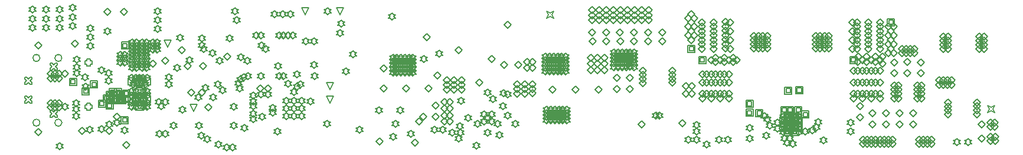
<source format=gbr>
%TF.GenerationSoftware,Altium Limited,Altium Designer,19.0.15 (446)*%
G04 Layer_Color=2752767*
%FSLAX45Y45*%
%MOMM*%
%TF.FileFunction,Drawing*%
%TF.Part,Single*%
G01*
G75*
%TA.AperFunction,NonConductor*%
%ADD88C,0.12700*%
%ADD224C,0.16933*%
D88*
X2737155Y1758115D02*
Y1859715D01*
X2838755D01*
Y1758115D01*
X2737155D01*
X2629655D02*
Y1859715D01*
X2731255D01*
Y1758115D01*
X2629655D01*
X2844654D02*
Y1859715D01*
X2946254D01*
Y1758115D01*
X2844654D01*
X2737155Y1647115D02*
Y1748715D01*
X2838755D01*
Y1647115D01*
X2737155D01*
Y1869115D02*
Y1970715D01*
X2838755D01*
Y1869115D01*
X2737155D01*
Y2010614D02*
Y2112214D01*
X2838755D01*
Y2010614D01*
X2737155D01*
X2629655D02*
Y2112214D01*
X2731255D01*
Y2010614D01*
X2629655D01*
X2844654D02*
Y2112214D01*
X2946254D01*
Y2010614D01*
X2844654D01*
X5166335Y3017495D02*
X5115535Y3119095D01*
X5217135D01*
X5166335Y3017495D01*
X5669238D02*
X5618438Y3119095D01*
X5720038D01*
X5669238Y3017495D01*
X12244975Y1396675D02*
X12270375Y1422075D01*
X12295775D01*
X12270375Y1447475D01*
X12295775Y1472875D01*
X12270375D01*
X12244975Y1498275D01*
X12219575Y1472875D01*
X12194175D01*
X12219575Y1447475D01*
X12194175Y1422075D01*
X12219575D01*
X12244975Y1396675D01*
X12137475Y1286675D02*
X12162875Y1312075D01*
X12188275D01*
X12162875Y1337475D01*
X12188275Y1362875D01*
X12162875D01*
X12137475Y1388275D01*
X12112075Y1362875D01*
X12086675D01*
X12112075Y1337475D01*
X12086675Y1312075D01*
X12112075D01*
X12137475Y1286675D01*
Y1506675D02*
X12162875Y1532075D01*
X12188275D01*
X12162875Y1557475D01*
X12188275Y1582875D01*
X12162875D01*
X12137475Y1608275D01*
X12112075Y1582875D01*
X12086675D01*
X12112075Y1557475D01*
X12086675Y1532075D01*
X12112075D01*
X12137475Y1506675D01*
X12027475Y1396675D02*
X12052875Y1422075D01*
X12078275D01*
X12052875Y1447475D01*
X12078275Y1472875D01*
X12052875D01*
X12027475Y1498275D01*
X12002075Y1472875D01*
X11976675D01*
X12002075Y1447475D01*
X11976675Y1422075D01*
X12002075D01*
X12027475Y1396675D01*
X12247475Y1286675D02*
X12272875Y1312075D01*
X12298275D01*
X12272875Y1337475D01*
X12298275Y1362875D01*
X12272875D01*
X12247475Y1388275D01*
X12222075Y1362875D01*
X12196675D01*
X12222075Y1337475D01*
X12196675Y1312075D01*
X12222075D01*
X12247475Y1286675D01*
X12027475D02*
X12052875Y1312075D01*
X12078275D01*
X12052875Y1337475D01*
X12078275Y1362875D01*
X12052875D01*
X12027475Y1388275D01*
X12002075Y1362875D01*
X11976675D01*
X12002075Y1337475D01*
X11976675Y1312075D01*
X12002075D01*
X12027475Y1286675D01*
X12247475Y1506675D02*
X12272875Y1532075D01*
X12298275D01*
X12272875Y1557475D01*
X12298275Y1582875D01*
X12272875D01*
X12247475Y1608275D01*
X12222075Y1582875D01*
X12196675D01*
X12222075Y1557475D01*
X12196675Y1532075D01*
X12222075D01*
X12247475Y1506675D01*
X12027475D02*
X12052875Y1532075D01*
X12078275D01*
X12052875Y1557475D01*
X12078275Y1582875D01*
X12052875D01*
X12027475Y1608275D01*
X12002075Y1582875D01*
X11976675D01*
X12002075Y1557475D01*
X11976675Y1532075D01*
X12002075D01*
X12027475Y1506675D01*
X14950415Y1617955D02*
X14975815Y1668755D01*
X14950415Y1719555D01*
X15001215Y1694155D01*
X15052016Y1719555D01*
X15026614Y1668755D01*
X15052016Y1617955D01*
X15001215Y1643355D01*
X14950415Y1617955D01*
X8628355Y2966695D02*
X8653755Y3017495D01*
X8628355Y3068295D01*
X8679155Y3042895D01*
X8729955Y3068295D01*
X8704555Y3017495D01*
X8729955Y2966695D01*
X8679155Y2992095D01*
X8628355Y2966695D01*
X3568675Y1630655D02*
X3517875Y1732255D01*
X3619475D01*
X3568675Y1630655D01*
X3190215Y2553004D02*
X3139415Y2654604D01*
X3241015D01*
X3190215Y2553004D01*
X5524475Y1943075D02*
X5473675Y2044675D01*
X5575275D01*
X5524475Y1943075D01*
Y1748109D02*
X5473675Y1849709D01*
X5575275D01*
X5524475Y1748109D01*
X2029575Y2304575D02*
Y2279175D01*
X2080375D01*
Y2304575D01*
X2105775D01*
Y2355375D01*
X2080375D01*
Y2380775D01*
X2029575D01*
Y2355375D01*
X2004175D01*
Y2304575D01*
X2029575D01*
Y1669575D02*
Y1644175D01*
X2080375D01*
Y1669575D01*
X2105775D01*
Y1720375D01*
X2080375D01*
Y1745775D01*
X2029575D01*
Y1720375D01*
X2004175D01*
Y1669575D01*
X2029575D01*
X1509255Y1543252D02*
X1534655D01*
X1560055Y1568652D01*
X1585455Y1543252D01*
X1610855D01*
Y1568652D01*
X1585455Y1594052D01*
X1610855Y1619452D01*
Y1644852D01*
X1585455D01*
X1560055Y1619452D01*
X1534655Y1644852D01*
X1509255D01*
Y1619452D01*
X1534655Y1594052D01*
X1509255Y1568652D01*
Y1543252D01*
Y2223252D02*
X1534655D01*
X1560055Y2248652D01*
X1585455Y2223252D01*
X1610855D01*
Y2248652D01*
X1585455Y2274052D01*
X1610855Y2299452D01*
Y2324852D01*
X1585455D01*
X1560055Y2299452D01*
X1534655Y2324852D01*
X1509255D01*
Y2299452D01*
X1534655Y2274052D01*
X1509255Y2248652D01*
Y2223252D01*
X1144255Y2018252D02*
X1169655D01*
X1195055Y2043652D01*
X1220455Y2018252D01*
X1245855D01*
Y2043652D01*
X1220455Y2069052D01*
X1245855Y2094452D01*
Y2119852D01*
X1220455D01*
X1195055Y2094452D01*
X1169655Y2119852D01*
X1144255D01*
Y2094452D01*
X1169655Y2069052D01*
X1144255Y2043652D01*
Y2018252D01*
Y1748252D02*
X1169655D01*
X1195055Y1773652D01*
X1220455Y1748252D01*
X1245855D01*
Y1773652D01*
X1220455Y1799052D01*
X1245855Y1824452D01*
Y1849852D01*
X1220455D01*
X1195055Y1824452D01*
X1169655Y1849852D01*
X1144255D01*
Y1824452D01*
X1169655Y1799052D01*
X1144255Y1773652D01*
Y1748252D01*
X5110935Y1513354D02*
X5136335Y1538754D01*
X5161735D01*
X5136335Y1564154D01*
X5161735Y1589554D01*
X5136335D01*
X5110935Y1614954D01*
X5085535Y1589554D01*
X5060135D01*
X5085535Y1564154D01*
X5060135Y1538754D01*
X5085535D01*
X5110935Y1513354D01*
X5000935D02*
X5026335Y1538754D01*
X5051735D01*
X5026335Y1564154D01*
X5051735Y1589554D01*
X5026335D01*
X5000935Y1614954D01*
X4975535Y1589554D01*
X4950135D01*
X4975535Y1564154D01*
X4950135Y1538754D01*
X4975535D01*
X5000935Y1513354D01*
X4890935D02*
X4916335Y1538754D01*
X4941735D01*
X4916335Y1564154D01*
X4941735Y1589554D01*
X4916335D01*
X4890935Y1614954D01*
X4865535Y1589554D01*
X4840135D01*
X4865535Y1564154D01*
X4840135Y1538754D01*
X4865535D01*
X4890935Y1513354D01*
X5110935Y1623354D02*
X5136335Y1648754D01*
X5161735D01*
X5136335Y1674154D01*
X5161735Y1699554D01*
X5136335D01*
X5110935Y1724954D01*
X5085535Y1699554D01*
X5060135D01*
X5085535Y1674154D01*
X5060135Y1648754D01*
X5085535D01*
X5110935Y1623354D01*
X5000935D02*
X5026335Y1648754D01*
X5051735D01*
X5026335Y1674154D01*
X5051735Y1699554D01*
X5026335D01*
X5000935Y1724954D01*
X4975535Y1699554D01*
X4950135D01*
X4975535Y1674154D01*
X4950135Y1648754D01*
X4975535D01*
X5000935Y1623354D01*
X4890935D02*
X4916335Y1648754D01*
X4941735D01*
X4916335Y1674154D01*
X4941735Y1699554D01*
X4916335D01*
X4890935Y1724954D01*
X4865535Y1699554D01*
X4840135D01*
X4865535Y1674154D01*
X4840135Y1648754D01*
X4865535D01*
X4890935Y1623354D01*
X5110935Y1733354D02*
X5136335Y1758754D01*
X5161735D01*
X5136335Y1784154D01*
X5161735Y1809554D01*
X5136335D01*
X5110935Y1834954D01*
X5085535Y1809554D01*
X5060135D01*
X5085535Y1784154D01*
X5060135Y1758754D01*
X5085535D01*
X5110935Y1733354D01*
X5000935D02*
X5026335Y1758754D01*
X5051735D01*
X5026335Y1784154D01*
X5051735Y1809554D01*
X5026335D01*
X5000935Y1834954D01*
X4975535Y1809554D01*
X4950135D01*
X4975535Y1784154D01*
X4950135Y1758754D01*
X4975535D01*
X5000935Y1733354D01*
X4890935D02*
X4916335Y1758754D01*
X4941735D01*
X4916335Y1784154D01*
X4941735Y1809554D01*
X4916335D01*
X4890935Y1834954D01*
X4865535Y1809554D01*
X4840135D01*
X4865535Y1784154D01*
X4840135Y1758754D01*
X4865535D01*
X4890935Y1733354D01*
X12137475Y1396675D02*
X12162875Y1422075D01*
X12188275D01*
X12162875Y1447475D01*
X12188275Y1472875D01*
X12162875D01*
X12137475Y1498275D01*
X12112075Y1472875D01*
X12086675D01*
X12112075Y1447475D01*
X12086675Y1422075D01*
X12112075D01*
X12137475Y1396675D01*
X4463954Y2673410D02*
X4489354Y2698810D01*
X4514754D01*
X4489354Y2724210D01*
X4514754Y2749610D01*
X4489354D01*
X4463954Y2775010D01*
X4438554Y2749610D01*
X4413154D01*
X4438554Y2724210D01*
X4413154Y2698810D01*
X4438554D01*
X4463954Y2673410D01*
X4788955Y2675310D02*
X4814355Y2700710D01*
X4839755D01*
X4814355Y2726110D01*
X4839755Y2751510D01*
X4814355D01*
X4788955Y2776910D01*
X4763555Y2751510D01*
X4738155D01*
X4763555Y2726110D01*
X4738155Y2700710D01*
X4763555D01*
X4788955Y2675310D01*
X5295318Y2248278D02*
X5320718Y2273678D01*
X5346118D01*
X5320718Y2299078D01*
X5346118Y2324478D01*
X5320718D01*
X5295318Y2349878D01*
X5269918Y2324478D01*
X5244518D01*
X5269918Y2299078D01*
X5244518Y2273678D01*
X5269918D01*
X5295318Y2248278D01*
X4917115Y1978954D02*
X4942515Y2004354D01*
X4967915D01*
X4942515Y2029754D01*
X4967915Y2055154D01*
X4942515D01*
X4917115Y2080554D01*
X4891715Y2055154D01*
X4866315D01*
X4891715Y2029754D01*
X4866315Y2004354D01*
X4891715D01*
X4917115Y1978954D01*
X4790115Y2084732D02*
X4815515Y2110132D01*
X4840915D01*
X4815515Y2135532D01*
X4840915Y2160932D01*
X4815515D01*
X4790115Y2186332D01*
X4764715Y2160932D01*
X4739315D01*
X4764715Y2135532D01*
X4739315Y2110132D01*
X4764715D01*
X4790115Y2084732D01*
X4853954Y2085310D02*
X4879354Y2110710D01*
X4904754D01*
X4879354Y2136110D01*
X4904754Y2161510D01*
X4879354D01*
X4853954Y2186910D01*
X4828554Y2161510D01*
X4803154D01*
X4828554Y2136110D01*
X4803154Y2110710D01*
X4828554D01*
X4853954Y2085310D01*
X5050935Y1938314D02*
X5076335Y1963714D01*
X5101735D01*
X5076335Y1989114D01*
X5101735Y2014514D01*
X5076335D01*
X5050935Y2039914D01*
X5025535Y2014514D01*
X5000135D01*
X5025535Y1989114D01*
X5000135Y1963714D01*
X5025535D01*
X5050935Y1938314D01*
X5000935Y1863354D02*
X5026335Y1888754D01*
X5051735D01*
X5026335Y1914154D01*
X5051735Y1939554D01*
X5026335D01*
X5000935Y1964954D01*
X4975535Y1939554D01*
X4950135D01*
X4975535Y1914154D01*
X4950135Y1888754D01*
X4975535D01*
X5000935Y1863354D01*
X4632359Y1824214D02*
X4657759Y1849614D01*
X4683159D01*
X4657759Y1875014D01*
X4683159Y1900414D01*
X4657759D01*
X4632359Y1925814D01*
X4606959Y1900414D01*
X4581559D01*
X4606959Y1875014D01*
X4581559Y1849614D01*
X4606959D01*
X4632359Y1824214D01*
X10779975Y1296675D02*
X10805375Y1322075D01*
X10830775D01*
X10805375Y1347475D01*
X10830775Y1372875D01*
X10805375D01*
X10779975Y1398275D01*
X10754575Y1372875D01*
X10729175D01*
X10754575Y1347475D01*
X10729175Y1322075D01*
X10754575D01*
X10779975Y1296675D01*
X12984975Y1417995D02*
X13010374Y1443395D01*
X13035774D01*
X13010374Y1468795D01*
X13035774Y1494195D01*
X13010374D01*
X12984975Y1519595D01*
X12959573Y1494195D01*
X12934174D01*
X12959573Y1468795D01*
X12934174Y1443395D01*
X12959573D01*
X12984975Y1417995D01*
X10778584Y1176675D02*
X10803984Y1202075D01*
X10829384D01*
X10803984Y1227475D01*
X10829384Y1252875D01*
X10803984D01*
X10778584Y1278275D01*
X10753184Y1252875D01*
X10727784D01*
X10753184Y1227475D01*
X10727784Y1202075D01*
X10753184D01*
X10778584Y1176675D01*
X11539975Y1186979D02*
X11565375Y1212379D01*
X11590775D01*
X11565375Y1237779D01*
X11590775Y1263179D01*
X11565375D01*
X11539975Y1288579D01*
X11514575Y1263179D01*
X11489175D01*
X11514575Y1237779D01*
X11489175Y1212379D01*
X11514575D01*
X11539975Y1186979D01*
X8171675Y2302475D02*
X8222475Y2353275D01*
X8273275Y2302475D01*
X8222475Y2251675D01*
X8171675Y2302475D01*
X10609555Y2849855D02*
X10660355Y2900655D01*
X10711155Y2849855D01*
X10660355Y2799055D01*
X10609555Y2849855D01*
X10612095Y2970789D02*
X10662895Y3021589D01*
X10713695Y2970789D01*
X10662895Y2919989D01*
X10612095Y2970789D01*
X10654175Y2658975D02*
X10704975Y2709775D01*
X10755775Y2658975D01*
X10704975Y2608175D01*
X10654175Y2658975D01*
X13627075Y1881495D02*
X13677875Y1932295D01*
X13728674Y1881495D01*
X13677875Y1830695D01*
X13627075Y1881495D01*
Y1941495D02*
X13677875Y1992295D01*
X13728674Y1941495D01*
X13677875Y1890695D01*
X13627075Y1941495D01*
X13562074D02*
X13612874Y1992295D01*
X13663673Y1941495D01*
X13612874Y1890695D01*
X13562074Y1941495D01*
Y1881495D02*
X13612874Y1932295D01*
X13663673Y1881495D01*
X13612874Y1830695D01*
X13562074Y1881495D01*
X13957275D02*
X14008075Y1932295D01*
X14058875Y1881495D01*
X14008075Y1830695D01*
X13957275Y1881495D01*
Y1941495D02*
X14008075Y1992295D01*
X14058875Y1941495D01*
X14008075Y1890695D01*
X13957275Y1941495D01*
X13892274D02*
X13943074Y1992295D01*
X13993874Y1941495D01*
X13943074Y1890695D01*
X13892274Y1941495D01*
Y1881495D02*
X13943074Y1932295D01*
X13993874Y1881495D01*
X13943074Y1830695D01*
X13892274Y1881495D01*
X13116534Y1227475D02*
X13167336Y1278275D01*
X13218135Y1227475D01*
X13167336Y1176675D01*
X13116534Y1227475D01*
X13176534D02*
X13227335Y1278275D01*
X13278134Y1227475D01*
X13227335Y1176675D01*
X13176534Y1227475D01*
Y1162474D02*
X13227335Y1213274D01*
X13278134Y1162474D01*
X13227335Y1111674D01*
X13176534Y1162474D01*
X13236534D02*
X13287334Y1213274D01*
X13338133Y1162474D01*
X13287334Y1111674D01*
X13236534Y1162474D01*
X13116534D02*
X13167336Y1213274D01*
X13218135Y1162474D01*
X13167336Y1111674D01*
X13116534Y1162474D01*
X11614355Y2717434D02*
X11665155Y2768234D01*
X11715955Y2717434D01*
X11665155Y2666634D01*
X11614355Y2717434D01*
Y2597434D02*
X11665155Y2648234D01*
X11715955Y2597434D01*
X11665155Y2546634D01*
X11614355Y2597434D01*
Y2537435D02*
X11665155Y2588235D01*
X11715955Y2537435D01*
X11665155Y2486635D01*
X11614355Y2537435D01*
Y2657434D02*
X11665155Y2708234D01*
X11715955Y2657434D01*
X11665155Y2606634D01*
X11614355Y2657434D01*
X11549355D02*
X11600155Y2708234D01*
X11650955Y2657434D01*
X11600155Y2606634D01*
X11549355Y2657434D01*
Y2597434D02*
X11600155Y2648234D01*
X11650955Y2597434D01*
X11600155Y2546634D01*
X11549355Y2597434D01*
Y2717434D02*
X11600155Y2768234D01*
X11650955Y2717434D01*
X11600155Y2666634D01*
X11549355Y2717434D01*
Y2537435D02*
X11600155Y2588235D01*
X11650955Y2537435D01*
X11600155Y2486635D01*
X11549355Y2537435D01*
X12626315Y2717434D02*
X12677115Y2768234D01*
X12727915Y2717434D01*
X12677115Y2666634D01*
X12626315Y2717434D01*
Y2597434D02*
X12677115Y2648234D01*
X12727915Y2597434D01*
X12677115Y2546634D01*
X12626315Y2597434D01*
Y2537435D02*
X12677115Y2588235D01*
X12727915Y2537435D01*
X12677115Y2486635D01*
X12626315Y2537435D01*
Y2657434D02*
X12677115Y2708234D01*
X12727915Y2657434D01*
X12677115Y2606634D01*
X12626315Y2657434D01*
X12561314D02*
X12612114Y2708234D01*
X12662914Y2657434D01*
X12612114Y2606634D01*
X12561314Y2657434D01*
Y2597434D02*
X12612114Y2648234D01*
X12662914Y2597434D01*
X12612114Y2546634D01*
X12561314Y2597434D01*
Y2717434D02*
X12612114Y2768234D01*
X12662914Y2717434D01*
X12612114Y2666634D01*
X12561314Y2717434D01*
Y2537435D02*
X12612114Y2588235D01*
X12662914Y2537435D01*
X12612114Y2486635D01*
X12561314Y2537435D01*
X4544359Y1500513D02*
X4569759Y1525913D01*
X4595159D01*
X4569759Y1551313D01*
X4595159Y1576713D01*
X4569759D01*
X4544359Y1602113D01*
X4518959Y1576713D01*
X4493559D01*
X4518959Y1551313D01*
X4493559Y1525913D01*
X4518959D01*
X4544359Y1500513D01*
X4767755Y1290701D02*
X4793155Y1316101D01*
X4818555D01*
X4793155Y1341501D01*
X4818555Y1366901D01*
X4793155D01*
X4767755Y1392301D01*
X4742355Y1366901D01*
X4716955D01*
X4742355Y1341501D01*
X4716955Y1316101D01*
X4742355D01*
X4767755Y1290701D01*
X10654175Y2912975D02*
X10704975Y2963775D01*
X10755775Y2912975D01*
X10704975Y2862175D01*
X10654175Y2912975D01*
Y2785975D02*
X10704975Y2836775D01*
X10755775Y2785975D01*
X10704975Y2735175D01*
X10654175Y2785975D01*
X11001175Y2342575D02*
X11051975Y2393375D01*
X11102775Y2342575D01*
X11051975Y2291775D01*
X11001175Y2342575D01*
X11191675Y2369975D02*
X11242475Y2420775D01*
X11293275Y2369975D01*
X11242475Y2319175D01*
X11191675Y2369975D01*
X11001175Y2400293D02*
X11051975Y2451093D01*
X11102775Y2400293D01*
X11051975Y2349493D01*
X11001175Y2400293D01*
X10937675Y2369975D02*
X10988475Y2420775D01*
X11039275Y2369975D01*
X10988475Y2319175D01*
X10937675Y2369975D01*
X11064675D02*
X11115475Y2420775D01*
X11166275Y2369975D01*
X11115475Y2319175D01*
X11064675Y2369975D01*
X13044135Y2414975D02*
X13094936Y2465775D01*
X13145735Y2414975D01*
X13094936Y2364175D01*
X13044135Y2414975D01*
X13042876Y2342575D02*
X13093675Y2393375D01*
X13144475Y2342575D01*
X13093675Y2291775D01*
X13042876Y2342575D01*
X13169176Y2414975D02*
X13219975Y2465775D01*
X13270775Y2414975D01*
X13219975Y2364175D01*
X13169176Y2414975D01*
Y2342575D02*
X13219975Y2393375D01*
X13270775Y2342575D01*
X13219975Y2291775D01*
X13169176Y2342575D01*
X13296635Y2416698D02*
X13347435Y2467498D01*
X13398235Y2416698D01*
X13347435Y2365898D01*
X13296635Y2416698D01*
Y2342575D02*
X13347435Y2393375D01*
X13398235Y2342575D01*
X13347435Y2291775D01*
X13296635Y2342575D01*
X13481676Y2849974D02*
X13532475Y2900774D01*
X13583275Y2849974D01*
X13532475Y2799174D01*
X13481676Y2849974D01*
X13554095Y2847475D02*
X13604895Y2898275D01*
X13655695Y2847475D01*
X13604895Y2796675D01*
X13554095Y2847475D01*
X13481676Y2722475D02*
X13532475Y2773275D01*
X13583275Y2722475D01*
X13532475Y2671675D01*
X13481676Y2722475D01*
X13554095D02*
X13604895Y2773275D01*
X13655695Y2722475D01*
X13604895Y2671675D01*
X13554095Y2722475D01*
X13481676Y2472275D02*
X13532475Y2523075D01*
X13583275Y2472275D01*
X13532475Y2421475D01*
X13481676Y2472275D01*
Y2594974D02*
X13532475Y2645774D01*
X13583275Y2594974D01*
X13532475Y2544174D01*
X13481676Y2594974D01*
X13554095Y2472275D02*
X13604895Y2523075D01*
X13655695Y2472275D01*
X13604895Y2421475D01*
X13554095Y2472275D01*
Y2594974D02*
X13604895Y2645774D01*
X13655695Y2594974D01*
X13604895Y2544174D01*
X13554095Y2594974D01*
X7399755Y1736999D02*
X7425155Y1762399D01*
X7450555D01*
X7425155Y1787799D01*
X7450555Y1813199D01*
X7425155D01*
X7399755Y1838599D01*
X7374355Y1813199D01*
X7348955D01*
X7374355Y1787799D01*
X7348955Y1762399D01*
X7374355D01*
X7399755Y1736999D01*
X8072795Y1518235D02*
X8098195Y1543635D01*
X8123595D01*
X8098195Y1569035D01*
X8123595Y1594435D01*
X8098195D01*
X8072795Y1619835D01*
X8047395Y1594435D01*
X8021995D01*
X8047395Y1569035D01*
X8021995Y1543635D01*
X8047395D01*
X8072795Y1518235D01*
X7857475Y1759175D02*
X7882875Y1784575D01*
X7908275D01*
X7882875Y1809975D01*
X7908275Y1835375D01*
X7882875D01*
X7857475Y1860775D01*
X7832075Y1835375D01*
X7806675D01*
X7832075Y1809975D01*
X7806675Y1784575D01*
X7832075D01*
X7857475Y1759175D01*
X2247175Y1322975D02*
X2272575Y1348375D01*
X2297975D01*
X2272575Y1373775D01*
X2297975Y1399175D01*
X2272575D01*
X2247175Y1424575D01*
X2221775Y1399175D01*
X2196375D01*
X2221775Y1373775D01*
X2196375Y1348375D01*
X2221775D01*
X2247175Y1322975D01*
X4530196Y1823867D02*
X4555596Y1849267D01*
X4580996D01*
X4555596Y1874667D01*
X4580996Y1900067D01*
X4555596D01*
X4530196Y1925467D01*
X4504796Y1900067D01*
X4479396D01*
X4504796Y1874667D01*
X4479396Y1849267D01*
X4504796D01*
X4530196Y1823867D01*
X2687474Y2209499D02*
X2712874Y2234899D01*
X2738274D01*
X2712874Y2260299D01*
X2738274Y2285699D01*
X2712874D01*
X2687474Y2311099D01*
X2662074Y2285699D01*
X2636674D01*
X2662074Y2260299D01*
X2636674Y2234899D01*
X2662074D01*
X2687474Y2209499D01*
Y2261285D02*
X2712874Y2286685D01*
X2738274D01*
X2712874Y2312085D01*
X2738274Y2337485D01*
X2712874D01*
X2687474Y2362885D01*
X2662074Y2337485D01*
X2636674D01*
X2662074Y2312085D01*
X2636674Y2286685D01*
X2662074D01*
X2687474Y2261285D01*
Y2313070D02*
X2712874Y2338470D01*
X2738274D01*
X2712874Y2363870D01*
X2738274Y2389270D01*
X2712874D01*
X2687474Y2414670D01*
X2662074Y2389270D01*
X2636674D01*
X2662074Y2363870D01*
X2636674Y2338470D01*
X2662074D01*
X2687474Y2313070D01*
Y2364856D02*
X2712874Y2390256D01*
X2738274D01*
X2712874Y2415656D01*
X2738274Y2441056D01*
X2712874D01*
X2687474Y2466456D01*
X2662074Y2441056D01*
X2636674D01*
X2662074Y2415656D01*
X2636674Y2390256D01*
X2662074D01*
X2687474Y2364856D01*
Y2468427D02*
X2712874Y2493827D01*
X2738274D01*
X2712874Y2519227D01*
X2738274Y2544627D01*
X2712874D01*
X2687474Y2570027D01*
X2662074Y2544627D01*
X2636674D01*
X2662074Y2519227D01*
X2636674Y2493827D01*
X2662074D01*
X2687474Y2468427D01*
Y2520212D02*
X2712874Y2545612D01*
X2738274D01*
X2712874Y2571012D01*
X2738274Y2596412D01*
X2712874D01*
X2687474Y2621812D01*
X2662074Y2596412D01*
X2636674D01*
X2662074Y2571012D01*
X2636674Y2545612D01*
X2662074D01*
X2687474Y2520212D01*
X2268935Y1770355D02*
Y1871955D01*
X2370535D01*
Y1770355D01*
X2268935D01*
X2289255Y1790675D02*
Y1851635D01*
X2350215D01*
Y1790675D01*
X2289255D01*
X2745715Y2519888D02*
X2771115Y2545288D01*
X2796515D01*
X2771115Y2570688D01*
X2796515Y2596088D01*
X2771115D01*
X2745715Y2621488D01*
X2720315Y2596088D01*
X2694915D01*
X2720315Y2570688D01*
X2694915Y2545288D01*
X2720315D01*
X2745715Y2519888D01*
Y2364531D02*
X2771115Y2389931D01*
X2796515D01*
X2771115Y2415331D01*
X2796515Y2440731D01*
X2771115D01*
X2745715Y2466131D01*
X2720315Y2440731D01*
X2694915D01*
X2720315Y2415331D01*
X2694915Y2389931D01*
X2720315D01*
X2745715Y2364531D01*
Y2312746D02*
X2771115Y2338146D01*
X2796515D01*
X2771115Y2363546D01*
X2796515Y2388946D01*
X2771115D01*
X2745715Y2414346D01*
X2720315Y2388946D01*
X2694915D01*
X2720315Y2363546D01*
X2694915Y2338146D01*
X2720315D01*
X2745715Y2312746D01*
Y2260960D02*
X2771115Y2286360D01*
X2796515D01*
X2771115Y2311760D01*
X2796515Y2337160D01*
X2771115D01*
X2745715Y2362560D01*
X2720315Y2337160D01*
X2694915D01*
X2720315Y2311760D01*
X2694915Y2286360D01*
X2720315D01*
X2745715Y2260960D01*
Y2209175D02*
X2771115Y2234575D01*
X2796515D01*
X2771115Y2259975D01*
X2796515Y2285375D01*
X2771115D01*
X2745715Y2310775D01*
X2720315Y2285375D01*
X2694915D01*
X2720315Y2259975D01*
X2694915Y2234575D01*
X2720315D01*
X2745715Y2209175D01*
X2885235Y2208850D02*
X2910635Y2234250D01*
X2936035D01*
X2910635Y2259650D01*
X2936035Y2285050D01*
X2910635D01*
X2885235Y2310450D01*
X2859835Y2285050D01*
X2834435D01*
X2859835Y2259650D01*
X2834435Y2234250D01*
X2859835D01*
X2885235Y2208850D01*
Y2260636D02*
X2910635Y2286036D01*
X2936035D01*
X2910635Y2311436D01*
X2936035Y2336836D01*
X2910635D01*
X2885235Y2362236D01*
X2859835Y2336836D01*
X2834435D01*
X2859835Y2311436D01*
X2834435Y2286036D01*
X2859835D01*
X2885235Y2260636D01*
Y2312421D02*
X2910635Y2337821D01*
X2936035D01*
X2910635Y2363221D01*
X2936035Y2388621D01*
X2910635D01*
X2885235Y2414021D01*
X2859835Y2388621D01*
X2834435D01*
X2859835Y2363221D01*
X2834435Y2337821D01*
X2859835D01*
X2885235Y2312421D01*
Y2364207D02*
X2910635Y2389607D01*
X2936035D01*
X2910635Y2415007D01*
X2936035Y2440407D01*
X2910635D01*
X2885235Y2465807D01*
X2859835Y2440407D01*
X2834435D01*
X2859835Y2415007D01*
X2834435Y2389607D01*
X2859835D01*
X2885235Y2364207D01*
X2826995Y2468102D02*
X2852395Y2493502D01*
X2877795D01*
X2852395Y2518902D01*
X2877795Y2544302D01*
X2852395D01*
X2826995Y2569702D01*
X2801595Y2544302D01*
X2776195D01*
X2801595Y2518902D01*
X2776195Y2493502D01*
X2801595D01*
X2826995Y2468102D01*
Y2364531D02*
X2852395Y2389931D01*
X2877795D01*
X2852395Y2415331D01*
X2877795Y2440731D01*
X2852395D01*
X2826995Y2466131D01*
X2801595Y2440731D01*
X2776195D01*
X2801595Y2415331D01*
X2776195Y2389931D01*
X2801595D01*
X2826995Y2364531D01*
Y2312746D02*
X2852395Y2338146D01*
X2877795D01*
X2852395Y2363546D01*
X2877795Y2388946D01*
X2852395D01*
X2826995Y2414346D01*
X2801595Y2388946D01*
X2776195D01*
X2801595Y2363546D01*
X2776195Y2338146D01*
X2801595D01*
X2826995Y2312746D01*
Y2260960D02*
X2852395Y2286360D01*
X2877795D01*
X2852395Y2311760D01*
X2877795Y2337160D01*
X2852395D01*
X2826995Y2362560D01*
X2801595Y2337160D01*
X2776195D01*
X2801595Y2311760D01*
X2776195Y2286360D01*
X2801595D01*
X2826995Y2260960D01*
Y2209175D02*
X2852395Y2234575D01*
X2877795D01*
X2852395Y2259975D01*
X2877795Y2285375D01*
X2852395D01*
X2826995Y2310775D01*
X2801595Y2285375D01*
X2776195D01*
X2801595Y2259975D01*
X2776195Y2234575D01*
X2801595D01*
X2826995Y2209175D01*
X4983954Y2675310D02*
X5009354Y2700710D01*
X5034754D01*
X5009354Y2726110D01*
X5034754Y2751510D01*
X5009354D01*
X4983954Y2776910D01*
X4958554Y2751510D01*
X4933154D01*
X4958554Y2726110D01*
X4933154Y2700710D01*
X4958554D01*
X4983954Y2675310D01*
X2745715Y2571673D02*
X2771115Y2597073D01*
X2796515D01*
X2771115Y2622473D01*
X2796515Y2647873D01*
X2771115D01*
X2745715Y2673273D01*
X2720315Y2647873D01*
X2694915D01*
X2720315Y2622473D01*
X2694915Y2597073D01*
X2720315D01*
X2745715Y2571673D01*
X2687474Y2571998D02*
X2712874Y2597398D01*
X2738274D01*
X2712874Y2622798D01*
X2738274Y2648198D01*
X2712874D01*
X2687474Y2673598D01*
X2662074Y2648198D01*
X2636674D01*
X2662074Y2622798D01*
X2636674Y2597398D01*
X2662074D01*
X2687474Y2571998D01*
X2826995Y2519888D02*
X2852395Y2545288D01*
X2877795D01*
X2852395Y2570688D01*
X2877795Y2596088D01*
X2852395D01*
X2826995Y2621488D01*
X2801595Y2596088D01*
X2776195D01*
X2801595Y2570688D01*
X2776195Y2545288D01*
X2801595D01*
X2826995Y2519888D01*
X2885235Y2519563D02*
X2910635Y2544963D01*
X2936035D01*
X2910635Y2570363D01*
X2936035Y2595763D01*
X2910635D01*
X2885235Y2621163D01*
X2859835Y2595763D01*
X2834435D01*
X2859835Y2570363D01*
X2834435Y2544963D01*
X2859835D01*
X2885235Y2519563D01*
Y2571349D02*
X2910635Y2596749D01*
X2936035D01*
X2910635Y2622149D01*
X2936035Y2647549D01*
X2910635D01*
X2885235Y2672949D01*
X2859835Y2647549D01*
X2834435D01*
X2859835Y2622149D01*
X2834435Y2596749D01*
X2859835D01*
X2885235Y2571349D01*
X2826995Y2571673D02*
X2852395Y2597073D01*
X2877795D01*
X2852395Y2622473D01*
X2877795Y2647873D01*
X2852395D01*
X2826995Y2673273D01*
X2801595Y2647873D01*
X2776195D01*
X2801595Y2622473D01*
X2776195Y2597073D01*
X2801595D01*
X2826995Y2571673D01*
X2687474Y2416641D02*
X2712874Y2442041D01*
X2738274D01*
X2712874Y2467441D01*
X2738274Y2492841D01*
X2712874D01*
X2687474Y2518241D01*
X2662074Y2492841D01*
X2636674D01*
X2662074Y2467441D01*
X2636674Y2442041D01*
X2662074D01*
X2687474Y2416641D01*
X2745715Y2468102D02*
X2771115Y2493502D01*
X2796515D01*
X2771115Y2518902D01*
X2796515Y2544302D01*
X2771115D01*
X2745715Y2569702D01*
X2720315Y2544302D01*
X2694915D01*
X2720315Y2518902D01*
X2694915Y2493502D01*
X2720315D01*
X2745715Y2468102D01*
Y2416317D02*
X2771115Y2441717D01*
X2796515D01*
X2771115Y2467117D01*
X2796515Y2492517D01*
X2771115D01*
X2745715Y2517917D01*
X2720315Y2492517D01*
X2694915D01*
X2720315Y2467117D01*
X2694915Y2441717D01*
X2720315D01*
X2745715Y2416317D01*
X2826995D02*
X2852395Y2441717D01*
X2877795D01*
X2852395Y2467117D01*
X2877795Y2492517D01*
X2852395D01*
X2826995Y2517917D01*
X2801595Y2492517D01*
X2776195D01*
X2801595Y2467117D01*
X2776195Y2441717D01*
X2801595D01*
X2826995Y2416317D01*
X2885235Y2467778D02*
X2910635Y2493178D01*
X2936035D01*
X2910635Y2518578D01*
X2936035Y2543978D01*
X2910635D01*
X2885235Y2569378D01*
X2859835Y2543978D01*
X2834435D01*
X2859835Y2518578D01*
X2834435Y2493178D01*
X2859835D01*
X2885235Y2467778D01*
Y2415992D02*
X2910635Y2441392D01*
X2936035D01*
X2910635Y2466792D01*
X2936035Y2492192D01*
X2910635D01*
X2885235Y2517592D01*
X2859835Y2492192D01*
X2834435D01*
X2859835Y2466792D01*
X2834435Y2441392D01*
X2859835D01*
X2885235Y2415992D01*
X4541495Y2532860D02*
X4566895Y2558260D01*
X4592295D01*
X4566895Y2583660D01*
X4592295Y2609060D01*
X4566895D01*
X4541495Y2634460D01*
X4516095Y2609060D01*
X4490695D01*
X4516095Y2583660D01*
X4490695Y2558260D01*
X4516095D01*
X4541495Y2532860D01*
X13957275Y1821495D02*
X14008075Y1872295D01*
X14058875Y1821495D01*
X14008075Y1770695D01*
X13957275Y1821495D01*
X13892274D02*
X13943074Y1872295D01*
X13993874Y1821495D01*
X13943074Y1770695D01*
X13892274Y1821495D01*
X13627075D02*
X13677875Y1872295D01*
X13728674Y1821495D01*
X13677875Y1770695D01*
X13627075Y1821495D01*
X13562074D02*
X13612874Y1872295D01*
X13663673Y1821495D01*
X13612874Y1770695D01*
X13562074Y1821495D01*
Y2001495D02*
X13612874Y2052295D01*
X13663673Y2001495D01*
X13612874Y1950695D01*
X13562074Y2001495D01*
X13627075D02*
X13677875Y2052295D01*
X13728674Y2001495D01*
X13677875Y1950695D01*
X13627075Y2001495D01*
X13892274D02*
X13943074Y2052295D01*
X13993874Y2001495D01*
X13943074Y1950695D01*
X13892274Y2001495D01*
X13957275D02*
X14008075Y2052295D01*
X14058875Y2001495D01*
X14008075Y1950695D01*
X13957275Y2001495D01*
X1581826Y2107195D02*
X1632626Y2157995D01*
X1683426Y2107195D01*
X1632626Y2056395D01*
X1581826Y2107195D01*
X1463015Y2174215D02*
X1513815Y2225015D01*
X1564615Y2174215D01*
X1513815Y2123415D01*
X1463015Y2174215D01*
Y2107195D02*
X1513815Y2157995D01*
X1564615Y2107195D01*
X1513815Y2056395D01*
X1463015Y2107195D01*
X1522420D02*
X1573220Y2157995D01*
X1624020Y2107195D01*
X1573220Y2056395D01*
X1522420Y2107195D01*
Y2174215D02*
X1573220Y2225015D01*
X1624020Y2174215D01*
X1573220Y2123415D01*
X1522420Y2174215D01*
X1581826D02*
X1632626Y2225015D01*
X1683426Y2174215D01*
X1632626Y2123415D01*
X1581826Y2174215D01*
X2247175D02*
X2272575Y2199615D01*
X2297975D01*
X2272575Y2225015D01*
X2297975Y2250415D01*
X2272575D01*
X2247175Y2275815D01*
X2221775Y2250415D01*
X2196375D01*
X2221775Y2225015D01*
X2196375Y2199615D01*
X2221775D01*
X2247175Y2174215D01*
X2575535Y2390115D02*
X2600935Y2415515D01*
X2626335D01*
X2600935Y2440915D01*
X2626335Y2466315D01*
X2600935D01*
X2575535Y2491715D01*
X2550135Y2466315D01*
X2524735D01*
X2550135Y2440915D01*
X2524735Y2415515D01*
X2550135D01*
X2575535Y2390115D01*
Y2338329D02*
X2600935Y2363729D01*
X2626335D01*
X2600935Y2389129D01*
X2626335Y2414529D01*
X2600935D01*
X2575535Y2439929D01*
X2550135Y2414529D01*
X2524735D01*
X2550135Y2389129D01*
X2524735Y2363729D01*
X2550135D01*
X2575535Y2338329D01*
X2517294Y2338654D02*
X2542694Y2364054D01*
X2568094D01*
X2542694Y2389454D01*
X2568094Y2414854D01*
X2542694D01*
X2517294Y2440254D01*
X2491894Y2414854D01*
X2466494D01*
X2491894Y2389454D01*
X2466494Y2364054D01*
X2491894D01*
X2517294Y2338654D01*
Y2286868D02*
X2542694Y2312268D01*
X2568094D01*
X2542694Y2337668D01*
X2568094Y2363068D01*
X2542694D01*
X2517294Y2388468D01*
X2491894Y2363068D01*
X2466494D01*
X2491894Y2337668D01*
X2466494Y2312268D01*
X2491894D01*
X2517294Y2286868D01*
X2575535Y2286544D02*
X2600935Y2311944D01*
X2626335D01*
X2600935Y2337344D01*
X2626335Y2362744D01*
X2600935D01*
X2575535Y2388144D01*
X2550135Y2362744D01*
X2524735D01*
X2550135Y2337344D01*
X2524735Y2311944D01*
X2550135D01*
X2575535Y2286544D01*
X2517294Y2390439D02*
X2542694Y2415839D01*
X2568094D01*
X2542694Y2441239D01*
X2568094Y2466639D01*
X2542694D01*
X2517294Y2492039D01*
X2491894Y2466639D01*
X2466494D01*
X2491894Y2441239D01*
X2466494Y2415839D01*
X2491894D01*
X2517294Y2390439D01*
X6482055Y2193488D02*
X6507455Y2218888D01*
X6532855D01*
X6507455Y2244288D01*
X6532855Y2269688D01*
X6507455D01*
X6482055Y2295088D01*
X6456655Y2269688D01*
X6431255D01*
X6456655Y2244288D01*
X6431255Y2218888D01*
X6456655D01*
X6482055Y2193488D01*
Y2245273D02*
X6507455Y2270673D01*
X6532855D01*
X6507455Y2296073D01*
X6532855Y2321473D01*
X6507455D01*
X6482055Y2346873D01*
X6456655Y2321473D01*
X6431255D01*
X6456655Y2296073D01*
X6431255Y2270673D01*
X6456655D01*
X6482055Y2245273D01*
X6423814Y2193812D02*
X6449214Y2219212D01*
X6474614D01*
X6449214Y2244612D01*
X6474614Y2270012D01*
X6449214D01*
X6423814Y2295412D01*
X6398414Y2270012D01*
X6373014D01*
X6398414Y2244612D01*
X6373014Y2219212D01*
X6398414D01*
X6423814Y2193812D01*
Y2349169D02*
X6449214Y2374569D01*
X6474614D01*
X6449214Y2399969D01*
X6474614Y2425369D01*
X6449214D01*
X6423814Y2450769D01*
X6398414Y2425369D01*
X6373014D01*
X6398414Y2399969D01*
X6373014Y2374569D01*
X6398414D01*
X6423814Y2349169D01*
X6482055Y2348844D02*
X6507455Y2374244D01*
X6532855D01*
X6507455Y2399644D01*
X6532855Y2425044D01*
X6507455D01*
X6482055Y2450444D01*
X6456655Y2425044D01*
X6431255D01*
X6456655Y2399644D01*
X6431255Y2374244D01*
X6456655D01*
X6482055Y2348844D01*
Y2141702D02*
X6507455Y2167102D01*
X6532855D01*
X6507455Y2192502D01*
X6532855Y2217902D01*
X6507455D01*
X6482055Y2243302D01*
X6456655Y2217902D01*
X6431255D01*
X6456655Y2192502D01*
X6431255Y2167102D01*
X6456655D01*
X6482055Y2141702D01*
Y2297059D02*
X6507455Y2322459D01*
X6532855D01*
X6507455Y2347859D01*
X6532855Y2373259D01*
X6507455D01*
X6482055Y2398659D01*
X6456655Y2373259D01*
X6431255D01*
X6456655Y2347859D01*
X6431255Y2322459D01*
X6456655D01*
X6482055Y2297059D01*
X6423814Y2297383D02*
X6449214Y2322783D01*
X6474614D01*
X6449214Y2348183D01*
X6474614Y2373583D01*
X6449214D01*
X6423814Y2398983D01*
X6398414Y2373583D01*
X6373014D01*
X6398414Y2348183D01*
X6373014Y2322783D01*
X6398414D01*
X6423814Y2297383D01*
Y2245598D02*
X6449214Y2270998D01*
X6474614D01*
X6449214Y2296398D01*
X6474614Y2321798D01*
X6449214D01*
X6423814Y2347198D01*
X6398414Y2321798D01*
X6373014D01*
X6398414Y2296398D01*
X6373014Y2270998D01*
X6398414D01*
X6423814Y2245598D01*
Y2142027D02*
X6449214Y2167427D01*
X6474614D01*
X6449214Y2192827D01*
X6474614Y2218227D01*
X6449214D01*
X6423814Y2243627D01*
X6398414Y2218227D01*
X6373014D01*
X6398414Y2192827D01*
X6373014Y2167427D01*
X6398414D01*
X6423814Y2142027D01*
X6596355Y2193488D02*
X6621755Y2218888D01*
X6647155D01*
X6621755Y2244288D01*
X6647155Y2269688D01*
X6621755D01*
X6596355Y2295088D01*
X6570955Y2269688D01*
X6545555D01*
X6570955Y2244288D01*
X6545555Y2218888D01*
X6570955D01*
X6596355Y2193488D01*
X6538114Y2193812D02*
X6563514Y2219212D01*
X6588914D01*
X6563514Y2244612D01*
X6588914Y2270012D01*
X6563514D01*
X6538114Y2295412D01*
X6512714Y2270012D01*
X6487314D01*
X6512714Y2244612D01*
X6487314Y2219212D01*
X6512714D01*
X6538114Y2193812D01*
Y2349169D02*
X6563514Y2374569D01*
X6588914D01*
X6563514Y2399969D01*
X6588914Y2425369D01*
X6563514D01*
X6538114Y2450769D01*
X6512714Y2425369D01*
X6487314D01*
X6512714Y2399969D01*
X6487314Y2374569D01*
X6512714D01*
X6538114Y2349169D01*
X6596355Y2348844D02*
X6621755Y2374244D01*
X6647155D01*
X6621755Y2399644D01*
X6647155Y2425044D01*
X6621755D01*
X6596355Y2450444D01*
X6570955Y2425044D01*
X6545555D01*
X6570955Y2399644D01*
X6545555Y2374244D01*
X6570955D01*
X6596355Y2348844D01*
Y2141702D02*
X6621755Y2167102D01*
X6647155D01*
X6621755Y2192502D01*
X6647155Y2217902D01*
X6621755D01*
X6596355Y2243302D01*
X6570955Y2217902D01*
X6545555D01*
X6570955Y2192502D01*
X6545555Y2167102D01*
X6570955D01*
X6596355Y2141702D01*
Y2297059D02*
X6621755Y2322459D01*
X6647155D01*
X6621755Y2347859D01*
X6647155Y2373259D01*
X6621755D01*
X6596355Y2398659D01*
X6570955Y2373259D01*
X6545555D01*
X6570955Y2347859D01*
X6545555Y2322459D01*
X6570955D01*
X6596355Y2297059D01*
X6538114Y2297383D02*
X6563514Y2322783D01*
X6588914D01*
X6563514Y2348183D01*
X6588914Y2373583D01*
X6563514D01*
X6538114Y2398983D01*
X6512714Y2373583D01*
X6487314D01*
X6512714Y2348183D01*
X6487314Y2322783D01*
X6512714D01*
X6538114Y2297383D01*
Y2245598D02*
X6563514Y2270998D01*
X6588914D01*
X6563514Y2296398D01*
X6588914Y2321798D01*
X6563514D01*
X6538114Y2347198D01*
X6512714Y2321798D01*
X6487314D01*
X6512714Y2296398D01*
X6487314Y2270998D01*
X6512714D01*
X6538114Y2245598D01*
Y2142027D02*
X6563514Y2167427D01*
X6588914D01*
X6563514Y2192827D01*
X6588914Y2218227D01*
X6563514D01*
X6538114Y2243627D01*
X6512714Y2218227D01*
X6487314D01*
X6512714Y2192827D01*
X6487314Y2167427D01*
X6512714D01*
X6538114Y2142027D01*
X6710655Y2193812D02*
X6736055Y2219212D01*
X6761455D01*
X6736055Y2244612D01*
X6761455Y2270012D01*
X6736055D01*
X6710655Y2295412D01*
X6685255Y2270012D01*
X6659855D01*
X6685255Y2244612D01*
X6659855Y2219212D01*
X6685255D01*
X6710655Y2193812D01*
Y2245598D02*
X6736055Y2270998D01*
X6761455D01*
X6736055Y2296398D01*
X6761455Y2321798D01*
X6736055D01*
X6710655Y2347198D01*
X6685255Y2321798D01*
X6659855D01*
X6685255Y2296398D01*
X6659855Y2270998D01*
X6685255D01*
X6710655Y2245598D01*
X6652414Y2194137D02*
X6677814Y2219537D01*
X6703214D01*
X6677814Y2244937D01*
X6703214Y2270337D01*
X6677814D01*
X6652414Y2295737D01*
X6627014Y2270337D01*
X6601614D01*
X6627014Y2244937D01*
X6601614Y2219537D01*
X6627014D01*
X6652414Y2194137D01*
Y2349493D02*
X6677814Y2374893D01*
X6703214D01*
X6677814Y2400293D01*
X6703214Y2425693D01*
X6677814D01*
X6652414Y2451093D01*
X6627014Y2425693D01*
X6601614D01*
X6627014Y2400293D01*
X6601614Y2374893D01*
X6627014D01*
X6652414Y2349493D01*
X6710655Y2349169D02*
X6736055Y2374569D01*
X6761455D01*
X6736055Y2399969D01*
X6761455Y2425369D01*
X6736055D01*
X6710655Y2450769D01*
X6685255Y2425369D01*
X6659855D01*
X6685255Y2399969D01*
X6659855Y2374569D01*
X6685255D01*
X6710655Y2349169D01*
Y2142027D02*
X6736055Y2167427D01*
X6761455D01*
X6736055Y2192827D01*
X6761455Y2218227D01*
X6736055D01*
X6710655Y2243627D01*
X6685255Y2218227D01*
X6659855D01*
X6685255Y2192827D01*
X6659855Y2167427D01*
X6685255D01*
X6710655Y2142027D01*
Y2297383D02*
X6736055Y2322783D01*
X6761455D01*
X6736055Y2348183D01*
X6761455Y2373583D01*
X6736055D01*
X6710655Y2398983D01*
X6685255Y2373583D01*
X6659855D01*
X6685255Y2348183D01*
X6659855Y2322783D01*
X6685255D01*
X6710655Y2297383D01*
X6652414Y2297708D02*
X6677814Y2323108D01*
X6703214D01*
X6677814Y2348508D01*
X6703214Y2373908D01*
X6677814D01*
X6652414Y2399308D01*
X6627014Y2373908D01*
X6601614D01*
X6627014Y2348508D01*
X6601614Y2323108D01*
X6627014D01*
X6652414Y2297708D01*
Y2245922D02*
X6677814Y2271322D01*
X6703214D01*
X6677814Y2296722D01*
X6703214Y2322122D01*
X6677814D01*
X6652414Y2347522D01*
X6627014Y2322122D01*
X6601614D01*
X6627014Y2296722D01*
X6601614Y2271322D01*
X6627014D01*
X6652414Y2245922D01*
Y2142351D02*
X6677814Y2167751D01*
X6703214D01*
X6677814Y2193151D01*
X6703214Y2218551D01*
X6677814D01*
X6652414Y2243951D01*
X6627014Y2218551D01*
X6601614D01*
X6627014Y2193151D01*
X6601614Y2167751D01*
X6627014D01*
X6652414Y2142351D01*
X6596355Y2245273D02*
X6621755Y2270673D01*
X6647155D01*
X6621755Y2296073D01*
X6647155Y2321473D01*
X6621755D01*
X6596355Y2346873D01*
X6570955Y2321473D01*
X6545555D01*
X6570955Y2296073D01*
X6545555Y2270673D01*
X6570955D01*
X6596355Y2245273D01*
X2072615Y1318235D02*
X2098015Y1343635D01*
X2123415D01*
X2098015Y1369035D01*
X2123415Y1394435D01*
X2098015D01*
X2072615Y1419835D01*
X2047215Y1394435D01*
X2021815D01*
X2047215Y1369035D01*
X2021815Y1343635D01*
X2047215D01*
X2072615Y1318235D01*
X3047474Y3017175D02*
X3072874Y3042575D01*
X3098274D01*
X3072874Y3067975D01*
X3098274Y3093375D01*
X3072874D01*
X3047474Y3118775D01*
X3022074Y3093375D01*
X2996674D01*
X3022074Y3067975D01*
X2996674Y3042575D01*
X3022074D01*
X3047474Y3017175D01*
Y2889175D02*
X3072874Y2914575D01*
X3098274D01*
X3072874Y2939975D01*
X3098274Y2965375D01*
X3072874D01*
X3047474Y2990775D01*
X3022074Y2965375D01*
X2996674D01*
X3022074Y2939975D01*
X2996674Y2914575D01*
X3022074D01*
X3047474Y2889175D01*
Y2764175D02*
X3072874Y2789575D01*
X3098274D01*
X3072874Y2814975D01*
X3098274Y2840375D01*
X3072874D01*
X3047474Y2865775D01*
X3022074Y2840375D01*
X2996674D01*
X3022074Y2814975D01*
X2996674Y2789575D01*
X3022074D01*
X3047474Y2764175D01*
X3369975Y2636175D02*
X3395375Y2661575D01*
X3420775D01*
X3395375Y2686975D01*
X3420775Y2712375D01*
X3395375D01*
X3369975Y2737775D01*
X3344575Y2712375D01*
X3319175D01*
X3344575Y2686975D01*
X3319175Y2661575D01*
X3344575D01*
X3369975Y2636175D01*
X4153974Y3016675D02*
X4179374Y3042075D01*
X4204774D01*
X4179374Y3067475D01*
X4204774Y3092875D01*
X4179374D01*
X4153974Y3118275D01*
X4128574Y3092875D01*
X4103174D01*
X4128574Y3067475D01*
X4103174Y3042075D01*
X4128574D01*
X4153974Y3016675D01*
X4184975Y2889175D02*
X4210375Y2914575D01*
X4235775D01*
X4210375Y2939975D01*
X4235775Y2965375D01*
X4210375D01*
X4184975Y2990775D01*
X4159575Y2965375D01*
X4134175D01*
X4159575Y2939975D01*
X4134175Y2914575D01*
X4159575D01*
X4184975Y2889175D01*
X4725854Y2978906D02*
X4751254Y3004306D01*
X4776654D01*
X4751254Y3029706D01*
X4776654Y3055106D01*
X4751254D01*
X4725854Y3080506D01*
X4700454Y3055106D01*
X4675054D01*
X4700454Y3029706D01*
X4675054Y3004306D01*
X4700454D01*
X4725854Y2978906D01*
X4840154D02*
X4865554Y3004306D01*
X4890954D01*
X4865554Y3029706D01*
X4890954Y3055106D01*
X4865554D01*
X4840154Y3080506D01*
X4814754Y3055106D01*
X4789354D01*
X4814754Y3029706D01*
X4789354Y3004306D01*
X4814754D01*
X4840154Y2978906D01*
X4954454D02*
X4979854Y3004306D01*
X5005254D01*
X4979854Y3029706D01*
X5005254Y3055106D01*
X4979854D01*
X4954454Y3080506D01*
X4929054Y3055106D01*
X4903654D01*
X4929054Y3029706D01*
X4903654Y3004306D01*
X4929054D01*
X4954454Y2978906D01*
X7728372Y1539215D02*
X7753772Y1564615D01*
X7779172D01*
X7753772Y1590015D01*
X7779172Y1615415D01*
X7753772D01*
X7728372Y1640815D01*
X7702972Y1615415D01*
X7677572D01*
X7702972Y1590015D01*
X7677572Y1564615D01*
X7702972D01*
X7728372Y1539215D01*
X7837331D02*
X7862731Y1564615D01*
X7888131D01*
X7862731Y1590015D01*
X7888131Y1615415D01*
X7862731D01*
X7837331Y1640815D01*
X7811931Y1615415D01*
X7786531D01*
X7811931Y1590015D01*
X7786531Y1564615D01*
X7811931D01*
X7837331Y1539215D01*
X7729195Y1432535D02*
X7754595Y1457935D01*
X7779995D01*
X7754595Y1483335D01*
X7779995Y1508735D01*
X7754595D01*
X7729195Y1534135D01*
X7703795Y1508735D01*
X7678395D01*
X7703795Y1483335D01*
X7678395Y1457935D01*
X7703795D01*
X7729195Y1432535D01*
X7782475Y1484175D02*
X7807875Y1509575D01*
X7833275D01*
X7807875Y1534975D01*
X7833275Y1560375D01*
X7807875D01*
X7782475Y1585775D01*
X7757075Y1560375D01*
X7731675D01*
X7757075Y1534975D01*
X7731675Y1509575D01*
X7757075D01*
X7782475Y1484175D01*
X7387215Y1372354D02*
X7412615Y1397754D01*
X7438015D01*
X7412615Y1423154D01*
X7438015Y1448554D01*
X7412615D01*
X7387215Y1473954D01*
X7361815Y1448554D01*
X7336415D01*
X7361815Y1423154D01*
X7336415Y1397754D01*
X7361815D01*
X7387215Y1372354D01*
X1447775Y2913355D02*
X1473175Y2938755D01*
X1498575D01*
X1473175Y2964155D01*
X1498575Y2989555D01*
X1473175D01*
X1447775Y3014955D01*
X1422375Y2989555D01*
X1396975D01*
X1422375Y2964155D01*
X1396975Y2938755D01*
X1422375D01*
X1447775Y2913355D01*
X1640515Y3044455D02*
X1665915Y3069855D01*
X1691315D01*
X1665915Y3095255D01*
X1691315Y3120655D01*
X1665915D01*
X1640515Y3146055D01*
X1615115Y3120655D01*
X1589715D01*
X1615115Y3095255D01*
X1589715Y3069855D01*
X1615115D01*
X1640515Y3044455D01*
Y2785375D02*
X1665915Y2810775D01*
X1691315D01*
X1665915Y2836175D01*
X1691315Y2861575D01*
X1665915D01*
X1640515Y2886975D01*
X1615115Y2861575D01*
X1589715D01*
X1615115Y2836175D01*
X1589715Y2810775D01*
X1615115D01*
X1640515Y2785375D01*
X1877035Y1698614D02*
X1902435Y1724014D01*
X1927835D01*
X1902435Y1749414D01*
X1927835Y1774814D01*
X1902435D01*
X1877035Y1800214D01*
X1851635Y1774814D01*
X1826235D01*
X1851635Y1749414D01*
X1826235Y1724014D01*
X1851635D01*
X1877035Y1698614D01*
X2199175Y1692999D02*
Y1794599D01*
X2300775D01*
Y1692999D01*
X2199175D01*
X2219495Y1713319D02*
Y1774279D01*
X2280455D01*
Y1713319D01*
X2219495D01*
X2087855Y1965935D02*
Y2067535D01*
X2189455D01*
Y1965935D01*
X2087855D01*
X2108175Y1986255D02*
Y2047215D01*
X2169135D01*
Y1986255D01*
X2108175D01*
X2984654Y2572750D02*
X3010054Y2598150D01*
X3035454D01*
X3010054Y2623550D01*
X3035454Y2648950D01*
X3010054D01*
X2984654Y2674350D01*
X2959254Y2648950D01*
X2933854D01*
X2959254Y2623550D01*
X2933854Y2598150D01*
X2959254D01*
X2984654Y2572750D01*
X3042895Y2468855D02*
X3068295Y2494255D01*
X3093695D01*
X3068295Y2519655D01*
X3093695Y2545055D01*
X3068295D01*
X3042895Y2570455D01*
X3017495Y2545055D01*
X2992095D01*
X3017495Y2519655D01*
X2992095Y2494255D01*
X3017495D01*
X3042895Y2468855D01*
X2984654Y2469179D02*
X3010054Y2494579D01*
X3035454D01*
X3010054Y2519979D01*
X3035454Y2545379D01*
X3010054D01*
X2984654Y2570779D01*
X2959254Y2545379D01*
X2933854D01*
X2959254Y2519979D01*
X2933854Y2494579D01*
X2959254D01*
X2984654Y2469179D01*
Y2520965D02*
X3010054Y2546365D01*
X3035454D01*
X3010054Y2571765D01*
X3035454Y2597165D01*
X3010054D01*
X2984654Y2622565D01*
X2959254Y2597165D01*
X2933854D01*
X2959254Y2571765D01*
X2933854Y2546365D01*
X2959254D01*
X2984654Y2520965D01*
X3042895Y2520640D02*
X3068295Y2546040D01*
X3093695D01*
X3068295Y2571440D01*
X3093695Y2596840D01*
X3068295D01*
X3042895Y2622240D01*
X3017495Y2596840D01*
X2992095D01*
X3017495Y2571440D01*
X2992095Y2546040D01*
X3017495D01*
X3042895Y2520640D01*
Y2572426D02*
X3068295Y2597826D01*
X3093695D01*
X3068295Y2623226D01*
X3093695Y2648626D01*
X3068295D01*
X3042895Y2674026D01*
X3017495Y2648626D01*
X2992095D01*
X3017495Y2623226D01*
X2992095Y2597826D01*
X3017495D01*
X3042895Y2572426D01*
X1877035Y1610614D02*
X1902435Y1636014D01*
X1927835D01*
X1902435Y1661414D01*
X1927835Y1686814D01*
X1902435D01*
X1877035Y1712214D01*
X1851635Y1686814D01*
X1826235D01*
X1851635Y1661414D01*
X1826235Y1636014D01*
X1851635D01*
X1877035Y1610614D01*
X1254435Y2913355D02*
X1279835Y2938755D01*
X1305235D01*
X1279835Y2964155D01*
X1305235Y2989555D01*
X1279835D01*
X1254435Y3014955D01*
X1229035Y2989555D01*
X1203635D01*
X1229035Y2964155D01*
X1203635Y2938755D01*
X1229035D01*
X1254435Y2913355D01*
Y3044455D02*
X1279835Y3069855D01*
X1305235D01*
X1279835Y3095255D01*
X1305235Y3120655D01*
X1279835D01*
X1254435Y3146055D01*
X1229035Y3120655D01*
X1203635D01*
X1229035Y3095255D01*
X1203635Y3069855D01*
X1229035D01*
X1254435Y3044455D01*
Y2785375D02*
X1279835Y2810775D01*
X1305235D01*
X1279835Y2836175D01*
X1305235Y2861575D01*
X1279835D01*
X1254435Y2886975D01*
X1229035Y2861575D01*
X1203635D01*
X1229035Y2836175D01*
X1203635Y2810775D01*
X1229035D01*
X1254435Y2785375D01*
X1447775D02*
X1473175Y2810775D01*
X1498575D01*
X1473175Y2836175D01*
X1498575Y2861575D01*
X1473175D01*
X1447775Y2886975D01*
X1422375Y2861575D01*
X1396975D01*
X1422375Y2836175D01*
X1396975Y2810775D01*
X1422375D01*
X1447775Y2785375D01*
Y3044455D02*
X1473175Y3069855D01*
X1498575D01*
X1473175Y3095255D01*
X1498575Y3120655D01*
X1473175D01*
X1447775Y3146055D01*
X1422375Y3120655D01*
X1396975D01*
X1422375Y3095255D01*
X1396975Y3069855D01*
X1422375D01*
X1447775Y3044455D01*
X1640515Y2913355D02*
X1665915Y2938755D01*
X1691315D01*
X1665915Y2964155D01*
X1691315Y2989555D01*
X1665915D01*
X1640515Y3014955D01*
X1615115Y2989555D01*
X1589715D01*
X1615115Y2964155D01*
X1589715Y2938755D01*
X1615115D01*
X1640515Y2913355D01*
X3832835Y2420595D02*
X3858235Y2445995D01*
X3883635D01*
X3858235Y2471395D01*
X3883635Y2496795D01*
X3858235D01*
X3832835Y2522195D01*
X3807435Y2496795D01*
X3782035D01*
X3807435Y2471395D01*
X3782035Y2445995D01*
X3807435D01*
X3832835Y2420595D01*
X3713455Y2476475D02*
X3738855Y2501875D01*
X3764255D01*
X3738855Y2527275D01*
X3764255Y2552675D01*
X3738855D01*
X3713455Y2578075D01*
X3688055Y2552675D01*
X3662655D01*
X3688055Y2527275D01*
X3662655Y2501875D01*
X3688055D01*
X3713455Y2476475D01*
X3680435Y2530395D02*
X3705835Y2555795D01*
X3731235D01*
X3705835Y2581195D01*
X3731235Y2606595D01*
X3705835D01*
X3680435Y2631995D01*
X3655035Y2606595D01*
X3629635D01*
X3655035Y2581195D01*
X3629635Y2555795D01*
X3655035D01*
X3680435Y2530395D01*
X5853881Y2398415D02*
X5879281Y2423815D01*
X5904681D01*
X5879281Y2449215D01*
X5904681Y2474615D01*
X5879281D01*
X5853881Y2500015D01*
X5828481Y2474615D01*
X5803081D01*
X5828481Y2449215D01*
X5803081Y2423815D01*
X5828481D01*
X5853881Y2398415D01*
X5749741Y2158648D02*
X5775141Y2184048D01*
X5800541D01*
X5775141Y2209448D01*
X5800541Y2234848D01*
X5775141D01*
X5749741Y2260248D01*
X5724341Y2234848D01*
X5698941D01*
X5724341Y2209448D01*
X5698941Y2184048D01*
X5724341D01*
X5749741Y2158648D01*
X6463975Y1399515D02*
X6489375Y1424915D01*
X6514775D01*
X6489375Y1450315D01*
X6514775Y1475715D01*
X6489375D01*
X6463975Y1501115D01*
X6438575Y1475715D01*
X6413175D01*
X6438575Y1450315D01*
X6413175Y1424915D01*
X6438575D01*
X6463975Y1399515D01*
X5948655Y1317855D02*
X5974055Y1343255D01*
X5999455D01*
X5974055Y1368655D01*
X5999455Y1394055D01*
X5974055D01*
X5948655Y1419455D01*
X5923255Y1394055D01*
X5897855D01*
X5923255Y1368655D01*
X5897855Y1343255D01*
X5923255D01*
X5948655Y1317855D01*
X3275655Y1374115D02*
X3301055Y1399515D01*
X3326455D01*
X3301055Y1424915D01*
X3326455Y1450315D01*
X3301055D01*
X3275655Y1475715D01*
X3250255Y1450315D01*
X3224855D01*
X3250255Y1424915D01*
X3224855Y1399515D01*
X3250255D01*
X3275655Y1374115D01*
X4137635Y1379195D02*
X4163035Y1404595D01*
X4188435D01*
X4163035Y1429995D01*
X4188435Y1455395D01*
X4163035D01*
X4137635Y1480795D01*
X4112235Y1455395D01*
X4086835D01*
X4112235Y1429995D01*
X4086835Y1404595D01*
X4112235D01*
X4137635Y1379195D01*
X4594835Y2473935D02*
X4620235Y2499335D01*
X4645635D01*
X4620235Y2524735D01*
X4645635Y2550135D01*
X4620235D01*
X4594835Y2575535D01*
X4569435Y2550135D01*
X4544035D01*
X4569435Y2524735D01*
X4544035Y2499335D01*
X4569435D01*
X4594835Y2473935D01*
X3731235Y1920215D02*
X3756635Y1945615D01*
X3782035D01*
X3756635Y1971015D01*
X3782035Y1996415D01*
X3756635D01*
X3731235Y2021815D01*
X3705835Y1996415D01*
X3680435D01*
X3705835Y1971015D01*
X3680435Y1945615D01*
X3705835D01*
X3731235Y1920215D01*
X7967842Y2297337D02*
X8018642Y2348137D01*
X8069442Y2297337D01*
X8018642Y2246537D01*
X7967842Y2297337D01*
X6812255Y1551915D02*
X6863055Y1602715D01*
X6913855Y1551915D01*
X6863055Y1501115D01*
X6812255Y1551915D01*
X9883623Y2374887D02*
X9909023Y2400287D01*
X9934423D01*
X9909023Y2425687D01*
X9934423Y2451087D01*
X9909023D01*
X9883623Y2476487D01*
X9858223Y2451087D01*
X9832823D01*
X9858223Y2425687D01*
X9832823Y2400287D01*
X9858223D01*
X9883623Y2374887D01*
Y2219530D02*
X9909023Y2244930D01*
X9934423D01*
X9909023Y2270330D01*
X9934423Y2295730D01*
X9909023D01*
X9883623Y2321130D01*
X9858223Y2295730D01*
X9832823D01*
X9858223Y2270330D01*
X9832823Y2244930D01*
X9858223D01*
X9883623Y2219530D01*
Y2426673D02*
X9909023Y2452073D01*
X9934423D01*
X9909023Y2477473D01*
X9934423Y2502873D01*
X9909023D01*
X9883623Y2528273D01*
X9858223Y2502873D01*
X9832823D01*
X9858223Y2477473D01*
X9832823Y2452073D01*
X9858223D01*
X9883623Y2426673D01*
Y2323102D02*
X9909023Y2348502D01*
X9934423D01*
X9909023Y2373902D01*
X9934423Y2399302D01*
X9909023D01*
X9883623Y2424702D01*
X9858223Y2399302D01*
X9832823D01*
X9858223Y2373902D01*
X9832823Y2348502D01*
X9858223D01*
X9883623Y2323102D01*
Y2271316D02*
X9909023Y2296716D01*
X9934423D01*
X9909023Y2322116D01*
X9934423Y2347516D01*
X9909023D01*
X9883623Y2372916D01*
X9858223Y2347516D01*
X9832823D01*
X9858223Y2322116D01*
X9832823Y2296716D01*
X9858223D01*
X9883623Y2271316D01*
X9596782Y2219530D02*
X9622182Y2244930D01*
X9647582D01*
X9622182Y2270330D01*
X9647582Y2295730D01*
X9622182D01*
X9596782Y2321130D01*
X9571382Y2295730D01*
X9545982D01*
X9571382Y2270330D01*
X9545982Y2244930D01*
X9571382D01*
X9596782Y2219530D01*
Y2323102D02*
X9622182Y2348502D01*
X9647582D01*
X9622182Y2373902D01*
X9647582Y2399302D01*
X9622182D01*
X9596782Y2424702D01*
X9571382Y2399302D01*
X9545982D01*
X9571382Y2373902D01*
X9545982Y2348502D01*
X9571382D01*
X9596782Y2323102D01*
Y2374887D02*
X9622182Y2400287D01*
X9647582D01*
X9622182Y2425687D01*
X9647582Y2451087D01*
X9622182D01*
X9596782Y2476487D01*
X9571382Y2451087D01*
X9545982D01*
X9571382Y2425687D01*
X9545982Y2400287D01*
X9571382D01*
X9596782Y2374887D01*
Y2426673D02*
X9622182Y2452073D01*
X9647582D01*
X9622182Y2477473D01*
X9647582Y2502873D01*
X9622182D01*
X9596782Y2528273D01*
X9571382Y2502873D01*
X9545982D01*
X9571382Y2477473D01*
X9545982Y2452073D01*
X9571382D01*
X9596782Y2426673D01*
Y2271316D02*
X9622182Y2296716D01*
X9647582D01*
X9622182Y2322116D01*
X9647582Y2347516D01*
X9622182D01*
X9596782Y2372916D01*
X9571382Y2347516D01*
X9545982D01*
X9571382Y2322116D01*
X9545982Y2296716D01*
X9571382D01*
X9596782Y2271316D01*
X12984953Y1295634D02*
X13010355Y1321034D01*
X13035754D01*
X13010355Y1346434D01*
X13035754Y1371834D01*
X13010355D01*
X12984953Y1397234D01*
X12959554Y1371834D01*
X12934154D01*
X12959554Y1346434D01*
X12934154Y1321034D01*
X12959554D01*
X12984953Y1295634D01*
X12289175Y1536675D02*
Y1638275D01*
X12390775D01*
Y1536675D01*
X12289175D01*
X12309495Y1556995D02*
Y1617955D01*
X12370455D01*
Y1556995D01*
X12309495D01*
X7782475Y1854331D02*
X7807875Y1879731D01*
X7833275D01*
X7807875Y1905131D01*
X7833275Y1930531D01*
X7807875D01*
X7782475Y1955931D01*
X7757075Y1930531D01*
X7731675D01*
X7757075Y1905131D01*
X7731675Y1879731D01*
X7757075D01*
X7782475Y1854331D01*
X3677895Y1234415D02*
X3703295Y1259815D01*
X3728695D01*
X3703295Y1285215D01*
X3728695Y1310615D01*
X3703295D01*
X3677895Y1336015D01*
X3652495Y1310615D01*
X3627095D01*
X3652495Y1285215D01*
X3627095Y1259815D01*
X3652495D01*
X3677895Y1234415D01*
X8371815Y2259650D02*
X8422615Y2310450D01*
X8473415Y2259650D01*
X8422615Y2208850D01*
X8371815Y2259650D01*
X8295615D02*
X8346415Y2310450D01*
X8397215Y2259650D01*
X8346415Y2208850D01*
X8295615Y2259650D01*
X8371815Y2346010D02*
X8422615Y2396810D01*
X8473415Y2346010D01*
X8422615Y2295210D01*
X8371815Y2346010D01*
X8295615D02*
X8346415Y2396810D01*
X8397215Y2346010D01*
X8346415Y2295210D01*
X8295615Y2346010D01*
X7109435Y1762735D02*
X7160235Y1813535D01*
X7211035Y1762735D01*
X7160235Y1711935D01*
X7109435Y1762735D01*
X7185635D02*
X7236435Y1813535D01*
X7287235Y1762735D01*
X7236435Y1711935D01*
X7185635Y1762735D01*
X7109435Y1676375D02*
X7160235Y1727175D01*
X7211035Y1676375D01*
X7160235Y1625575D01*
X7109435Y1676375D01*
X7185635D02*
X7236435Y1727175D01*
X7287235Y1676375D01*
X7236435Y1625575D01*
X7185635Y1676375D01*
X7109435Y1574775D02*
X7160235Y1625575D01*
X7211035Y1574775D01*
X7160235Y1523975D01*
X7109435Y1574775D01*
X7185635D02*
X7236435Y1625575D01*
X7287235Y1574775D01*
X7236435Y1523975D01*
X7185635Y1574775D01*
X7109435Y1488415D02*
X7160235Y1539215D01*
X7211035Y1488415D01*
X7160235Y1437615D01*
X7109435Y1488415D01*
X7185635D02*
X7236435Y1539215D01*
X7287235Y1488415D01*
X7236435Y1437615D01*
X7185635Y1488415D01*
X1284075Y1331335D02*
X1334875Y1382135D01*
X1385675Y1331335D01*
X1334875Y1280535D01*
X1284075Y1331335D01*
X2553174Y1147475D02*
X2603974Y1198275D01*
X2654774Y1147475D01*
X2603974Y1096675D01*
X2553174Y1147475D01*
X2575535Y1306435D02*
X2600935Y1331835D01*
X2626335D01*
X2600935Y1357235D01*
X2626335Y1382635D01*
X2600935D01*
X2575535Y1408035D01*
X2550135Y1382635D01*
X2524735D01*
X2550135Y1357235D01*
X2524735Y1331835D01*
X2550135D01*
X2575535Y1306435D01*
X3112175Y2357095D02*
X3162975Y2407895D01*
X3213775Y2357095D01*
X3162975Y2306295D01*
X3112175Y2357095D01*
X4474831Y1963014D02*
X4525631Y2013814D01*
X4576431Y1963014D01*
X4525631Y1912214D01*
X4474831Y1963014D01*
X4581559D02*
X4632359Y2013814D01*
X4683159Y1963014D01*
X4632359Y1912214D01*
X4581559Y1963014D01*
X8689135Y1554374D02*
X8714535Y1579774D01*
X8739935D01*
X8714535Y1605174D01*
X8739935Y1630574D01*
X8714535D01*
X8689135Y1655974D01*
X8663735Y1630574D01*
X8638335D01*
X8663735Y1605174D01*
X8638335Y1579774D01*
X8663735D01*
X8689135Y1554374D01*
X8630895Y1502913D02*
X8656295Y1528313D01*
X8681695D01*
X8656295Y1553713D01*
X8681695Y1579113D01*
X8656295D01*
X8630895Y1604513D01*
X8605495Y1579113D01*
X8580095D01*
X8605495Y1553713D01*
X8580095Y1528313D01*
X8605495D01*
X8630895Y1502913D01*
Y1554699D02*
X8656295Y1580099D01*
X8681695D01*
X8656295Y1605499D01*
X8681695Y1630899D01*
X8656295D01*
X8630895Y1656299D01*
X8605495Y1630899D01*
X8580095D01*
X8605495Y1605499D01*
X8580095Y1580099D01*
X8605495D01*
X8630895Y1554699D01*
X8803435Y1502589D02*
X8828835Y1527989D01*
X8854235D01*
X8828835Y1553389D01*
X8854235Y1578789D01*
X8828835D01*
X8803435Y1604189D01*
X8778035Y1578789D01*
X8752635D01*
X8778035Y1553389D01*
X8752635Y1527989D01*
X8778035D01*
X8803435Y1502589D01*
X8745195Y1502913D02*
X8770595Y1528313D01*
X8795995D01*
X8770595Y1553713D01*
X8795995Y1579113D01*
X8770595D01*
X8745195Y1604513D01*
X8719795Y1579113D01*
X8694395D01*
X8719795Y1553713D01*
X8694395Y1528313D01*
X8719795D01*
X8745195Y1502913D01*
X8803435Y1606160D02*
X8828835Y1631560D01*
X8854235D01*
X8828835Y1656960D01*
X8854235Y1682360D01*
X8828835D01*
X8803435Y1707760D01*
X8778035Y1682360D01*
X8752635D01*
X8778035Y1656960D01*
X8752635Y1631560D01*
X8778035D01*
X8803435Y1606160D01*
X8745195Y1554699D02*
X8770595Y1580099D01*
X8795995D01*
X8770595Y1605499D01*
X8795995Y1630899D01*
X8770595D01*
X8745195Y1656299D01*
X8719795Y1630899D01*
X8694395D01*
X8719795Y1605499D01*
X8694395Y1580099D01*
X8719795D01*
X8745195Y1554699D01*
X8917735Y1502913D02*
X8943135Y1528313D01*
X8968535D01*
X8943135Y1553713D01*
X8968535Y1579113D01*
X8943135D01*
X8917735Y1604513D01*
X8892335Y1579113D01*
X8866935D01*
X8892335Y1553713D01*
X8866935Y1528313D01*
X8892335D01*
X8917735Y1502913D01*
Y1554699D02*
X8943135Y1580099D01*
X8968535D01*
X8943135Y1605499D01*
X8968535Y1630899D01*
X8943135D01*
X8917735Y1656299D01*
X8892335Y1630899D01*
X8866935D01*
X8892335Y1605499D01*
X8866935Y1580099D01*
X8892335D01*
X8917735Y1554699D01*
X8859495Y1503238D02*
X8884895Y1528638D01*
X8910295D01*
X8884895Y1554038D01*
X8910295Y1579438D01*
X8884895D01*
X8859495Y1604838D01*
X8834095Y1579438D01*
X8808695D01*
X8834095Y1554038D01*
X8808695Y1528638D01*
X8834095D01*
X8859495Y1503238D01*
Y1606809D02*
X8884895Y1632209D01*
X8910295D01*
X8884895Y1657609D01*
X8910295Y1683009D01*
X8884895D01*
X8859495Y1708409D01*
X8834095Y1683009D01*
X8808695D01*
X8834095Y1657609D01*
X8808695Y1632209D01*
X8834095D01*
X8859495Y1606809D01*
Y1555024D02*
X8884895Y1580424D01*
X8910295D01*
X8884895Y1605824D01*
X8910295Y1631224D01*
X8884895D01*
X8859495Y1656624D01*
X8834095Y1631224D01*
X8808695D01*
X8834095Y1605824D01*
X8808695Y1580424D01*
X8834095D01*
X8859495Y1555024D01*
X8803435Y1554374D02*
X8828835Y1579774D01*
X8854235D01*
X8828835Y1605174D01*
X8854235Y1630574D01*
X8828835D01*
X8803435Y1655974D01*
X8778035Y1630574D01*
X8752635D01*
X8778035Y1605174D01*
X8752635Y1579774D01*
X8778035D01*
X8803435Y1554374D01*
X1522420Y1694155D02*
X1573220Y1744955D01*
X1624020Y1694155D01*
X1573220Y1643355D01*
X1522420Y1694155D01*
Y1751598D02*
X1573220Y1802398D01*
X1624020Y1751598D01*
X1573220Y1700798D01*
X1522420Y1751598D01*
X1461873D02*
X1512673Y1802398D01*
X1563473Y1751598D01*
X1512673Y1700798D01*
X1461873Y1751598D01*
Y1694155D02*
X1512673Y1744955D01*
X1563473Y1694155D01*
X1512673Y1643355D01*
X1461873Y1694155D01*
X2489385Y1741744D02*
Y1843344D01*
X2590985D01*
Y1741744D01*
X2489385D01*
X2509705Y1762064D02*
Y1823024D01*
X2570665D01*
Y1762064D01*
X2509705D01*
X2393267Y1737335D02*
Y1838935D01*
X2494867D01*
Y1737335D01*
X2393267D01*
X2413587Y1757655D02*
Y1818615D01*
X2474547D01*
Y1757655D01*
X2413587D01*
X2475511Y1818615D02*
Y1920215D01*
X2577111D01*
Y1818615D01*
X2475511D01*
X2495831Y1838935D02*
Y1899895D01*
X2556791D01*
Y1838935D01*
X2495831D01*
X2393267Y1818615D02*
Y1920215D01*
X2494867D01*
Y1818615D01*
X2393267D01*
X2413587Y1838935D02*
Y1899895D01*
X2474547D01*
Y1838935D01*
X2413587D01*
X2279836Y3059831D02*
X2330636Y3110631D01*
X2381436Y3059831D01*
X2330636Y3009031D01*
X2279836Y3059831D01*
X2330636Y2729031D02*
X2356036Y2754431D01*
X2381436D01*
X2356036Y2779831D01*
X2381436Y2805231D01*
X2356036D01*
X2330636Y2830631D01*
X2305236Y2805231D01*
X2279836D01*
X2305236Y2779831D01*
X2279836Y2754431D01*
X2305236D01*
X2330636Y2729031D01*
X2511886Y3058435D02*
X2562686Y3109235D01*
X2613486Y3058435D01*
X2562686Y3007635D01*
X2511886Y3058435D01*
X3327375Y2203813D02*
X3352775Y2229213D01*
X3378175D01*
X3352775Y2254613D01*
X3378175Y2280013D01*
X3352775D01*
X3327375Y2305413D01*
X3301975Y2280013D01*
X3276575D01*
X3301975Y2254613D01*
X3276575Y2229213D01*
X3301975D01*
X3327375Y2203813D01*
X1647165Y1079313D02*
X1672565Y1104713D01*
X1697965D01*
X1672565Y1130113D01*
X1697965Y1155513D01*
X1672565D01*
X1647165Y1180913D01*
X1621765Y1155513D01*
X1596365D01*
X1621765Y1130113D01*
X1596365Y1104713D01*
X1621765D01*
X1647165Y1079313D01*
X7502975Y1485575D02*
X7528375Y1510975D01*
X7553775D01*
X7528375Y1536375D01*
X7553775Y1561775D01*
X7528375D01*
X7502975Y1587175D01*
X7477575Y1561775D01*
X7452175D01*
X7477575Y1536375D01*
X7452175Y1510975D01*
X7477575D01*
X7502975Y1485575D01*
X8177724Y1401614D02*
X8203124Y1427014D01*
X8228524D01*
X8203124Y1452414D01*
X8228524Y1477814D01*
X8203124D01*
X8177724Y1503214D01*
X8152324Y1477814D01*
X8126924D01*
X8152324Y1452414D01*
X8126924Y1427014D01*
X8152324D01*
X8177724Y1401614D01*
X7638475Y1404175D02*
X7663875Y1429575D01*
X7689275D01*
X7663875Y1454975D01*
X7689275Y1480375D01*
X7663875D01*
X7638475Y1505775D01*
X7613075Y1480375D01*
X7587675D01*
X7613075Y1454975D01*
X7587675Y1429575D01*
X7613075D01*
X7638475Y1404175D01*
X8859495Y1451453D02*
X8884895Y1476853D01*
X8910295D01*
X8884895Y1502253D01*
X8910295Y1527653D01*
X8884895D01*
X8859495Y1553053D01*
X8834095Y1527653D01*
X8808695D01*
X8834095Y1502253D01*
X8808695Y1476853D01*
X8834095D01*
X8859495Y1451453D01*
X7926475Y1404175D02*
X7951875Y1429575D01*
X7977275D01*
X7951875Y1454975D01*
X7977275Y1480375D01*
X7951875D01*
X7926475Y1505775D01*
X7901075Y1480375D01*
X7875675D01*
X7901075Y1454975D01*
X7875675Y1429575D01*
X7901075D01*
X7926475Y1404175D01*
X8745195Y1451128D02*
X8770595Y1476528D01*
X8795995D01*
X8770595Y1501928D01*
X8795995Y1527328D01*
X8770595D01*
X8745195Y1552728D01*
X8719795Y1527328D01*
X8694395D01*
X8719795Y1501928D01*
X8694395Y1476528D01*
X8719795D01*
X8745195Y1451128D01*
X8917735D02*
X8943135Y1476528D01*
X8968535D01*
X8943135Y1501928D01*
X8968535Y1527328D01*
X8943135D01*
X8917735Y1552728D01*
X8892335Y1527328D01*
X8866935D01*
X8892335Y1501928D01*
X8866935Y1476528D01*
X8892335D01*
X8917735Y1451128D01*
X8630895D02*
X8656295Y1476528D01*
X8681695D01*
X8656295Y1501928D01*
X8681695Y1527328D01*
X8656295D01*
X8630895Y1552728D01*
X8605495Y1527328D01*
X8580095D01*
X8605495Y1501928D01*
X8580095Y1476528D01*
X8605495D01*
X8630895Y1451128D01*
X8689135Y1502589D02*
X8714535Y1527989D01*
X8739935D01*
X8714535Y1553389D01*
X8739935Y1578789D01*
X8714535D01*
X8689135Y1604189D01*
X8663735Y1578789D01*
X8638335D01*
X8663735Y1553389D01*
X8638335Y1527989D01*
X8663735D01*
X8689135Y1502589D01*
Y1450803D02*
X8714535Y1476203D01*
X8739935D01*
X8714535Y1501603D01*
X8739935Y1527003D01*
X8714535D01*
X8689135Y1552403D01*
X8663735Y1527003D01*
X8638335D01*
X8663735Y1501603D01*
X8638335Y1476203D01*
X8663735D01*
X8689135Y1450803D01*
X8803435D02*
X8828835Y1476203D01*
X8854235D01*
X8828835Y1501603D01*
X8854235Y1527003D01*
X8828835D01*
X8803435Y1552403D01*
X8778035Y1527003D01*
X8752635D01*
X8778035Y1501603D01*
X8752635Y1476203D01*
X8778035D01*
X8803435Y1450803D01*
X7139915Y1320775D02*
X7165315Y1346175D01*
X7190715D01*
X7165315Y1371575D01*
X7190715Y1396975D01*
X7165315D01*
X7139915Y1422375D01*
X7114515Y1396975D01*
X7089115D01*
X7114515Y1371575D01*
X7089115Y1346175D01*
X7114515D01*
X7139915Y1320775D01*
X7275455Y1272515D02*
X7300855Y1297915D01*
X7326255D01*
X7300855Y1323315D01*
X7326255Y1348715D01*
X7300855D01*
X7275455Y1374115D01*
X7250055Y1348715D01*
X7224655D01*
X7250055Y1323315D01*
X7224655Y1297915D01*
X7250055D01*
X7275455Y1272515D01*
X7023075Y1320775D02*
X7048475Y1346175D01*
X7073875D01*
X7048475Y1371575D01*
X7073875Y1396975D01*
X7048475D01*
X7023075Y1422375D01*
X6997675Y1396975D01*
X6972275D01*
X6997675Y1371575D01*
X6972275Y1346175D01*
X6997675D01*
X7023075Y1320775D01*
X8613294Y2210960D02*
X8638694Y2236360D01*
X8664094D01*
X8638694Y2261760D01*
X8664094Y2287160D01*
X8638694D01*
X8613294Y2312560D01*
X8587894Y2287160D01*
X8562494D01*
X8587894Y2261760D01*
X8562494Y2236360D01*
X8587894D01*
X8613294Y2210960D01*
Y2314531D02*
X8638694Y2339931D01*
X8664094D01*
X8638694Y2365331D01*
X8664094Y2390731D01*
X8638694D01*
X8613294Y2416131D01*
X8587894Y2390731D01*
X8562494D01*
X8587894Y2365331D01*
X8562494Y2339931D01*
X8587894D01*
X8613294Y2314531D01*
Y2262745D02*
X8638694Y2288145D01*
X8664094D01*
X8638694Y2313545D01*
X8664094Y2338945D01*
X8638694D01*
X8613294Y2364345D01*
X8587894Y2338945D01*
X8562494D01*
X8587894Y2313545D01*
X8562494Y2288145D01*
X8587894D01*
X8613294Y2262745D01*
Y2159174D02*
X8638694Y2184574D01*
X8664094D01*
X8638694Y2209974D01*
X8664094Y2235374D01*
X8638694D01*
X8613294Y2260774D01*
X8587894Y2235374D01*
X8562494D01*
X8587894Y2209974D01*
X8562494Y2184574D01*
X8587894D01*
X8613294Y2159174D01*
X8900135Y2210960D02*
X8925535Y2236360D01*
X8950935D01*
X8925535Y2261760D01*
X8950935Y2287160D01*
X8925535D01*
X8900135Y2312560D01*
X8874735Y2287160D01*
X8849335D01*
X8874735Y2261760D01*
X8849335Y2236360D01*
X8874735D01*
X8900135Y2210960D01*
Y2262745D02*
X8925535Y2288145D01*
X8950935D01*
X8925535Y2313545D01*
X8950935Y2338945D01*
X8925535D01*
X8900135Y2364345D01*
X8874735Y2338945D01*
X8849335D01*
X8874735Y2313545D01*
X8849335Y2288145D01*
X8874735D01*
X8900135Y2262745D01*
Y2366316D02*
X8925535Y2391716D01*
X8950935D01*
X8925535Y2417116D01*
X8950935Y2442516D01*
X8925535D01*
X8900135Y2467916D01*
X8874735Y2442516D01*
X8849335D01*
X8874735Y2417116D01*
X8849335Y2391716D01*
X8874735D01*
X8900135Y2366316D01*
Y2159174D02*
X8925535Y2184574D01*
X8950935D01*
X8925535Y2209974D01*
X8950935Y2235374D01*
X8925535D01*
X8900135Y2260774D01*
X8874735Y2235374D01*
X8849335D01*
X8874735Y2209974D01*
X8849335Y2184574D01*
X8874735D01*
X8900135Y2159174D01*
Y2314531D02*
X8925535Y2339931D01*
X8950935D01*
X8925535Y2365331D01*
X8950935Y2390731D01*
X8925535D01*
X8900135Y2416131D01*
X8874735Y2390731D01*
X8849335D01*
X8874735Y2365331D01*
X8849335Y2339931D01*
X8874735D01*
X8900135Y2314531D01*
X7791675Y2384975D02*
X7842475Y2435775D01*
X7893275Y2384975D01*
X7842475Y2334175D01*
X7791675Y2384975D01*
X11678895Y2537435D02*
X11729695Y2588235D01*
X11780495Y2537435D01*
X11729695Y2486635D01*
X11678895Y2537435D01*
Y2717434D02*
X11729695Y2768234D01*
X11780495Y2717434D01*
X11729695Y2666634D01*
X11678895Y2717434D01*
Y2597434D02*
X11729695Y2648234D01*
X11780495Y2597434D01*
X11729695Y2546634D01*
X11678895Y2597434D01*
Y2657434D02*
X11729695Y2708234D01*
X11780495Y2657434D01*
X11729695Y2606634D01*
X11678895Y2657434D01*
X11743895D02*
X11794695Y2708234D01*
X11845495Y2657434D01*
X11794695Y2606634D01*
X11743895Y2657434D01*
Y2537435D02*
X11794695Y2588235D01*
X11845495Y2537435D01*
X11794695Y2486635D01*
X11743895Y2537435D01*
Y2597434D02*
X11794695Y2648234D01*
X11845495Y2597434D01*
X11794695Y2546634D01*
X11743895Y2597434D01*
Y2717434D02*
X11794695Y2768234D01*
X11845495Y2717434D01*
X11794695Y2666634D01*
X11743895Y2717434D01*
X12436195Y2537435D02*
X12486995Y2588235D01*
X12537795Y2537435D01*
X12486995Y2486635D01*
X12436195Y2537435D01*
Y2717434D02*
X12486995Y2768234D01*
X12537795Y2717434D01*
X12486995Y2666634D01*
X12436195Y2717434D01*
Y2597434D02*
X12486995Y2648234D01*
X12537795Y2597434D01*
X12486995Y2546634D01*
X12436195Y2597434D01*
Y2657434D02*
X12486995Y2708234D01*
X12537795Y2657434D01*
X12486995Y2606634D01*
X12436195Y2657434D01*
X12501195D02*
X12551995Y2708234D01*
X12602795Y2657434D01*
X12551995Y2606634D01*
X12501195Y2657434D01*
Y2537435D02*
X12551995Y2588235D01*
X12602795Y2537435D01*
X12551995Y2486635D01*
X12501195Y2537435D01*
Y2597434D02*
X12551995Y2648234D01*
X12602795Y2597434D01*
X12551995Y2546634D01*
X12501195Y2597434D01*
Y2717434D02*
X12551995Y2768234D01*
X12602795Y2717434D01*
X12551995Y2666634D01*
X12501195Y2717434D01*
X11126675Y2399644D02*
X11177475Y2450444D01*
X11228275Y2399644D01*
X11177475Y2348844D01*
X11126675Y2399644D01*
Y2341855D02*
X11177475Y2392655D01*
X11228275Y2341855D01*
X11177475Y2291055D01*
X11126675Y2341855D01*
X11254175Y2399644D02*
X11304975Y2450444D01*
X11355775Y2399644D01*
X11304975Y2348844D01*
X11254175Y2399644D01*
Y2343470D02*
X11304975Y2394270D01*
X11355775Y2343470D01*
X11304975Y2292670D01*
X11254175Y2343470D01*
X10695915Y2970789D02*
X10746715Y3021589D01*
X10797515Y2970789D01*
X10746715Y2919989D01*
X10695915Y2970789D01*
X10690835Y2849855D02*
X10741635Y2900655D01*
X10792435Y2849855D01*
X10741635Y2799055D01*
X10690835Y2849855D01*
X10609555Y2720885D02*
X10660355Y2771685D01*
X10711155Y2720885D01*
X10660355Y2670085D01*
X10609555Y2720885D01*
X10690835D02*
X10741635Y2771685D01*
X10792435Y2720885D01*
X10741635Y2670085D01*
X10690835Y2720885D01*
X9773895Y1952475D02*
X9824695Y2003275D01*
X9875495Y1952475D01*
X9824695Y1901675D01*
X9773895Y1952475D01*
X7251456Y2012475D02*
X7302256Y2063275D01*
X7353056Y2012475D01*
X7302256Y1961675D01*
X7251456Y2012475D01*
X7146876Y2013390D02*
X7197676Y2064190D01*
X7248476Y2013390D01*
X7197676Y1962590D01*
X7146876Y2013390D01*
X7357455D02*
X7408255Y2064190D01*
X7459055Y2013390D01*
X7408255Y1962590D01*
X7357455Y2013390D01*
X7251455Y2078014D02*
X7302255Y2128814D01*
X7353055Y2078014D01*
X7302255Y2027214D01*
X7251455Y2078014D01*
Y1945934D02*
X7302255Y1996734D01*
X7353055Y1945934D01*
X7302255Y1895134D01*
X7251455Y1945934D01*
X7146876D02*
X7197676Y1996734D01*
X7248476Y1945934D01*
X7197676Y1895134D01*
X7146876Y1945934D01*
X7357455Y1945414D02*
X7408255Y1996214D01*
X7459055Y1945414D01*
X7408255Y1894614D01*
X7357455Y1945414D01*
Y2078014D02*
X7408255Y2128814D01*
X7459055Y2078014D01*
X7408255Y2027214D01*
X7357455Y2078014D01*
X7146876Y2078475D02*
X7197676Y2129275D01*
X7248476Y2078475D01*
X7197676Y2027675D01*
X7146876Y2078475D01*
X8266675Y1953390D02*
X8317475Y2004190D01*
X8368275Y1953390D01*
X8317475Y1902590D01*
X8266675Y1953390D01*
X8266675Y2019275D02*
X8317475Y2070075D01*
X8368275Y2019275D01*
X8317475Y1968475D01*
X8266675Y2019275D01*
X8266675Y1887195D02*
X8317475Y1937995D01*
X8368275Y1887195D01*
X8317475Y1836395D01*
X8266675Y1887195D01*
X8158455Y1953391D02*
X8209255Y2004191D01*
X8260055Y1953391D01*
X8209255Y1902591D01*
X8158455Y1953391D01*
X8157185Y2019275D02*
X8207985Y2070075D01*
X8258785Y2019275D01*
X8207985Y1968475D01*
X8157185Y2019275D01*
X8158455Y1887195D02*
X8209255Y1937995D01*
X8260055Y1887195D01*
X8209255Y1836395D01*
X8158455Y1887195D01*
X8374355Y2019275D02*
X8425155Y2070075D01*
X8475955Y2019275D01*
X8425155Y1968475D01*
X8374355Y2019275D01*
Y1953390D02*
X8425155Y2004190D01*
X8475955Y1953390D01*
X8425155Y1902590D01*
X8374355Y1953390D01*
Y1889975D02*
X8425155Y1940775D01*
X8475955Y1889975D01*
X8425155Y1839175D01*
X8374355Y1889975D01*
X6236675Y1958392D02*
X6287475Y2009192D01*
X6338275Y1958392D01*
X6287475Y1907592D01*
X6236675Y1958392D01*
X6559175D02*
X6609975Y2009192D01*
X6660775Y1958392D01*
X6609975Y1907592D01*
X6559175Y1958392D01*
X6881675D02*
X6932475Y2009192D01*
X6983275Y1958392D01*
X6932475Y1907592D01*
X6881675Y1958392D01*
X6986877Y1719974D02*
X7037677Y1770774D01*
X7088477Y1719974D01*
X7037677Y1669174D01*
X6986877Y1719974D01*
Y1552794D02*
X7037677Y1603594D01*
X7088477Y1552794D01*
X7037677Y1501994D01*
X6986877Y1552794D01*
X2930675Y2320474D02*
X2981475Y2371274D01*
X3032275Y2320474D01*
X2981475Y2269674D01*
X2930675Y2320474D01*
X3651753Y2283435D02*
X3702553Y2334235D01*
X3753353Y2283435D01*
X3702553Y2232635D01*
X3651753Y2283435D01*
X3426435Y2283100D02*
X3477235Y2333900D01*
X3528035Y2283100D01*
X3477235Y2232300D01*
X3426435Y2283100D01*
X2526735Y1454735D02*
Y1556335D01*
X2628335D01*
Y1454735D01*
X2526735D01*
X2547055Y1475055D02*
Y1536015D01*
X2608015D01*
Y1475055D01*
X2547055D01*
X3723615Y1691615D02*
X3774415Y1742415D01*
X3825215Y1691615D01*
X3774415Y1640815D01*
X3723615Y1691615D01*
X3634715Y1783354D02*
X3660115Y1808754D01*
X3685515D01*
X3660115Y1834154D01*
X3685515Y1859554D01*
X3660115D01*
X3634715Y1884954D01*
X3609315Y1859554D01*
X3583915D01*
X3609315Y1834154D01*
X3583915Y1808754D01*
X3609315D01*
X3634715Y1783354D01*
X3842519D02*
X3867919Y1808754D01*
X3893319D01*
X3867919Y1834154D01*
X3893319Y1859554D01*
X3867919D01*
X3842519Y1884954D01*
X3817119Y1859554D01*
X3791719D01*
X3817119Y1834154D01*
X3791719Y1808754D01*
X3817119D01*
X3842519Y1783354D01*
X9956775Y2097261D02*
X10007575Y2148061D01*
X10058375Y2097261D01*
X10007575Y2046461D01*
X9956775Y2097261D01*
Y2039735D02*
X10007575Y2090535D01*
X10058375Y2039735D01*
X10007575Y1988935D01*
X9956775Y2039735D01*
Y2154788D02*
X10007575Y2205588D01*
X10058375Y2154788D01*
X10007575Y2103988D01*
X9956775Y2154788D01*
X9432746Y2638338D02*
X9483546Y2689138D01*
X9534346Y2638338D01*
X9483546Y2587538D01*
X9432746Y2638338D01*
X9773895Y2112475D02*
X9824695Y2163275D01*
X9875495Y2112475D01*
X9824695Y2061675D01*
X9773895Y2112475D01*
X9633818Y2638338D02*
X9684618Y2689138D01*
X9735418Y2638338D01*
X9684618Y2587538D01*
X9633818Y2638338D01*
X9834889D02*
X9885689Y2689138D01*
X9936489Y2638338D01*
X9885689Y2587538D01*
X9834889Y2638338D01*
X10035960D02*
X10086760Y2689138D01*
X10137560Y2638338D01*
X10086760Y2587538D01*
X10035960Y2638338D01*
X9231713Y3087411D02*
X9282513Y3138211D01*
X9333313Y3087411D01*
X9282513Y3036611D01*
X9231713Y3087411D01*
X9332678D02*
X9383478Y3138211D01*
X9434278Y3087411D01*
X9383478Y3036611D01*
X9332678Y3087411D01*
X9433643D02*
X9484443Y3138211D01*
X9535243Y3087411D01*
X9484443Y3036611D01*
X9433643Y3087411D01*
X9534608D02*
X9585408Y3138211D01*
X9636208Y3087411D01*
X9585408Y3036611D01*
X9534608Y3087411D01*
X9635573D02*
X9686373Y3138211D01*
X9737173Y3087411D01*
X9686373Y3036611D01*
X9635573Y3087411D01*
X9736538D02*
X9787338Y3138211D01*
X9838138Y3087411D01*
X9787338Y3036611D01*
X9736538Y3087411D01*
X9837503D02*
X9888303Y3138211D01*
X9939103Y3087411D01*
X9888303Y3036611D01*
X9837503Y3087411D01*
X9938468D02*
X9989268Y3138211D01*
X10040068Y3087411D01*
X9989268Y3036611D01*
X9938468Y3087411D01*
X10039433D02*
X10090233Y3138211D01*
X10141033Y3087411D01*
X10090233Y3036611D01*
X10039433Y3087411D01*
X9231713Y3013635D02*
X9282513Y3064435D01*
X9333313Y3013635D01*
X9282513Y2962835D01*
X9231713Y3013635D01*
X9332678D02*
X9383478Y3064435D01*
X9434278Y3013635D01*
X9383478Y2962835D01*
X9332678Y3013635D01*
X9433643D02*
X9484443Y3064435D01*
X9535243Y3013635D01*
X9484443Y2962835D01*
X9433643Y3013635D01*
X9534608D02*
X9585408Y3064435D01*
X9636208Y3013635D01*
X9585408Y2962835D01*
X9534608Y3013635D01*
X9635573D02*
X9686373Y3064435D01*
X9737173Y3013635D01*
X9686373Y2962835D01*
X9635573Y3013635D01*
X9736538D02*
X9787338Y3064435D01*
X9838138Y3013635D01*
X9787338Y2962835D01*
X9736538Y3013635D01*
X9837503D02*
X9888303Y3064435D01*
X9939103Y3013635D01*
X9888303Y2962835D01*
X9837503Y3013635D01*
X9938468D02*
X9989268Y3064435D01*
X10040068Y3013635D01*
X9989268Y2962835D01*
X9938468Y3013635D01*
X10039433D02*
X10090233Y3064435D01*
X10141033Y3013635D01*
X10090233Y2962835D01*
X10039433Y3013635D01*
X12141755Y1396675D02*
Y1498275D01*
X12243355D01*
Y1396675D01*
X12141755D01*
X12162075Y1416995D02*
Y1477955D01*
X12223035D01*
Y1416995D01*
X12162075D01*
X12197055Y1452855D02*
Y1554455D01*
X12298655D01*
Y1452855D01*
X12197055D01*
X12217375Y1473175D02*
Y1534135D01*
X12278335D01*
Y1473175D01*
X12217375D01*
X12142898Y1341095D02*
Y1442695D01*
X12244498D01*
Y1341095D01*
X12142898D01*
X12163218Y1361415D02*
Y1422375D01*
X12224178D01*
Y1361415D01*
X12163218D01*
X12197055Y1341095D02*
Y1442695D01*
X12298655D01*
Y1341095D01*
X12197055D01*
X12217375Y1361415D02*
Y1422375D01*
X12278335D01*
Y1361415D01*
X12217375D01*
X10234188Y2637195D02*
X10284988Y2687995D01*
X10335788Y2637195D01*
X10284988Y2586395D01*
X10234188Y2637195D01*
X9234705Y2641221D02*
X9285505Y2692021D01*
X9336305Y2641221D01*
X9285505Y2590421D01*
X9234705Y2641221D01*
X11976413Y1452855D02*
Y1554455D01*
X12078013D01*
Y1452855D01*
X11976413D01*
X11996733Y1473175D02*
Y1534135D01*
X12057693D01*
Y1473175D01*
X11996733D01*
X12031675Y1506251D02*
Y1607851D01*
X12133275D01*
Y1506251D01*
X12031675D01*
X12051995Y1526571D02*
Y1587531D01*
X12112955D01*
Y1526571D01*
X12051995D01*
X12031595Y1452855D02*
Y1554455D01*
X12133195D01*
Y1452855D01*
X12031595D01*
X12051915Y1473175D02*
Y1534135D01*
X12112875D01*
Y1473175D01*
X12051915D01*
X13106175Y2370838D02*
X13156975Y2421638D01*
X13207774Y2370838D01*
X13156975Y2320038D01*
X13106175Y2370838D01*
X13233176D02*
X13283975Y2421638D01*
X13334775Y2370838D01*
X13283975Y2320038D01*
X13233176Y2370838D01*
X13360175D02*
X13410976Y2421638D01*
X13461775Y2370838D01*
X13410976Y2320038D01*
X13360175Y2370838D01*
X13561674Y2337475D02*
X13612474Y2388275D01*
X13663274Y2337475D01*
X13612474Y2286675D01*
X13561674Y2337475D01*
X13754173Y2338338D02*
X13804974Y2389138D01*
X13855774Y2338338D01*
X13804974Y2287538D01*
X13754173Y2338338D01*
X13946674Y2337475D02*
X13997475Y2388275D01*
X14048274Y2337475D01*
X13997475Y2286675D01*
X13946674Y2337475D01*
X13514175Y2532838D02*
X13564975Y2583638D01*
X13615775Y2532838D01*
X13564975Y2482038D01*
X13514175Y2532838D01*
Y2659838D02*
X13564975Y2710638D01*
X13615775Y2659838D01*
X13564975Y2609038D01*
X13514175Y2659838D01*
Y2786838D02*
X13564975Y2837638D01*
X13615775Y2786838D01*
X13564975Y2736038D01*
X13514175Y2786838D01*
X15007796Y1472255D02*
X15058595Y1523055D01*
X15109395Y1472255D01*
X15058595Y1421455D01*
X15007796Y1472255D01*
Y1412255D02*
X15058595Y1463055D01*
X15109395Y1412255D01*
X15058595Y1361455D01*
X15007796Y1412255D01*
X14942795Y1472255D02*
X14993594Y1523055D01*
X15044395Y1472255D01*
X14993594Y1421455D01*
X14942795Y1472255D01*
Y1412255D02*
X14993594Y1463055D01*
X15044395Y1412255D01*
X14993594Y1361455D01*
X14942795Y1412255D01*
X15008675Y1269975D02*
X15059476Y1320775D01*
X15110275Y1269975D01*
X15059476Y1219175D01*
X15008675Y1269975D01*
Y1209975D02*
X15059476Y1260775D01*
X15110275Y1209975D01*
X15059476Y1159175D01*
X15008675Y1209975D01*
X14943675Y1269975D02*
X14994475Y1320775D01*
X15045274Y1269975D01*
X14994475Y1219175D01*
X14943675Y1269975D01*
Y1209975D02*
X14994475Y1260775D01*
X15045274Y1209975D01*
X14994475Y1159175D01*
X14943675Y1209975D01*
X13561674Y2177475D02*
X13612474Y2228275D01*
X13663274Y2177475D01*
X13612474Y2126675D01*
X13561674Y2177475D01*
X13754173Y2178338D02*
X13804974Y2229138D01*
X13855774Y2178338D01*
X13804974Y2127538D01*
X13754173Y2178338D01*
X13946674Y2177475D02*
X13997475Y2228275D01*
X14048274Y2177475D01*
X13997475Y2126675D01*
X13946674Y2177475D01*
X14815326Y1441110D02*
X14866125Y1491910D01*
X14916927Y1441110D01*
X14866125Y1390310D01*
X14815326Y1441110D01*
Y1238610D02*
X14866125Y1289410D01*
X14916927Y1238610D01*
X14866125Y1187810D01*
X14815326Y1238610D01*
X9956775Y2212315D02*
X10007575Y2263115D01*
X10058375Y2212315D01*
X10007575Y2161515D01*
X9956775Y2212315D01*
X10378415Y2214715D02*
X10429215Y2265515D01*
X10480015Y2214715D01*
X10429215Y2163915D01*
X10378415Y2214715D01*
Y2157188D02*
X10429215Y2207988D01*
X10480015Y2157188D01*
X10429215Y2106388D01*
X10378415Y2157188D01*
Y2042135D02*
X10429215Y2092935D01*
X10480015Y2042135D01*
X10429215Y1991335D01*
X10378415Y2042135D01*
Y2099661D02*
X10429215Y2150461D01*
X10480015Y2099661D01*
X10429215Y2048861D01*
X10378415Y2099661D01*
X14752295Y1762555D02*
X14803094Y1813355D01*
X14853896Y1762555D01*
X14803094Y1711755D01*
X14752295Y1762555D01*
Y1705028D02*
X14803094Y1755828D01*
X14853896Y1705028D01*
X14803094Y1654228D01*
X14752295Y1705028D01*
Y1589975D02*
X14803094Y1640775D01*
X14853896Y1589975D01*
X14803094Y1539175D01*
X14752295Y1589975D01*
Y1647502D02*
X14803094Y1698302D01*
X14853896Y1647502D01*
X14803094Y1596702D01*
X14752295Y1647502D01*
X6236675Y2250392D02*
X6287475Y2301192D01*
X6338275Y2250392D01*
X6287475Y2199592D01*
X6236675Y2250392D01*
X7837331Y1432535D02*
X7862731Y1457935D01*
X7888131D01*
X7862731Y1483335D01*
X7888131Y1508735D01*
X7862731D01*
X7837331Y1534135D01*
X7811931Y1508735D01*
X7786531D01*
X7811931Y1483335D01*
X7786531Y1457935D01*
X7811931D01*
X7837331Y1432535D01*
X1877443Y1509555D02*
X1902843Y1534955D01*
X1928243D01*
X1902843Y1560355D01*
X1928243Y1585755D01*
X1902843D01*
X1877443Y1611155D01*
X1852043Y1585755D01*
X1826643D01*
X1852043Y1560355D01*
X1826643Y1534955D01*
X1852043D01*
X1877443Y1509555D01*
X2019275Y1935636D02*
X2044675Y1961036D01*
X2070075D01*
X2044675Y1986436D01*
X2070075Y2011836D01*
X2044675D01*
X2019275Y2037236D01*
X1993875Y2011836D01*
X1968475D01*
X1993875Y1986436D01*
X1968475Y1961036D01*
X1993875D01*
X2019275Y1935636D01*
X4698975Y1630655D02*
X4724375Y1656055D01*
X4749775D01*
X4724375Y1681455D01*
X4749775Y1706855D01*
X4724375D01*
X4698975Y1732255D01*
X4673575Y1706855D01*
X4648175D01*
X4673575Y1681455D01*
X4648175Y1656055D01*
X4673575D01*
X4698975Y1630655D01*
Y1567155D02*
X4724375Y1592555D01*
X4749775D01*
X4724375Y1617955D01*
X4749775Y1643355D01*
X4724375D01*
X4698975Y1668755D01*
X4673575Y1643355D01*
X4648175D01*
X4673575Y1617955D01*
X4648175Y1592555D01*
X4673575D01*
X4698975Y1567155D01*
X4422475Y1543375D02*
X4447875Y1568775D01*
X4473275D01*
X4447875Y1594175D01*
X4473275Y1619575D01*
X4447875D01*
X4422475Y1644975D01*
X4397075Y1619575D01*
X4371675D01*
X4397075Y1594175D01*
X4371675Y1568775D01*
X4397075D01*
X4422475Y1543375D01*
Y1653375D02*
X4447875Y1678775D01*
X4473275D01*
X4447875Y1704175D01*
X4473275Y1729575D01*
X4447875D01*
X4422475Y1754975D01*
X4397075Y1729575D01*
X4371675D01*
X4397075Y1704175D01*
X4371675Y1678775D01*
X4397075D01*
X4422475Y1653375D01*
X4422115Y1724635D02*
X4447515Y1750035D01*
X4472915D01*
X4447515Y1775435D01*
X4472915Y1800835D01*
X4447515D01*
X4422115Y1826235D01*
X4396715Y1800835D01*
X4371315D01*
X4396715Y1775435D01*
X4371315Y1750035D01*
X4396715D01*
X4422115Y1724635D01*
Y1474333D02*
X4447515Y1499733D01*
X4472915D01*
X4447515Y1525133D01*
X4472915Y1550533D01*
X4447515D01*
X4422115Y1575933D01*
X4396715Y1550533D01*
X4371315D01*
X4396715Y1525133D01*
X4371315Y1499733D01*
X4396715D01*
X4422115Y1474333D01*
X1581826Y1750436D02*
X1632626Y1801236D01*
X1683426Y1750436D01*
X1632626Y1699636D01*
X1581826Y1750436D01*
Y1694155D02*
X1632626Y1744955D01*
X1683426Y1694155D01*
X1632626Y1643355D01*
X1581826Y1694155D01*
X14335735Y1760055D02*
X14386536Y1810855D01*
X14437335Y1760055D01*
X14386536Y1709255D01*
X14335735Y1760055D01*
Y1702528D02*
X14386536Y1753328D01*
X14437335Y1702528D01*
X14386536Y1651728D01*
X14335735Y1702528D01*
Y1587475D02*
X14386536Y1638275D01*
X14437335Y1587475D01*
X14386536Y1536675D01*
X14335735Y1587475D01*
Y1645001D02*
X14386536Y1695801D01*
X14437335Y1645001D01*
X14386536Y1594201D01*
X14335735Y1645001D01*
X14102055Y1163763D02*
X14152855Y1214563D01*
X14203654Y1163763D01*
X14152855Y1112963D01*
X14102055Y1163763D01*
X14042055D02*
X14092854Y1214563D01*
X14143655Y1163763D01*
X14092854Y1112963D01*
X14042055Y1163763D01*
X13982056D02*
X14032855Y1214563D01*
X14083655Y1163763D01*
X14032855Y1112963D01*
X13982056Y1163763D01*
X13922055D02*
X13972855Y1214563D01*
X14023656Y1163763D01*
X13972855Y1112963D01*
X13922055Y1163763D01*
X13538174Y1162779D02*
X13588976Y1213579D01*
X13639775Y1162779D01*
X13588976Y1111979D01*
X13538174Y1162779D01*
X13478175D02*
X13528975Y1213579D01*
X13579774Y1162779D01*
X13528975Y1111979D01*
X13478175Y1162779D01*
X13418175D02*
X13468974Y1213579D01*
X13519775Y1162779D01*
X13468974Y1111979D01*
X13418175Y1162779D01*
X13358176D02*
X13408975Y1213579D01*
X13459775Y1162779D01*
X13408975Y1111979D01*
X13358176Y1162779D01*
X13236534Y1227475D02*
X13287334Y1278275D01*
X13338133Y1227475D01*
X13287334Y1176675D01*
X13236534Y1227475D01*
X13296535Y1162474D02*
X13347334Y1213274D01*
X13398134Y1162474D01*
X13347334Y1111674D01*
X13296535Y1162474D01*
X14102055Y1228763D02*
X14152855Y1279563D01*
X14203654Y1228763D01*
X14152855Y1177963D01*
X14102055Y1228763D01*
X14042055D02*
X14092854Y1279563D01*
X14143655Y1228763D01*
X14092854Y1177963D01*
X14042055Y1228763D01*
X13982056D02*
X14032855Y1279563D01*
X14083655Y1228763D01*
X14032855Y1177963D01*
X13982056Y1228763D01*
X13922055D02*
X13972855Y1279563D01*
X14023656Y1228763D01*
X13972855Y1177963D01*
X13922055Y1228763D01*
X13538174Y1227779D02*
X13588976Y1278579D01*
X13639775Y1227779D01*
X13588976Y1176979D01*
X13538174Y1227779D01*
X13478175D02*
X13528975Y1278579D01*
X13579774Y1227779D01*
X13528975Y1176979D01*
X13478175Y1227779D01*
X13418175D02*
X13468974Y1278579D01*
X13519775Y1227779D01*
X13468974Y1176979D01*
X13418175Y1227779D01*
X13358176D02*
X13408975Y1278579D01*
X13459775Y1227779D01*
X13408975Y1176979D01*
X13358176Y1227779D01*
X13296535Y1227475D02*
X13347334Y1278275D01*
X13398134Y1227475D01*
X13347334Y1176675D01*
X13296535Y1227475D01*
X14673715Y1141675D02*
X14699115Y1167075D01*
X14724515D01*
X14699115Y1192475D01*
X14724515Y1217875D01*
X14699115D01*
X14673715Y1243275D01*
X14648315Y1217875D01*
X14622916D01*
X14648315Y1192475D01*
X14622916Y1167075D01*
X14648315D01*
X14673715Y1141675D01*
X14513715Y1141675D02*
X14539114Y1167075D01*
X14564516D01*
X14539114Y1192475D01*
X14564516Y1217875D01*
X14539114D01*
X14513715Y1243275D01*
X14488315Y1217875D01*
X14462915D01*
X14488315Y1192475D01*
X14462915Y1167075D01*
X14488315D01*
X14513715Y1141675D01*
X10810675Y2319175D02*
Y2420775D01*
X10912275D01*
Y2319175D01*
X10810675D01*
X10830995Y2339495D02*
Y2400455D01*
X10891955D01*
Y2339495D01*
X10830995D01*
X10654175Y2481175D02*
Y2582775D01*
X10755775D01*
Y2481175D01*
X10654175D01*
X10674495Y2501495D02*
Y2562455D01*
X10735455D01*
Y2501495D01*
X10674495D01*
X11209175Y2531975D02*
X11259975Y2582775D01*
X11310775Y2531975D01*
X11259975Y2481175D01*
X11209175Y2531975D01*
Y2658975D02*
X11259975Y2709775D01*
X11310775Y2658975D01*
X11259975Y2608175D01*
X11209175Y2658975D01*
Y2785975D02*
X11259975Y2836775D01*
X11310775Y2785975D01*
X11259975Y2735175D01*
X11209175Y2785975D01*
Y2912975D02*
X11259975Y2963775D01*
X11310775Y2912975D01*
X11259975Y2862175D01*
X11209175Y2912975D01*
X10805315D02*
X10856115Y2963775D01*
X10906915Y2912975D01*
X10856115Y2862175D01*
X10805315Y2912975D01*
Y2785975D02*
X10856115Y2836775D01*
X10906915Y2785975D01*
X10856115Y2735175D01*
X10805315Y2785975D01*
Y2658975D02*
X10856115Y2709775D01*
X10906915Y2658975D01*
X10856115Y2608175D01*
X10805315Y2658975D01*
Y2531975D02*
X10856115Y2582775D01*
X10906915Y2531975D01*
X10856115Y2481175D01*
X10805315Y2531975D01*
X10805135Y2722855D02*
X10855935Y2773655D01*
X10906735Y2722855D01*
X10855935Y2672055D01*
X10805135Y2722855D01*
X10805315Y2849855D02*
X10856115Y2900655D01*
X10906915Y2849855D01*
X10856115Y2799055D01*
X10805315Y2849855D01*
Y2595855D02*
X10856115Y2646655D01*
X10906915Y2595855D01*
X10856115Y2545055D01*
X10805315Y2595855D01*
X10975855Y2912595D02*
X11026655Y2963395D01*
X11077455Y2912595D01*
X11026655Y2861795D01*
X10975855Y2912595D01*
Y2785595D02*
X11026655Y2836395D01*
X11077455Y2785595D01*
X11026655Y2734795D01*
X10975855Y2785595D01*
Y2658595D02*
X11026655Y2709395D01*
X11077455Y2658595D01*
X11026655Y2607795D01*
X10975855Y2658595D01*
Y2531595D02*
X11026655Y2582395D01*
X11077455Y2531595D01*
X11026655Y2480795D01*
X10975855Y2531595D01*
X10975675Y2722475D02*
X11026475Y2773275D01*
X11077275Y2722475D01*
X11026475Y2671675D01*
X10975675Y2722475D01*
X10975855Y2849475D02*
X11026655Y2900275D01*
X11077455Y2849475D01*
X11026655Y2798675D01*
X10975855Y2849475D01*
Y2595475D02*
X11026655Y2646275D01*
X11077455Y2595475D01*
X11026655Y2544675D01*
X10975855Y2595475D01*
X13193855Y2912458D02*
X13244655Y2963258D01*
X13295454Y2912458D01*
X13244655Y2861658D01*
X13193855Y2912458D01*
Y2785458D02*
X13244655Y2836258D01*
X13295454Y2785458D01*
X13244655Y2734658D01*
X13193855Y2785458D01*
Y2658458D02*
X13244655Y2709258D01*
X13295454Y2658458D01*
X13244655Y2607658D01*
X13193855Y2658458D01*
Y2531458D02*
X13244655Y2582258D01*
X13295454Y2531458D01*
X13244655Y2480658D01*
X13193855Y2531458D01*
X13193675Y2722338D02*
X13244475Y2773138D01*
X13295274Y2722338D01*
X13244475Y2671538D01*
X13193675Y2722338D01*
X13193855Y2849338D02*
X13244655Y2900138D01*
X13295454Y2849338D01*
X13244655Y2798538D01*
X13193855Y2849338D01*
Y2595338D02*
X13244655Y2646138D01*
X13295454Y2595338D01*
X13244655Y2544538D01*
X13193855Y2595338D01*
X13360555Y2913458D02*
X13411356Y2964258D01*
X13462155Y2913458D01*
X13411356Y2862658D01*
X13360555Y2913458D01*
Y2786458D02*
X13411356Y2837258D01*
X13462155Y2786458D01*
X13411356Y2735658D01*
X13360555Y2786458D01*
Y2659458D02*
X13411356Y2710258D01*
X13462155Y2659458D01*
X13411356Y2608658D01*
X13360555Y2659458D01*
Y2532458D02*
X13411356Y2583258D01*
X13462155Y2532458D01*
X13411356Y2481658D01*
X13360555Y2532458D01*
X13360374Y2723338D02*
X13411176Y2774138D01*
X13461975Y2723338D01*
X13411176Y2672538D01*
X13360374Y2723338D01*
X13360555Y2850338D02*
X13411356Y2901138D01*
X13462155Y2850338D01*
X13411356Y2799538D01*
X13360555Y2850338D01*
Y2596338D02*
X13411356Y2647138D01*
X13462155Y2596338D01*
X13411356Y2545538D01*
X13360555Y2596338D01*
X10811055Y2048655D02*
X10861855Y2099455D01*
X10912655Y2048655D01*
X10861855Y1997855D01*
X10811055Y2048655D01*
X10938055D02*
X10988855Y2099455D01*
X11039655Y2048655D01*
X10988855Y1997855D01*
X10938055Y2048655D01*
X11065055D02*
X11115855Y2099455D01*
X11166655Y2048655D01*
X11115855Y1997855D01*
X11065055Y2048655D01*
X11192055D02*
X11242855Y2099455D01*
X11293655Y2048655D01*
X11242855Y1997855D01*
X11192055Y2048655D01*
X11001175Y2048475D02*
X11051975Y2099275D01*
X11102775Y2048475D01*
X11051975Y1997675D01*
X11001175Y2048475D01*
X10874175Y2048655D02*
X10924975Y2099455D01*
X10975775Y2048655D01*
X10924975Y1997855D01*
X10874175Y2048655D01*
X11128175D02*
X11178975Y2099455D01*
X11229775Y2048655D01*
X11178975Y1997855D01*
X11128175Y2048655D01*
X13359795Y2049158D02*
X13410596Y2099958D01*
X13461395Y2049158D01*
X13410596Y1998358D01*
X13359795Y2049158D01*
X13232796D02*
X13283595Y2099958D01*
X13334395Y2049158D01*
X13283595Y1998358D01*
X13232796Y2049158D01*
X13105795D02*
X13156595Y2099958D01*
X13207394Y2049158D01*
X13156595Y1998358D01*
X13105795Y2049158D01*
X12978795D02*
X13029594Y2099958D01*
X13080396Y2049158D01*
X13029594Y1998358D01*
X12978795Y2049158D01*
X13169675Y2049338D02*
X13220474Y2100138D01*
X13271275Y2049338D01*
X13220474Y1998538D01*
X13169675Y2049338D01*
X13296675Y2049158D02*
X13347475Y2099958D01*
X13398276Y2049158D01*
X13347475Y1998358D01*
X13296675Y2049158D01*
X13042674D02*
X13093475Y2099958D01*
X13144275Y2049158D01*
X13093475Y1998358D01*
X13042674Y2049158D01*
X13359296Y2217214D02*
X13410095Y2268014D01*
X13460895Y2217214D01*
X13410095Y2166414D01*
X13359296Y2217214D01*
X13232295D02*
X13283095Y2268014D01*
X13333894Y2217214D01*
X13283095Y2166414D01*
X13232295Y2217214D01*
X13105295D02*
X13156094Y2268014D01*
X13206895Y2217214D01*
X13156094Y2166414D01*
X13105295Y2217214D01*
X12978294D02*
X13029095Y2268014D01*
X13079895Y2217214D01*
X13029095Y2166414D01*
X12978294Y2217214D01*
X13169176Y2217395D02*
X13219975Y2268195D01*
X13270775Y2217395D01*
X13219975Y2166595D01*
X13169176Y2217395D01*
X13296175Y2217214D02*
X13346976Y2268014D01*
X13397775Y2217214D01*
X13346976Y2166414D01*
X13296175Y2217214D01*
X13042175D02*
X13092975Y2268014D01*
X13143774Y2217214D01*
X13092975Y2166414D01*
X13042175Y2217214D01*
X11191294Y2161334D02*
X11242094Y2212134D01*
X11292894Y2161334D01*
X11242094Y2110534D01*
X11191294Y2161334D01*
X11064294D02*
X11115094Y2212134D01*
X11165894Y2161334D01*
X11115094Y2110534D01*
X11064294Y2161334D01*
X10937294D02*
X10988094Y2212134D01*
X11038894Y2161334D01*
X10988094Y2110534D01*
X10937294Y2161334D01*
X10810294D02*
X10861094Y2212134D01*
X10911894Y2161334D01*
X10861094Y2110534D01*
X10810294Y2161334D01*
X11001174Y2161515D02*
X11051974Y2212315D01*
X11102774Y2161515D01*
X11051974Y2110715D01*
X11001174Y2161515D01*
X11128174Y2161334D02*
X11178974Y2212134D01*
X11229774Y2161334D01*
X11178974Y2110534D01*
X11128174Y2161334D01*
X10874174D02*
X10924974Y2212134D01*
X10975774Y2161334D01*
X10924974Y2110534D01*
X10874174Y2161334D01*
X10810675Y1814975D02*
X10861475Y1865775D01*
X10912275Y1814975D01*
X10861475Y1764175D01*
X10810675Y1814975D01*
X10937675D02*
X10988475Y1865775D01*
X11039275Y1814975D01*
X10988475Y1764175D01*
X10937675Y1814975D01*
X11064675D02*
X11115475Y1865775D01*
X11166275Y1814975D01*
X11115475Y1764175D01*
X11064675Y1814975D01*
X11191675D02*
X11242475Y1865775D01*
X11293275Y1814975D01*
X11242475Y1764175D01*
X11191675Y1814975D01*
X12979175Y1815838D02*
X13029974Y1866638D01*
X13080775Y1815838D01*
X13029974Y1765038D01*
X12979175Y1815838D01*
X13106175D02*
X13156975Y1866638D01*
X13207774Y1815838D01*
X13156975Y1765038D01*
X13106175Y1815838D01*
X13233176D02*
X13283975Y1866638D01*
X13334775Y1815838D01*
X13283975Y1765038D01*
X13233176Y1815838D01*
X13360175D02*
X13410976Y1866638D01*
X13461775Y1815838D01*
X13410976Y1765038D01*
X13360175Y1815838D01*
X13359995Y1884474D02*
X13410796Y1935274D01*
X13461595Y1884474D01*
X13410796Y1833674D01*
X13359995Y1884474D01*
X13232996D02*
X13283795Y1935274D01*
X13334595Y1884474D01*
X13283795Y1833674D01*
X13232996Y1884474D01*
X13105995D02*
X13156795Y1935274D01*
X13207594Y1884474D01*
X13156795Y1833674D01*
X13105995Y1884474D01*
X12978995D02*
X13029794Y1935274D01*
X13080595Y1884474D01*
X13029794Y1833674D01*
X12978995Y1884474D01*
X13169875Y1884655D02*
X13220676Y1935455D01*
X13271475Y1884655D01*
X13220676Y1833855D01*
X13169875Y1884655D01*
X13296875Y1884474D02*
X13347675Y1935274D01*
X13398476Y1884474D01*
X13347675Y1833674D01*
X13296875Y1884474D01*
X13042876D02*
X13093675Y1935274D01*
X13144475Y1884474D01*
X13093675Y1833674D01*
X13042876Y1884474D01*
X11191295Y1885234D02*
X11242095Y1936034D01*
X11292895Y1885234D01*
X11242095Y1834434D01*
X11191295Y1885234D01*
X11064295D02*
X11115095Y1936034D01*
X11165895Y1885234D01*
X11115095Y1834434D01*
X11064295Y1885234D01*
X10937295D02*
X10988095Y1936034D01*
X11038895Y1885234D01*
X10988095Y1834434D01*
X10937295Y1885234D01*
X10810295D02*
X10861095Y1936034D01*
X10911895Y1885234D01*
X10861095Y1834434D01*
X10810295Y1885234D01*
X11001175Y1885415D02*
X11051975Y1936215D01*
X11102775Y1885415D01*
X11051975Y1834615D01*
X11001175Y1885415D01*
X11128175Y1885234D02*
X11178975Y1936034D01*
X11229775Y1885234D01*
X11178975Y1834434D01*
X11128175Y1885234D01*
X10874175D02*
X10924975Y1936034D01*
X10975775Y1885234D01*
X10924975Y1834434D01*
X10874175Y1885234D01*
X11140595Y2914330D02*
X11191395Y2965130D01*
X11242195Y2914330D01*
X11191395Y2863530D01*
X11140595Y2914330D01*
Y2787330D02*
X11191395Y2838130D01*
X11242195Y2787330D01*
X11191395Y2736530D01*
X11140595Y2787330D01*
Y2660330D02*
X11191395Y2711130D01*
X11242195Y2660330D01*
X11191395Y2609530D01*
X11140595Y2660330D01*
Y2533330D02*
X11191395Y2584130D01*
X11242195Y2533330D01*
X11191395Y2482530D01*
X11140595Y2533330D01*
X11140415Y2724210D02*
X11191215Y2775010D01*
X11242015Y2724210D01*
X11191215Y2673410D01*
X11140415Y2724210D01*
X11140595Y2851210D02*
X11191395Y2902010D01*
X11242195Y2851210D01*
X11191395Y2800410D01*
X11140595Y2851210D01*
Y2597210D02*
X11191395Y2648010D01*
X11242195Y2597210D01*
X11191395Y2546410D01*
X11140595Y2597210D01*
X12960175Y2531838D02*
X13010974Y2582638D01*
X13061774Y2531838D01*
X13010974Y2481038D01*
X12960175Y2531838D01*
Y2658838D02*
X13010974Y2709638D01*
X13061774Y2658838D01*
X13010974Y2608038D01*
X12960175Y2658838D01*
Y2785838D02*
X13010974Y2836638D01*
X13061774Y2785838D01*
X13010974Y2735038D01*
X12960175Y2785838D01*
Y2912838D02*
X13010974Y2963638D01*
X13061774Y2912838D01*
X13010974Y2862038D01*
X12960175Y2912838D01*
X13032533Y2530195D02*
X13083334Y2580995D01*
X13134134Y2530195D01*
X13083334Y2479395D01*
X13032533Y2530195D01*
Y2657195D02*
X13083334Y2707995D01*
X13134134Y2657195D01*
X13083334Y2606395D01*
X13032533Y2657195D01*
Y2784195D02*
X13083334Y2834995D01*
X13134134Y2784195D01*
X13083334Y2733395D01*
X13032533Y2784195D01*
Y2911195D02*
X13083334Y2961995D01*
X13134134Y2911195D01*
X13083334Y2860395D01*
X13032533Y2911195D01*
X13032715Y2720315D02*
X13083514Y2771115D01*
X13134315Y2720315D01*
X13083514Y2669515D01*
X13032715Y2720315D01*
X13032533Y2593315D02*
X13083334Y2644115D01*
X13134134Y2593315D01*
X13083334Y2542515D01*
X13032533Y2593315D01*
Y2847315D02*
X13083334Y2898115D01*
X13134134Y2847315D01*
X13083334Y2796515D01*
X13032533Y2847315D01*
X10573175Y1883096D02*
X10623975Y1933896D01*
X10674775Y1883096D01*
X10623975Y1832296D01*
X10573175Y1883096D01*
X10661175D02*
X10711975Y1933896D01*
X10762775Y1883096D01*
X10711975Y1832296D01*
X10661175Y1883096D01*
X10572595Y1991996D02*
X10623395Y2042796D01*
X10674195Y1991996D01*
X10623395Y1941196D01*
X10572595Y1991996D01*
X10660595D02*
X10711395Y2042796D01*
X10762195Y1991996D01*
X10711395Y1941196D01*
X10660595Y1991996D01*
X10654675Y3024975D02*
X10705475Y3075775D01*
X10756275Y3024975D01*
X10705475Y2974175D01*
X10654675Y3024975D01*
X11303675Y2369475D02*
X11354475Y2420275D01*
X11405275Y2369475D01*
X11354475Y2318675D01*
X11303675Y2369475D01*
X13395403Y2415007D02*
X13446202Y2465807D01*
X13497002Y2415007D01*
X13446202Y2364207D01*
X13395403Y2415007D01*
X13072855Y1549587D02*
X13123656Y1600387D01*
X13174455Y1549587D01*
X13123656Y1498787D01*
X13072855Y1549587D01*
X13072839Y1705595D02*
X13123639Y1756395D01*
X13174438Y1705595D01*
X13123639Y1654795D01*
X13072839Y1705595D01*
X11489175Y1690334D02*
Y1791934D01*
X11590775D01*
Y1690334D01*
X11489175D01*
X11509495Y1710654D02*
Y1771614D01*
X11570455D01*
Y1710654D01*
X11509495D01*
X12031595Y1396675D02*
Y1498275D01*
X12133195D01*
Y1396675D01*
X12031595D01*
X12051915Y1416995D02*
Y1477955D01*
X12112875D01*
Y1416995D01*
X12051915D01*
X12086675Y1341595D02*
Y1443195D01*
X12188275D01*
Y1341595D01*
X12086675D01*
X12106995Y1361915D02*
Y1422875D01*
X12167955D01*
Y1361915D01*
X12106995D01*
X12031713Y1340555D02*
Y1442155D01*
X12133313D01*
Y1340555D01*
X12031713D01*
X12052033Y1360875D02*
Y1421835D01*
X12112993D01*
Y1360875D01*
X12052033D01*
X11976075Y1341514D02*
Y1443114D01*
X12077675D01*
Y1341514D01*
X11976075D01*
X11996395Y1361834D02*
Y1422794D01*
X12057355D01*
Y1361834D01*
X11996395D01*
X12031955Y1286675D02*
Y1388275D01*
X12133555D01*
Y1286675D01*
X12031955D01*
X12052275Y1306995D02*
Y1367955D01*
X12113235D01*
Y1306995D01*
X12052275D01*
X12044315Y1878109D02*
Y1979709D01*
X12145915D01*
Y1878109D01*
X12044315D01*
X12064635Y1898429D02*
Y1959389D01*
X12125595D01*
Y1898429D01*
X12064635D01*
X10663168Y1175995D02*
X10688568Y1201395D01*
X10713968D01*
X10688568Y1226795D01*
X10713968Y1252195D01*
X10688568D01*
X10663168Y1277595D01*
X10637768Y1252195D01*
X10612368D01*
X10637768Y1226795D01*
X10612368Y1201395D01*
X10637768D01*
X10663168Y1175995D01*
X11231926Y1176675D02*
X11257326Y1202075D01*
X11282726D01*
X11257326Y1227475D01*
X11282726Y1252875D01*
X11257326D01*
X11231926Y1278275D01*
X11206526Y1252875D01*
X11181126D01*
X11206526Y1227475D01*
X11181126Y1202075D01*
X11206526D01*
X11231926Y1176675D01*
X11539975Y1343635D02*
X11565375Y1369035D01*
X11590775D01*
X11565375Y1394435D01*
X11590775Y1419835D01*
X11565375D01*
X11539975Y1445235D01*
X11514575Y1419835D01*
X11489175D01*
X11514575Y1394435D01*
X11489175Y1369035D01*
X11514575D01*
X11539975Y1343635D01*
X11096926Y1176675D02*
X11122326Y1202075D01*
X11147726D01*
X11122326Y1227475D01*
X11147726Y1252875D01*
X11122326D01*
X11096926Y1278275D01*
X11071526Y1252875D01*
X11046126D01*
X11071526Y1227475D01*
X11046126Y1202075D01*
X11071526D01*
X11096926Y1176675D01*
X12200721Y1885351D02*
Y1986951D01*
X12302321D01*
Y1885351D01*
X12200721D01*
X12221041Y1905671D02*
Y1966631D01*
X12282001D01*
Y1905671D01*
X12221041D01*
X12086675Y1451755D02*
Y1553355D01*
X12188275D01*
Y1451755D01*
X12086675D01*
X12106995Y1472075D02*
Y1533035D01*
X12167955D01*
Y1472075D01*
X12106995D01*
X12141755Y1506675D02*
Y1608275D01*
X12243355D01*
Y1506675D01*
X12141755D01*
X12162075Y1526995D02*
Y1587955D01*
X12223035D01*
Y1526995D01*
X12162075D01*
X12187315Y1599175D02*
Y1700775D01*
X12288915D01*
Y1599175D01*
X12187315D01*
X12207635Y1619495D02*
Y1680455D01*
X12268595D01*
Y1619495D01*
X12207635D01*
X12141755Y1451755D02*
Y1553355D01*
X12243355D01*
Y1451755D01*
X12141755D01*
X12162075Y1472075D02*
Y1533035D01*
X12223035D01*
Y1472075D01*
X12162075D01*
X8917735Y1606484D02*
X8943135Y1631884D01*
X8968535D01*
X8943135Y1657284D01*
X8968535Y1682684D01*
X8943135D01*
X8917735Y1708084D01*
X8892335Y1682684D01*
X8866935D01*
X8892335Y1657284D01*
X8866935Y1631884D01*
X8892335D01*
X8917735Y1606484D01*
X8745195D02*
X8770595Y1631884D01*
X8795995D01*
X8770595Y1657284D01*
X8795995Y1682684D01*
X8770595D01*
X8745195Y1708084D01*
X8719795Y1682684D01*
X8694395D01*
X8719795Y1657284D01*
X8694395Y1631884D01*
X8719795D01*
X8745195Y1606484D01*
X9655023Y2374562D02*
X9680423Y2399962D01*
X9705823D01*
X9680423Y2425362D01*
X9705823Y2450762D01*
X9680423D01*
X9655023Y2476162D01*
X9629623Y2450762D01*
X9604223D01*
X9629623Y2425362D01*
X9604223Y2399962D01*
X9629623D01*
X9655023Y2374562D01*
X9711082Y2374887D02*
X9736482Y2400287D01*
X9761882D01*
X9736482Y2425687D01*
X9761882Y2451087D01*
X9736482D01*
X9711082Y2476487D01*
X9685682Y2451087D01*
X9660282D01*
X9685682Y2425687D01*
X9660282Y2400287D01*
X9685682D01*
X9711082Y2374887D01*
X9825382Y2375212D02*
X9850782Y2400612D01*
X9876182D01*
X9850782Y2426012D01*
X9876182Y2451412D01*
X9850782D01*
X9825382Y2476812D01*
X9799982Y2451412D01*
X9774582D01*
X9799982Y2426012D01*
X9774582Y2400612D01*
X9799982D01*
X9825382Y2375212D01*
X9655023Y2426348D02*
X9680423Y2451748D01*
X9705823D01*
X9680423Y2477148D01*
X9705823Y2502548D01*
X9680423D01*
X9655023Y2527948D01*
X9629623Y2502548D01*
X9604223D01*
X9629623Y2477148D01*
X9604223Y2451748D01*
X9629623D01*
X9655023Y2426348D01*
X9711082Y2426673D02*
X9736482Y2452073D01*
X9761882D01*
X9736482Y2477473D01*
X9761882Y2502873D01*
X9736482D01*
X9711082Y2528273D01*
X9685682Y2502873D01*
X9660282D01*
X9685682Y2477473D01*
X9660282Y2452073D01*
X9685682D01*
X9711082Y2426673D01*
X9655023Y2270991D02*
X9680423Y2296391D01*
X9705823D01*
X9680423Y2321791D01*
X9705823Y2347191D01*
X9680423D01*
X9655023Y2372591D01*
X9629623Y2347191D01*
X9604223D01*
X9629623Y2321791D01*
X9604223Y2296391D01*
X9629623D01*
X9655023Y2270991D01*
X9711082Y2219530D02*
X9736482Y2244930D01*
X9761882D01*
X9736482Y2270330D01*
X9761882Y2295730D01*
X9736482D01*
X9711082Y2321130D01*
X9685682Y2295730D01*
X9660282D01*
X9685682Y2270330D01*
X9660282Y2244930D01*
X9685682D01*
X9711082Y2219530D01*
X9769323Y2219206D02*
X9794723Y2244606D01*
X9820123D01*
X9794723Y2270006D01*
X9820123Y2295406D01*
X9794723D01*
X9769323Y2320806D01*
X9743923Y2295406D01*
X9718523D01*
X9743923Y2270006D01*
X9718523Y2244606D01*
X9743923D01*
X9769323Y2219206D01*
Y2270991D02*
X9794723Y2296391D01*
X9820123D01*
X9794723Y2321791D01*
X9820123Y2347191D01*
X9794723D01*
X9769323Y2372591D01*
X9743923Y2347191D01*
X9718523D01*
X9743923Y2321791D01*
X9718523Y2296391D01*
X9743923D01*
X9769323Y2270991D01*
X9825382Y2426997D02*
X9850782Y2452397D01*
X9876182D01*
X9850782Y2477797D01*
X9876182Y2503197D01*
X9850782D01*
X9825382Y2528597D01*
X9799982Y2503197D01*
X9774582D01*
X9799982Y2477797D01*
X9774582Y2452397D01*
X9799982D01*
X9825382Y2426997D01*
Y2219855D02*
X9850782Y2245255D01*
X9876182D01*
X9850782Y2270655D01*
X9876182Y2296055D01*
X9850782D01*
X9825382Y2321455D01*
X9799982Y2296055D01*
X9774582D01*
X9799982Y2270655D01*
X9774582Y2245255D01*
X9799982D01*
X9825382Y2219855D01*
X8785835Y2158850D02*
X8811235Y2184250D01*
X8836635D01*
X8811235Y2209650D01*
X8836635Y2235050D01*
X8811235D01*
X8785835Y2260450D01*
X8760435Y2235050D01*
X8735035D01*
X8760435Y2209650D01*
X8735035Y2184250D01*
X8760435D01*
X8785835Y2158850D01*
Y2210635D02*
X8811235Y2236035D01*
X8836635D01*
X8811235Y2261435D01*
X8836635Y2286835D01*
X8811235D01*
X8785835Y2312235D01*
X8760435Y2286835D01*
X8735035D01*
X8760435Y2261435D01*
X8735035Y2236035D01*
X8760435D01*
X8785835Y2210635D01*
X8841894Y2366641D02*
X8867294Y2392041D01*
X8892694D01*
X8867294Y2417441D01*
X8892694Y2442841D01*
X8867294D01*
X8841894Y2468241D01*
X8816494Y2442841D01*
X8791094D01*
X8816494Y2417441D01*
X8791094Y2392041D01*
X8816494D01*
X8841894Y2366641D01*
X8727594Y2159174D02*
X8752994Y2184574D01*
X8778394D01*
X8752994Y2209974D01*
X8778394Y2235374D01*
X8752994D01*
X8727594Y2260774D01*
X8702194Y2235374D01*
X8676794D01*
X8702194Y2209974D01*
X8676794Y2184574D01*
X8702194D01*
X8727594Y2159174D01*
X8841894Y2159499D02*
X8867294Y2184899D01*
X8892694D01*
X8867294Y2210299D01*
X8892694Y2235699D01*
X8867294D01*
X8841894Y2261099D01*
X8816494Y2235699D01*
X8791094D01*
X8816494Y2210299D01*
X8791094Y2184899D01*
X8816494D01*
X8841894Y2159499D01*
X8671535Y2210635D02*
X8696935Y2236035D01*
X8722335D01*
X8696935Y2261435D01*
X8722335Y2286835D01*
X8696935D01*
X8671535Y2312235D01*
X8646135Y2286835D01*
X8620735D01*
X8646135Y2261435D01*
X8620735Y2236035D01*
X8646135D01*
X8671535Y2210635D01*
X8841894Y2314855D02*
X8867294Y2340255D01*
X8892694D01*
X8867294Y2365655D01*
X8892694Y2391055D01*
X8867294D01*
X8841894Y2416455D01*
X8816494Y2391055D01*
X8791094D01*
X8816494Y2365655D01*
X8791094Y2340255D01*
X8816494D01*
X8841894Y2314855D01*
X8671535Y2314206D02*
X8696935Y2339606D01*
X8722335D01*
X8696935Y2365006D01*
X8722335Y2390406D01*
X8696935D01*
X8671535Y2415806D01*
X8646135Y2390406D01*
X8620735D01*
X8646135Y2365006D01*
X8620735Y2339606D01*
X8646135D01*
X8671535Y2314206D01*
X8727594Y2314531D02*
X8752994Y2339931D01*
X8778394D01*
X8752994Y2365331D01*
X8778394Y2390731D01*
X8752994D01*
X8727594Y2416131D01*
X8702194Y2390731D01*
X8676794D01*
X8702194Y2365331D01*
X8676794Y2339931D01*
X8702194D01*
X8727594Y2314531D01*
X9711082Y2323102D02*
X9736482Y2348502D01*
X9761882D01*
X9736482Y2373902D01*
X9761882Y2399302D01*
X9736482D01*
X9711082Y2424702D01*
X9685682Y2399302D01*
X9660282D01*
X9685682Y2373902D01*
X9660282Y2348502D01*
X9685682D01*
X9711082Y2323102D01*
Y2271316D02*
X9736482Y2296716D01*
X9761882D01*
X9736482Y2322116D01*
X9761882Y2347516D01*
X9736482D01*
X9711082Y2372916D01*
X9685682Y2347516D01*
X9660282D01*
X9685682Y2322116D01*
X9660282Y2296716D01*
X9685682D01*
X9711082Y2271316D01*
X9655023Y2219206D02*
X9680423Y2244606D01*
X9705823D01*
X9680423Y2270006D01*
X9705823Y2295406D01*
X9680423D01*
X9655023Y2320806D01*
X9629623Y2295406D01*
X9604223D01*
X9629623Y2270006D01*
X9604223Y2244606D01*
X9629623D01*
X9655023Y2219206D01*
Y2322777D02*
X9680423Y2348177D01*
X9705823D01*
X9680423Y2373577D01*
X9705823Y2398977D01*
X9680423D01*
X9655023Y2424377D01*
X9629623Y2398977D01*
X9604223D01*
X9629623Y2373577D01*
X9604223Y2348177D01*
X9629623D01*
X9655023Y2322777D01*
X9825382Y2271641D02*
X9850782Y2297041D01*
X9876182D01*
X9850782Y2322441D01*
X9876182Y2347841D01*
X9850782D01*
X9825382Y2373241D01*
X9799982Y2347841D01*
X9774582D01*
X9799982Y2322441D01*
X9774582Y2297041D01*
X9799982D01*
X9825382Y2271641D01*
Y2323426D02*
X9850782Y2348826D01*
X9876182D01*
X9850782Y2374226D01*
X9876182Y2399626D01*
X9850782D01*
X9825382Y2425026D01*
X9799982Y2399626D01*
X9774582D01*
X9799982Y2374226D01*
X9774582Y2348826D01*
X9799982D01*
X9825382Y2323426D01*
X9769323Y2322777D02*
X9794723Y2348177D01*
X9820123D01*
X9794723Y2373577D01*
X9820123Y2398977D01*
X9794723D01*
X9769323Y2424377D01*
X9743923Y2398977D01*
X9718523D01*
X9743923Y2373577D01*
X9718523Y2348177D01*
X9743923D01*
X9769323Y2322777D01*
Y2426348D02*
X9794723Y2451748D01*
X9820123D01*
X9794723Y2477148D01*
X9820123Y2502548D01*
X9794723D01*
X9769323Y2527948D01*
X9743923Y2502548D01*
X9718523D01*
X9743923Y2477148D01*
X9718523Y2451748D01*
X9743923D01*
X9769323Y2426348D01*
Y2374562D02*
X9794723Y2399962D01*
X9820123D01*
X9794723Y2425362D01*
X9820123Y2450762D01*
X9794723D01*
X9769323Y2476162D01*
X9743923Y2450762D01*
X9718523D01*
X9743923Y2425362D01*
X9718523Y2399962D01*
X9743923D01*
X9769323Y2374562D01*
X8671535Y2262421D02*
X8696935Y2287821D01*
X8722335D01*
X8696935Y2313221D01*
X8722335Y2338621D01*
X8696935D01*
X8671535Y2364021D01*
X8646135Y2338621D01*
X8620735D01*
X8646135Y2313221D01*
X8620735Y2287821D01*
X8646135D01*
X8671535Y2262421D01*
Y2158850D02*
X8696935Y2184250D01*
X8722335D01*
X8696935Y2209650D01*
X8722335Y2235050D01*
X8696935D01*
X8671535Y2260450D01*
X8646135Y2235050D01*
X8620735D01*
X8646135Y2209650D01*
X8620735Y2184250D01*
X8646135D01*
X8671535Y2158850D01*
X8727594Y2210960D02*
X8752994Y2236360D01*
X8778394D01*
X8752994Y2261760D01*
X8778394Y2287160D01*
X8752994D01*
X8727594Y2312560D01*
X8702194Y2287160D01*
X8676794D01*
X8702194Y2261760D01*
X8676794Y2236360D01*
X8702194D01*
X8727594Y2210960D01*
Y2262745D02*
X8752994Y2288145D01*
X8778394D01*
X8752994Y2313545D01*
X8778394Y2338945D01*
X8752994D01*
X8727594Y2364345D01*
X8702194Y2338945D01*
X8676794D01*
X8702194Y2313545D01*
X8676794Y2288145D01*
X8702194D01*
X8727594Y2262745D01*
X8785835Y2262421D02*
X8811235Y2287821D01*
X8836635D01*
X8811235Y2313221D01*
X8836635Y2338621D01*
X8811235D01*
X8785835Y2364021D01*
X8760435Y2338621D01*
X8735035D01*
X8760435Y2313221D01*
X8735035Y2287821D01*
X8760435D01*
X8785835Y2262421D01*
X8841894Y2263070D02*
X8867294Y2288470D01*
X8892694D01*
X8867294Y2313870D01*
X8892694Y2339270D01*
X8867294D01*
X8841894Y2364670D01*
X8816494Y2339270D01*
X8791094D01*
X8816494Y2313870D01*
X8791094Y2288470D01*
X8816494D01*
X8841894Y2263070D01*
Y2211284D02*
X8867294Y2236684D01*
X8892694D01*
X8867294Y2262084D01*
X8892694Y2287484D01*
X8867294D01*
X8841894Y2312884D01*
X8816494Y2287484D01*
X8791094D01*
X8816494Y2262084D01*
X8791094Y2236684D01*
X8816494D01*
X8841894Y2211284D01*
X8785835Y2314206D02*
X8811235Y2339606D01*
X8836635D01*
X8811235Y2365006D01*
X8836635Y2390406D01*
X8811235D01*
X8785835Y2415806D01*
X8760435Y2390406D01*
X8735035D01*
X8760435Y2365006D01*
X8735035Y2339606D01*
X8760435D01*
X8785835Y2314206D01*
X11628095Y1554455D02*
Y1656055D01*
X11729695D01*
Y1554455D01*
X11628095D01*
X11648415Y1574775D02*
Y1635735D01*
X11709375D01*
Y1574775D01*
X11648415D01*
X13644325Y1444770D02*
X13695126Y1495570D01*
X13745926Y1444770D01*
X13695126Y1393970D01*
X13644325Y1444770D01*
Y1604770D02*
X13695126Y1655570D01*
X13745926Y1604770D01*
X13695126Y1553970D01*
X13644325Y1604770D01*
X13839326Y1444770D02*
X13890126Y1495570D01*
X13940926Y1444770D01*
X13890126Y1393970D01*
X13839326Y1444770D01*
Y1604770D02*
X13890126Y1655570D01*
X13940926Y1604770D01*
X13890126Y1553970D01*
X13839326Y1604770D01*
X9941535Y1445916D02*
X9992335Y1496716D01*
X10043135Y1445916D01*
X9992335Y1395116D01*
X9941535Y1445916D01*
X8989564Y1944073D02*
X9040364Y1994873D01*
X9091164Y1944073D01*
X9040364Y1893273D01*
X8989564Y1944073D01*
X8661375Y1944076D02*
X8712175Y1994876D01*
X8762975Y1944076D01*
X8712175Y1893276D01*
X8661375Y1944076D01*
X9321475Y1941755D02*
X9372275Y1992555D01*
X9423075Y1941755D01*
X9372275Y1890955D01*
X9321475Y1941755D01*
X9581781Y1953534D02*
X9632581Y2004334D01*
X9683381Y1953534D01*
X9632581Y1902734D01*
X9581781Y1953534D01*
Y2113534D02*
X9632581Y2164334D01*
X9683381Y2113534D01*
X9632581Y2062734D01*
X9581781Y2113534D01*
X9405595Y2222475D02*
X9456395Y2273275D01*
X9507195Y2222475D01*
X9456395Y2171675D01*
X9405595Y2222475D01*
Y2404586D02*
X9456395Y2455386D01*
X9507195Y2404586D01*
X9456395Y2353786D01*
X9405595Y2404586D01*
X9309227Y2222475D02*
X9360027Y2273275D01*
X9410827Y2222475D01*
X9360027Y2171675D01*
X9309227Y2222475D01*
X9212854Y2404586D02*
X9263654Y2455386D01*
X9314454Y2404586D01*
X9263654Y2353786D01*
X9212854Y2404586D01*
X9212717Y2222475D02*
X9263517Y2273275D01*
X9314317Y2222475D01*
X9263517Y2171675D01*
X9212717Y2222475D01*
X9309315Y2313376D02*
X9360115Y2364176D01*
X9410915Y2313376D01*
X9360115Y2262576D01*
X9309315Y2313376D01*
X9405595D02*
X9456395Y2364176D01*
X9507195Y2313376D01*
X9456395Y2262576D01*
X9405595Y2313376D01*
X9212555D02*
X9263355Y2364176D01*
X9314155Y2313376D01*
X9263355Y2262576D01*
X9212555Y2313376D01*
X9309315Y2405373D02*
X9360115Y2456173D01*
X9410915Y2405373D01*
X9360115Y2354573D01*
X9309315Y2405373D01*
X13249326Y1603555D02*
X13300127Y1654355D01*
X13350926Y1603555D01*
X13300127Y1552755D01*
X13249326Y1603555D01*
X13446826D02*
X13497626Y1654355D01*
X13548425Y1603555D01*
X13497626Y1552755D01*
X13446826Y1603555D01*
X13249326Y1443555D02*
X13300127Y1494355D01*
X13350926Y1443555D01*
X13300127Y1392755D01*
X13249326Y1443555D01*
X13446826D02*
X13497626Y1494355D01*
X13548425Y1443555D01*
X13497626Y1392755D01*
X13446826Y1443555D01*
X2311023Y1818615D02*
Y1920215D01*
X2412623D01*
Y1818615D01*
X2311023D01*
X2331343Y1838935D02*
Y1899895D01*
X2392303D01*
Y1838935D01*
X2331343D01*
X2434565Y1856715D02*
Y1958315D01*
X2536165D01*
Y1856715D01*
X2434565D01*
X2454885Y1877035D02*
Y1937995D01*
X2515845D01*
Y1877035D01*
X2454885D01*
X2351178Y1770355D02*
Y1871955D01*
X2452778D01*
Y1770355D01*
X2351178D01*
X2371498Y1790675D02*
Y1851635D01*
X2432458D01*
Y1790675D01*
X2371498D01*
X2433422Y1770355D02*
Y1871955D01*
X2535022D01*
Y1770355D01*
X2433422D01*
X2453742Y1790675D02*
Y1851635D01*
X2514702D01*
Y1790675D01*
X2453742D01*
X2352332Y1856715D02*
Y1958315D01*
X2453932D01*
Y1856715D01*
X2352332D01*
X2372652Y1877035D02*
Y1937995D01*
X2433612D01*
Y1877035D01*
X2372652D01*
X2528355Y2527475D02*
Y2629075D01*
X2629955D01*
Y2527475D01*
X2528355D01*
X2548675Y2547795D02*
Y2608755D01*
X2609635D01*
Y2547795D01*
X2548675D01*
X2311023Y1737335D02*
Y1838935D01*
X2412623D01*
Y1737335D01*
X2311023D01*
X2331343Y1757655D02*
Y1818615D01*
X2392303D01*
Y1757655D01*
X2331343D01*
X2311023Y1664847D02*
Y1766447D01*
X2412623D01*
Y1664847D01*
X2311023D01*
X2331343Y1685167D02*
Y1746127D01*
X2392303D01*
Y1685167D01*
X2331343D01*
X3408655Y1602715D02*
X3434055Y1628115D01*
X3459455D01*
X3434055Y1653515D01*
X3459455Y1678915D01*
X3434055D01*
X3408655Y1704315D01*
X3383255Y1678915D01*
X3357855D01*
X3383255Y1653515D01*
X3357855Y1628115D01*
X3383255D01*
X3408655Y1602715D01*
X3345155Y2513655D02*
X3395955Y2564455D01*
X3446755Y2513655D01*
X3395955Y2462855D01*
X3345155Y2513655D01*
X13396384Y2317101D02*
X13447183Y2367901D01*
X13497983Y2317101D01*
X13447183Y2266301D01*
X13396384Y2317101D01*
X6177495Y1196318D02*
X6228295Y1247118D01*
X6279095Y1196318D01*
X6228295Y1145518D01*
X6177495Y1196318D01*
X7390455Y1272515D02*
X7415855Y1297915D01*
X7441255D01*
X7415855Y1323315D01*
X7441255Y1348715D01*
X7415855D01*
X7390455Y1374115D01*
X7365055Y1348715D01*
X7339655D01*
X7365055Y1323315D01*
X7339655Y1297915D01*
X7365055D01*
X7390455Y1272515D01*
X8630895Y1606484D02*
X8656295Y1631884D01*
X8681695D01*
X8656295Y1657284D01*
X8681695Y1682684D01*
X8656295D01*
X8630895Y1708084D01*
X8605495Y1682684D01*
X8580095D01*
X8605495Y1657284D01*
X8580095Y1631884D01*
X8605495D01*
X8630895Y1606484D01*
X8689135Y1606160D02*
X8714535Y1631560D01*
X8739935D01*
X8714535Y1656960D01*
X8739935Y1682360D01*
X8714535D01*
X8689135Y1707760D01*
X8663735Y1682360D01*
X8638335D01*
X8663735Y1656960D01*
X8638335Y1631560D01*
X8663735D01*
X8689135Y1606160D01*
X4297655Y1340055D02*
X4323055Y1365455D01*
X4348455D01*
X4323055Y1390855D01*
X4348455Y1416255D01*
X4323055D01*
X4297655Y1441655D01*
X4272255Y1416255D01*
X4246855D01*
X4272255Y1390855D01*
X4246855Y1365455D01*
X4272255D01*
X4297655Y1340055D01*
X3761713Y1178534D02*
X3787113Y1203934D01*
X3812513D01*
X3787113Y1229334D01*
X3812513Y1254734D01*
X3787113D01*
X3761713Y1280134D01*
X3736313Y1254734D01*
X3710913D01*
X3736313Y1229334D01*
X3710913Y1203934D01*
X3736313D01*
X3761713Y1178534D01*
X5478755Y1401614D02*
X5504155Y1427014D01*
X5529555D01*
X5504155Y1452414D01*
X5529555Y1477814D01*
X5504155D01*
X5478755Y1503214D01*
X5453355Y1477814D01*
X5427955D01*
X5453355Y1452414D01*
X5427955Y1427014D01*
X5453355D01*
X5478755Y1401614D01*
X6747418Y1485484D02*
X6798218Y1536284D01*
X6849018Y1485484D01*
X6798218Y1434684D01*
X6747418Y1485484D01*
X6682715Y1262355D02*
X6708115Y1287755D01*
X6733515D01*
X6708115Y1313155D01*
X6733515Y1338555D01*
X6708115D01*
X6682715Y1363955D01*
X6657315Y1338555D01*
X6631915D01*
X6657315Y1313155D01*
X6631915Y1287755D01*
X6657315D01*
X6682715Y1262355D01*
X5176495Y2587415D02*
X5201895Y2612815D01*
X5227295D01*
X5201895Y2638215D01*
X5227295Y2663615D01*
X5201895D01*
X5176495Y2689015D01*
X5151095Y2663615D01*
X5125695D01*
X5151095Y2638215D01*
X5125695Y2612815D01*
X5151095D01*
X5176495Y2587415D01*
X5295335Y2587675D02*
X5320735Y2613075D01*
X5346135D01*
X5320735Y2638475D01*
X5346135Y2663875D01*
X5320735D01*
X5295335Y2689275D01*
X5269935Y2663875D01*
X5244535D01*
X5269935Y2638475D01*
X5244535Y2613075D01*
X5269935D01*
X5295335Y2587675D01*
X12979175Y2320038D02*
Y2421638D01*
X13080775D01*
Y2320038D01*
X12979175D01*
X12999495Y2340358D02*
Y2401318D01*
X13060455D01*
Y2340358D01*
X12999495D01*
X5664175Y2707615D02*
X5689575Y2733015D01*
X5714975D01*
X5689575Y2758415D01*
X5714975Y2783815D01*
X5689575D01*
X5664175Y2809215D01*
X5638775Y2783815D01*
X5613375D01*
X5638775Y2758415D01*
X5613375Y2733015D01*
X5638775D01*
X5664175Y2707615D01*
X4206215Y1983715D02*
X4231615Y2009115D01*
X4257015D01*
X4231615Y2034515D01*
X4257015Y2059915D01*
X4231615D01*
X4206215Y2085315D01*
X4180815Y2059915D01*
X4155415D01*
X4180815Y2034515D01*
X4155415Y2009115D01*
X4180815D01*
X4206215Y1983715D01*
X4348455Y2087057D02*
X4373855Y2112457D01*
X4399255D01*
X4373855Y2137857D01*
X4399255Y2163257D01*
X4373855D01*
X4348455Y2188657D01*
X4323055Y2163257D01*
X4297655D01*
X4323055Y2137857D01*
X4297655Y2112457D01*
X4323055D01*
X4348455Y2087057D01*
X4223995Y1907434D02*
X4249395Y1932834D01*
X4274795D01*
X4249395Y1958234D01*
X4274795Y1983634D01*
X4249395D01*
X4223995Y2009034D01*
X4198595Y1983634D01*
X4173195D01*
X4198595Y1958234D01*
X4173195Y1932834D01*
X4198595D01*
X4223995Y1907434D01*
X4140175Y1648435D02*
X4165575Y1673835D01*
X4190975D01*
X4165575Y1699235D01*
X4190975Y1724635D01*
X4165575D01*
X4140175Y1750035D01*
X4114775Y1724635D01*
X4089375D01*
X4114775Y1699235D01*
X4089375Y1673835D01*
X4114775D01*
X4140175Y1648435D01*
X3072554Y1261675D02*
X3097954Y1287075D01*
X3123354D01*
X3097954Y1312475D01*
X3123354Y1337875D01*
X3097954D01*
X3072554Y1363275D01*
X3047154Y1337875D01*
X3021754D01*
X3047154Y1312475D01*
X3021754Y1287075D01*
X3047154D01*
X3072554Y1261675D01*
X3160555D02*
X3185955Y1287075D01*
X3211355D01*
X3185955Y1312475D01*
X3211355Y1337875D01*
X3185955D01*
X3160555Y1363275D01*
X3135155Y1337875D01*
X3109755D01*
X3135155Y1312475D01*
X3109755Y1287075D01*
X3135155D01*
X3160555Y1261675D01*
X3477235Y1902435D02*
X3528035Y1953235D01*
X3578835Y1902435D01*
X3528035Y1851635D01*
X3477235Y1902435D01*
X3635831D02*
X3686631Y1953235D01*
X3737431Y1902435D01*
X3686631Y1851635D01*
X3635831Y1902435D01*
X3639795Y1374115D02*
X3665195Y1399515D01*
X3690595D01*
X3665195Y1424915D01*
X3690595Y1450315D01*
X3665195D01*
X3639795Y1475715D01*
X3614395Y1450315D01*
X3588995D01*
X3614395Y1424915D01*
X3588995Y1399515D01*
X3614395D01*
X3639795Y1374115D01*
X1917675Y1354695D02*
X1968475Y1405495D01*
X2019275Y1354695D01*
X1968475Y1303895D01*
X1917675Y1354695D01*
X2468855Y1419014D02*
X2494255Y1444414D01*
X2519655D01*
X2494255Y1469814D01*
X2519655Y1495214D01*
X2494255D01*
X2468855Y1520614D01*
X2443455Y1495214D01*
X2418055D01*
X2443455Y1469814D01*
X2418055Y1444414D01*
X2443455D01*
X2468855Y1419014D01*
X2352015Y1397235D02*
X2377415Y1422635D01*
X2402815D01*
X2377415Y1448035D01*
X2402815Y1473435D01*
X2377415D01*
X2352015Y1498835D01*
X2326615Y1473435D01*
X2301215D01*
X2326615Y1448035D01*
X2301215Y1422635D01*
X2326615D01*
X2352015Y1397235D01*
X3210825Y2070075D02*
X3236225Y2095475D01*
X3261625D01*
X3236225Y2120875D01*
X3261625Y2146275D01*
X3236225D01*
X3210825Y2171675D01*
X3185425Y2146275D01*
X3160025D01*
X3185425Y2120875D01*
X3160025Y2095475D01*
X3185425D01*
X3210825Y2070075D01*
X3209622Y1965935D02*
X3235022Y1991335D01*
X3260422D01*
X3235022Y2016735D01*
X3260422Y2042135D01*
X3235022D01*
X3209622Y2067535D01*
X3184222Y2042135D01*
X3158822D01*
X3184222Y2016735D01*
X3158822Y1991335D01*
X3184222D01*
X3209622Y1965935D01*
X3919195Y1109955D02*
X3944595Y1135355D01*
X3969995D01*
X3944595Y1160755D01*
X3969995Y1186155D01*
X3944595D01*
X3919195Y1211555D01*
X3893795Y1186155D01*
X3868395D01*
X3893795Y1160755D01*
X3868395Y1135355D01*
X3893795D01*
X3919195Y1109955D01*
X4124935Y1064175D02*
X4150335Y1089575D01*
X4175735D01*
X4150335Y1114975D01*
X4175735Y1140375D01*
X4150335D01*
X4124935Y1165775D01*
X4099535Y1140375D01*
X4074135D01*
X4099535Y1114975D01*
X4074135Y1089575D01*
X4099535D01*
X4124935Y1064175D01*
X4041115Y1066775D02*
X4066515Y1092175D01*
X4091915D01*
X4066515Y1117575D01*
X4091915Y1142975D01*
X4066515D01*
X4041115Y1168375D01*
X4015715Y1142975D01*
X3990315D01*
X4015715Y1117575D01*
X3990315Y1092175D01*
X4015715D01*
X4041115Y1066775D01*
X12141175Y1287755D02*
Y1389355D01*
X12242775D01*
Y1287755D01*
X12141175D01*
X12161495Y1308075D02*
Y1369035D01*
X12222455D01*
Y1308075D01*
X12161495D01*
X10782475Y1381675D02*
X10807875Y1407075D01*
X10833275D01*
X10807875Y1432475D01*
X10833275Y1457875D01*
X10807875D01*
X10782475Y1483275D01*
X10757075Y1457875D01*
X10731675D01*
X10757075Y1432475D01*
X10731675Y1407075D01*
X10757075D01*
X10782475Y1381675D01*
X11489175Y1560334D02*
Y1661934D01*
X11590775D01*
Y1560334D01*
X11489175D01*
X11509495Y1580654D02*
Y1641614D01*
X11570455D01*
Y1580654D01*
X11509495D01*
X11934975Y1336075D02*
X11960375Y1361475D01*
X11985775D01*
X11960375Y1386875D01*
X11985775Y1412275D01*
X11960375D01*
X11934975Y1437675D01*
X11909575Y1412275D01*
X11884175D01*
X11909575Y1386875D01*
X11884175Y1361475D01*
X11909575D01*
X11934975Y1336075D01*
X12602475Y1164175D02*
X12627875Y1189575D01*
X12653275D01*
X12627875Y1214975D01*
X12653275Y1240375D01*
X12627875D01*
X12602475Y1265775D01*
X12577075Y1240375D01*
X12551675D01*
X12577075Y1214975D01*
X12551675Y1189575D01*
X12577075D01*
X12602475Y1164175D01*
X12077475Y1129175D02*
X12102875Y1154575D01*
X12128275D01*
X12102875Y1179975D01*
X12128275Y1205375D01*
X12102875D01*
X12077475Y1230775D01*
X12052075Y1205375D01*
X12026675D01*
X12052075Y1179975D01*
X12026675Y1154575D01*
X12052075D01*
X12077475Y1129175D01*
X12157475Y1113613D02*
X12182875Y1139013D01*
X12208275D01*
X12182875Y1164413D01*
X12208275Y1189813D01*
X12182875D01*
X12157475Y1215213D01*
X12132075Y1189813D01*
X12106675D01*
X12132075Y1164413D01*
X12106675Y1139013D01*
X12132075D01*
X12157475Y1113613D01*
X10921975Y1107415D02*
X10947375Y1132815D01*
X10972775D01*
X10947375Y1158215D01*
X10972775Y1183615D01*
X10947375D01*
X10921975Y1209015D01*
X10896575Y1183615D01*
X10871175D01*
X10896575Y1158215D01*
X10871175Y1132815D01*
X10896575D01*
X10921975Y1107415D01*
X12117475Y1194175D02*
X12142875Y1219575D01*
X12168275D01*
X12142875Y1244975D01*
X12168275Y1270375D01*
X12142875D01*
X12117475Y1295775D01*
X12092075Y1270375D01*
X12066675D01*
X12092075Y1244975D01*
X12066675Y1219575D01*
X12092075D01*
X12117475Y1194175D01*
X12038115D02*
X12063515Y1219575D01*
X12088915D01*
X12063515Y1244975D01*
X12088915Y1270375D01*
X12063515D01*
X12038115Y1295775D01*
X12012715Y1270375D01*
X11987315D01*
X12012715Y1244975D01*
X11987315Y1219575D01*
X12012715D01*
X12038115Y1194175D01*
X12526475Y1426835D02*
X12551875Y1452235D01*
X12577275D01*
X12551875Y1477635D01*
X12577275Y1503035D01*
X12551875D01*
X12526475Y1528435D01*
X12501075Y1503035D01*
X12475675D01*
X12501075Y1477635D01*
X12475675Y1452235D01*
X12501075D01*
X12526475Y1426835D01*
X12496775Y1348715D02*
X12522175Y1374115D01*
X12547575D01*
X12522175Y1399515D01*
X12547575Y1424915D01*
X12522175D01*
X12496775Y1450315D01*
X12471375Y1424915D01*
X12445975D01*
X12471375Y1399515D01*
X12445975Y1374115D01*
X12471375D01*
X12496775Y1348715D01*
X12339975Y1296675D02*
X12365375Y1322075D01*
X12390775D01*
X12365375Y1347475D01*
X12390775Y1372875D01*
X12365375D01*
X12339975Y1398275D01*
X12314575Y1372875D01*
X12289175D01*
X12314575Y1347475D01*
X12289175Y1322075D01*
X12314575D01*
X12339975Y1296675D01*
X12438652Y1312842D02*
X12464052Y1338242D01*
X12489452D01*
X12464052Y1363642D01*
X12489452Y1389042D01*
X12464052D01*
X12438652Y1414442D01*
X12413252Y1389042D01*
X12387852D01*
X12413252Y1363642D01*
X12387852Y1338242D01*
X12413252D01*
X12438652Y1312842D01*
X11986675Y1599175D02*
Y1700775D01*
X12088275D01*
Y1599175D01*
X11986675D01*
X12006995Y1619495D02*
Y1680455D01*
X12067955D01*
Y1619495D01*
X12006995D01*
X11826215Y1376655D02*
X11851615Y1402055D01*
X11877015D01*
X11851615Y1427455D01*
X11877015Y1452855D01*
X11851615D01*
X11826215Y1478255D01*
X11800815Y1452855D01*
X11775415D01*
X11800815Y1427455D01*
X11775415Y1402055D01*
X11800815D01*
X11826215Y1376655D01*
X11934975Y1416675D02*
X11960375Y1442075D01*
X11985775D01*
X11960375Y1467475D01*
X11985775Y1492875D01*
X11960375D01*
X11934975Y1518275D01*
X11909575Y1492875D01*
X11884175D01*
X11909575Y1467475D01*
X11884175Y1442075D01*
X11909575D01*
X11934975Y1416675D01*
X4244315Y2359635D02*
X4269715Y2385035D01*
X4295115D01*
X4269715Y2410435D01*
X4295115Y2435835D01*
X4269715D01*
X4244315Y2461235D01*
X4218915Y2435835D01*
X4193515D01*
X4218915Y2410435D01*
X4193515Y2385035D01*
X4218915D01*
X4244315Y2359635D01*
X2085315Y2517695D02*
X2110715Y2543095D01*
X2136115D01*
X2110715Y2568495D01*
X2136115Y2593895D01*
X2110715D01*
X2085315Y2619295D01*
X2059915Y2593895D01*
X2034515D01*
X2059915Y2568495D01*
X2034515Y2543095D01*
X2059915D01*
X2085315Y2517695D01*
Y2645675D02*
X2110715Y2671075D01*
X2136115D01*
X2110715Y2696475D01*
X2136115Y2721875D01*
X2110715D01*
X2085315Y2747275D01*
X2059915Y2721875D01*
X2034515D01*
X2059915Y2696475D01*
X2034515Y2671075D01*
X2059915D01*
X2085315Y2645675D01*
Y2776775D02*
X2110715Y2802175D01*
X2136115D01*
X2110715Y2827575D01*
X2136115Y2852975D01*
X2110715D01*
X2085315Y2878375D01*
X2059915Y2852975D01*
X2034515D01*
X2059915Y2827575D01*
X2034515Y2802175D01*
X2059915D01*
X2085315Y2776775D01*
X1831315Y2937675D02*
X1856715Y2963075D01*
X1882115D01*
X1856715Y2988475D01*
X1882115Y3013875D01*
X1856715D01*
X1831315Y3039275D01*
X1805915Y3013875D01*
X1780515D01*
X1805915Y2988475D01*
X1780515Y2963075D01*
X1805915D01*
X1831315Y2937675D01*
Y3068775D02*
X1856715Y3094175D01*
X1882115D01*
X1856715Y3119575D01*
X1882115Y3144975D01*
X1856715D01*
X1831315Y3170375D01*
X1805915Y3144975D01*
X1780515D01*
X1805915Y3119575D01*
X1780515Y3094175D01*
X1805915D01*
X1831315Y3068775D01*
Y2809695D02*
X1856715Y2835095D01*
X1882115D01*
X1856715Y2860495D01*
X1882115Y2885895D01*
X1856715D01*
X1831315Y2911295D01*
X1805915Y2885895D01*
X1780515D01*
X1805915Y2860495D01*
X1780515Y2835095D01*
X1805915D01*
X1831315Y2809695D01*
X5100055Y1973794D02*
X5125455Y1999194D01*
X5150855D01*
X5125455Y2024594D01*
X5150855Y2049994D01*
X5125455D01*
X5100055Y2075394D01*
X5074655Y2049994D01*
X5049255D01*
X5074655Y2024594D01*
X5049255Y1999194D01*
X5074655D01*
X5100055Y1973794D01*
X12066675Y1599175D02*
Y1700775D01*
X12168275D01*
Y1599175D01*
X12066675D01*
X12086995Y1619495D02*
Y1680455D01*
X12147955D01*
Y1619495D01*
X12086995D01*
X2418055Y1557815D02*
X2468855Y1608615D01*
X2519655Y1557815D01*
X2468855Y1507015D01*
X2418055Y1557815D01*
X2301375Y1348715D02*
X2352175Y1399515D01*
X2402975Y1348715D01*
X2352175Y1297915D01*
X2301375Y1348715D01*
X2842235Y1811285D02*
X2867635Y1836685D01*
X2893035D01*
X2867635Y1862085D01*
X2893035Y1887485D01*
X2867635D01*
X2842235Y1912885D01*
X2816835Y1887485D01*
X2791435D01*
X2816835Y1862085D01*
X2791435Y1836685D01*
X2816835D01*
X2842235Y1811285D01*
X2680455Y1867335D02*
X2705855Y1892735D01*
X2731255D01*
X2705855Y1918135D01*
X2731255Y1943535D01*
X2705855D01*
X2680455Y1968935D01*
X2655055Y1943535D01*
X2629655D01*
X2655055Y1918135D01*
X2629655Y1892735D01*
X2655055D01*
X2680455Y1867335D01*
X2839889Y2010935D02*
X2865289Y2036335D01*
X2890689D01*
X2865289Y2061735D01*
X2890689Y2087135D01*
X2865289D01*
X2839889Y2112535D01*
X2814489Y2087135D01*
X2789089D01*
X2814489Y2061735D01*
X2789089Y2036335D01*
X2814489D01*
X2839889Y2010935D01*
X2842235Y1865895D02*
X2867635Y1891295D01*
X2893035D01*
X2867635Y1916695D01*
X2893035Y1942095D01*
X2867635D01*
X2842235Y1967495D01*
X2816835Y1942095D01*
X2791435D01*
X2816835Y1916695D01*
X2791435Y1891295D01*
X2816835D01*
X2842235Y1865895D01*
X2680455Y1703505D02*
X2705855Y1728905D01*
X2731255D01*
X2705855Y1754305D01*
X2731255Y1779705D01*
X2705855D01*
X2680455Y1805105D01*
X2655055Y1779705D01*
X2629655D01*
X2655055Y1754305D01*
X2629655Y1728905D01*
X2655055D01*
X2680455Y1703505D01*
X2733600Y2059915D02*
X2759000Y2085315D01*
X2784400D01*
X2759000Y2110715D01*
X2784400Y2136115D01*
X2759000D01*
X2733600Y2161515D01*
X2708200Y2136115D01*
X2682800D01*
X2708200Y2110715D01*
X2682800Y2085315D01*
X2708200D01*
X2733600Y2059915D01*
X2895454Y1867335D02*
X2920854Y1892735D01*
X2946254D01*
X2920854Y1918135D01*
X2946254Y1943535D01*
X2920854D01*
X2895454Y1968935D01*
X2870054Y1943535D01*
X2844654D01*
X2870054Y1918135D01*
X2844654Y1892735D01*
X2870054D01*
X2895454Y1867335D01*
X2733015Y1866875D02*
X2758415Y1892275D01*
X2783815D01*
X2758415Y1917675D01*
X2783815Y1943075D01*
X2758415D01*
X2733015Y1968475D01*
X2707615Y1943075D01*
X2682215D01*
X2707615Y1917675D01*
X2682215Y1892275D01*
X2707615D01*
X2733015Y1866875D01*
X2895454Y1703505D02*
X2920854Y1728905D01*
X2946254D01*
X2920854Y1754305D01*
X2946254Y1779705D01*
X2920854D01*
X2895454Y1805105D01*
X2870054Y1779705D01*
X2844654D01*
X2870054Y1754305D01*
X2844654Y1728905D01*
X2870054D01*
X2895454Y1703505D01*
X2870616Y1967307D02*
X2896016Y1992707D01*
X2921416D01*
X2896016Y2018107D01*
X2921416Y2043507D01*
X2896016D01*
X2870616Y2068907D01*
X2845216Y2043507D01*
X2819816D01*
X2845216Y2018107D01*
X2819816Y1992707D01*
X2845216D01*
X2870616Y1967307D01*
X2787955Y1703505D02*
X2813355Y1728905D01*
X2838755D01*
X2813355Y1754305D01*
X2838755Y1779705D01*
X2813355D01*
X2787955Y1805105D01*
X2762555Y1779705D01*
X2737155D01*
X2762555Y1754305D01*
X2737155Y1728905D01*
X2762555D01*
X2787955Y1703505D01*
X2733015Y1703045D02*
X2758415Y1728445D01*
X2783815D01*
X2758415Y1753845D01*
X2783815Y1779245D01*
X2758415D01*
X2733015Y1804645D01*
X2707615Y1779245D01*
X2682215D01*
X2707615Y1753845D01*
X2682215Y1728445D01*
X2707615D01*
X2733015Y1703045D01*
X2786744Y2059915D02*
X2812144Y2085315D01*
X2837544D01*
X2812144Y2110715D01*
X2837544Y2136115D01*
X2812144D01*
X2786744Y2161515D01*
X2761344Y2136115D01*
X2735944D01*
X2761344Y2110715D01*
X2735944Y2085315D01*
X2761344D01*
X2786744Y2059915D01*
X2703315Y1965935D02*
X2728715Y1991335D01*
X2754115D01*
X2728715Y2016735D01*
X2754115Y2042135D01*
X2728715D01*
X2703315Y2067535D01*
X2677915Y2042135D01*
X2652515D01*
X2677915Y2016735D01*
X2652515Y1991335D01*
X2677915D01*
X2703315Y1965935D01*
X2547155Y1834615D02*
Y1936215D01*
X2648755D01*
Y1834615D01*
X2547155D01*
X2567475Y1854935D02*
Y1915895D01*
X2628435D01*
Y1854935D01*
X2567475D01*
X3065336Y1714475D02*
X3090736Y1739875D01*
X3116136D01*
X3090736Y1765275D01*
X3116136Y1790675D01*
X3090736D01*
X3065336Y1816075D01*
X3039936Y1790675D01*
X3014536D01*
X3039936Y1765275D01*
X3014536Y1739875D01*
X3039936D01*
X3065336Y1714475D01*
X2733015Y1812265D02*
X2758415Y1837665D01*
X2783815D01*
X2758415Y1863065D01*
X2783815Y1888465D01*
X2758415D01*
X2733015Y1913865D01*
X2707615Y1888465D01*
X2682215D01*
X2707615Y1863065D01*
X2682215Y1837665D01*
X2707615D01*
X2733015Y1812265D01*
X2680455Y1648895D02*
X2705855Y1674295D01*
X2731255D01*
X2705855Y1699695D01*
X2731255Y1725095D01*
X2705855D01*
X2680455Y1750495D01*
X2655055Y1725095D01*
X2629655D01*
X2655055Y1699695D01*
X2629655Y1674295D01*
X2655055D01*
X2680455Y1648895D01*
X2839889Y2059915D02*
X2865289Y2085315D01*
X2890689D01*
X2865289Y2110715D01*
X2890689Y2136115D01*
X2865289D01*
X2839889Y2161515D01*
X2814489Y2136115D01*
X2789089D01*
X2814489Y2110715D01*
X2789089Y2085315D01*
X2814489D01*
X2839889Y2059915D01*
X2787955Y1812725D02*
X2813355Y1838125D01*
X2838755D01*
X2813355Y1863525D01*
X2838755Y1888925D01*
X2813355D01*
X2787955Y1914325D01*
X2762555Y1888925D01*
X2737155D01*
X2762555Y1863525D01*
X2737155Y1838125D01*
X2762555D01*
X2787955Y1812725D01*
X2733600Y2010935D02*
X2759000Y2036335D01*
X2784400D01*
X2759000Y2061735D01*
X2784400Y2087135D01*
X2759000D01*
X2733600Y2112535D01*
X2708200Y2087135D01*
X2682800D01*
X2708200Y2061735D01*
X2682800Y2036335D01*
X2708200D01*
X2733600Y2010935D01*
X2547155Y1754614D02*
Y1856214D01*
X2648755D01*
Y1754614D01*
X2547155D01*
X2567475Y1774934D02*
Y1835894D01*
X2628435D01*
Y1774934D01*
X2567475D01*
X2680455Y1812725D02*
X2705855Y1838125D01*
X2731255D01*
X2705855Y1863525D01*
X2731255Y1888925D01*
X2705855D01*
X2680455Y1914325D01*
X2655055Y1888925D01*
X2629655D01*
X2655055Y1863525D01*
X2629655Y1838125D01*
X2655055D01*
X2680455Y1812725D01*
X2893034Y2059915D02*
X2918434Y2085315D01*
X2943834D01*
X2918434Y2110715D01*
X2943834Y2136115D01*
X2918434D01*
X2893034Y2161515D01*
X2867634Y2136115D01*
X2842234D01*
X2867634Y2110715D01*
X2842234Y2085315D01*
X2867634D01*
X2893034Y2059915D01*
X3095693Y1653073D02*
X3121093Y1678473D01*
X3146493D01*
X3121093Y1703873D01*
X3146493Y1729273D01*
X3121093D01*
X3095693Y1754673D01*
X3070293Y1729273D01*
X3044893D01*
X3070293Y1703873D01*
X3044893Y1678473D01*
X3070293D01*
X3095693Y1653073D01*
X2895454Y1648895D02*
X2920854Y1674295D01*
X2946254D01*
X2920854Y1699695D01*
X2946254Y1725095D01*
X2920854D01*
X2895454Y1750495D01*
X2870054Y1725095D01*
X2844654D01*
X2870054Y1699695D01*
X2844654Y1674295D01*
X2870054D01*
X2895454Y1648895D01*
X2733015Y1757655D02*
X2758415Y1783055D01*
X2783815D01*
X2758415Y1808455D01*
X2783815Y1833855D01*
X2758415D01*
X2733015Y1859255D01*
X2707615Y1833855D01*
X2682215D01*
X2707615Y1808455D01*
X2682215Y1783055D01*
X2707615D01*
X2733015Y1757655D01*
X2680455Y2059915D02*
X2705855Y2085315D01*
X2731255D01*
X2705855Y2110715D01*
X2731255Y2136115D01*
X2705855D01*
X2680455Y2161515D01*
X2655055Y2136115D01*
X2629655D01*
X2655055Y2110715D01*
X2629655Y2085315D01*
X2655055D01*
X2680455Y2059915D01*
X2895454Y1812725D02*
X2920854Y1838125D01*
X2946254D01*
X2920854Y1863525D01*
X2946254Y1888925D01*
X2920854D01*
X2895454Y1914325D01*
X2870054Y1888925D01*
X2844654D01*
X2870054Y1863525D01*
X2844654Y1838125D01*
X2870054D01*
X2895454Y1812725D01*
X2733015Y1648435D02*
X2758415Y1673835D01*
X2783815D01*
X2758415Y1699235D01*
X2783815Y1724635D01*
X2758415D01*
X2733015Y1750035D01*
X2707615Y1724635D01*
X2682215D01*
X2707615Y1699235D01*
X2682215Y1673835D01*
X2707615D01*
X2733015Y1648435D01*
X2842235Y1702065D02*
X2867635Y1727465D01*
X2893035D01*
X2867635Y1752865D01*
X2893035Y1778265D01*
X2867635D01*
X2842235Y1803665D01*
X2816835Y1778265D01*
X2791435D01*
X2816835Y1752865D01*
X2791435Y1727465D01*
X2816835D01*
X2842235Y1702065D01*
X2761540Y1965935D02*
X2786940Y1991335D01*
X2812340D01*
X2786940Y2016735D01*
X2812340Y2042135D01*
X2786940D01*
X2761540Y2067535D01*
X2736140Y2042135D01*
X2710740D01*
X2736140Y2016735D01*
X2710740Y1991335D01*
X2736140D01*
X2761540Y1965935D01*
X2842235Y1647455D02*
X2867635Y1672855D01*
X2893035D01*
X2867635Y1698255D01*
X2893035Y1723655D01*
X2867635D01*
X2842235Y1749055D01*
X2816835Y1723655D01*
X2791435D01*
X2816835Y1698255D01*
X2791435Y1672855D01*
X2816835D01*
X2842235Y1647455D01*
X2811755Y1966555D02*
X2837155Y1991955D01*
X2862555D01*
X2837155Y2017355D01*
X2862555Y2042755D01*
X2837155D01*
X2811755Y2068155D01*
X2786355Y2042755D01*
X2760955D01*
X2786355Y2017355D01*
X2760955Y1991955D01*
X2786355D01*
X2811755Y1966555D01*
X2842235Y1756675D02*
X2867635Y1782075D01*
X2893035D01*
X2867635Y1807475D01*
X2893035Y1832875D01*
X2867635D01*
X2842235Y1858275D01*
X2816835Y1832875D01*
X2791435D01*
X2816835Y1807475D01*
X2791435Y1782075D01*
X2816835D01*
X2842235Y1756675D01*
X4853954Y2675310D02*
X4879354Y2700710D01*
X4904754D01*
X4879354Y2726110D01*
X4904754Y2751510D01*
X4879354D01*
X4853954Y2776910D01*
X4828554Y2751510D01*
X4803154D01*
X4828554Y2726110D01*
X4803154Y2700710D01*
X4828554D01*
X4853954Y2675310D01*
X4918955D02*
X4944355Y2700710D01*
X4969755D01*
X4944355Y2726110D01*
X4969755Y2751510D01*
X4944355D01*
X4918955Y2776910D01*
X4893555Y2751510D01*
X4868155D01*
X4893555Y2726110D01*
X4868155Y2700710D01*
X4893555D01*
X4918955Y2675310D01*
X11780257Y1233512D02*
X11805657Y1258912D01*
X11831057D01*
X11805657Y1284312D01*
X11831057Y1309712D01*
X11805657D01*
X11780257Y1335112D01*
X11754857Y1309712D01*
X11729457D01*
X11754857Y1284312D01*
X11729457Y1258912D01*
X11754857D01*
X11780257Y1233512D01*
X1968475Y1871955D02*
Y1973555D01*
X2070075D01*
Y1871955D01*
X1968475D01*
X1988795Y1892275D02*
Y1953235D01*
X2049755D01*
Y1892275D01*
X1988795D01*
X8006055Y1653515D02*
X8031455Y1678915D01*
X8056855D01*
X8031455Y1704315D01*
X8056855Y1729715D01*
X8031455D01*
X8006055Y1755115D01*
X7980655Y1729715D01*
X7955255D01*
X7980655Y1704315D01*
X7955255Y1678915D01*
X7980655D01*
X8006055Y1653515D01*
X7622735Y1091462D02*
X7648135Y1116862D01*
X7673535D01*
X7648135Y1142262D01*
X7673535Y1167662D01*
X7648135D01*
X7622735Y1193062D01*
X7597335Y1167662D01*
X7571935D01*
X7597335Y1142262D01*
X7571935Y1116862D01*
X7597335D01*
X7622735Y1091462D01*
X7782535Y1274628D02*
X7807935Y1300028D01*
X7833335D01*
X7807935Y1325428D01*
X7833335Y1350828D01*
X7807935D01*
X7782535Y1376228D01*
X7757135Y1350828D01*
X7731735D01*
X7757135Y1325428D01*
X7731735Y1300028D01*
X7757135D01*
X7782535Y1274628D01*
X1284075Y2583779D02*
X1334875Y2634579D01*
X1385675Y2583779D01*
X1334875Y2532979D01*
X1284075Y2583779D01*
X1889735Y2130215D02*
X1915135Y2155615D01*
X1940535D01*
X1915135Y2181015D01*
X1940535Y2206415D01*
X1915135D01*
X1889735Y2231815D01*
X1864335Y2206415D01*
X1838935D01*
X1864335Y2181015D01*
X1838935Y2155615D01*
X1864335D01*
X1889735Y2130215D01*
Y2323254D02*
X1915135Y2348654D01*
X1940535D01*
X1915135Y2374054D01*
X1940535Y2399454D01*
X1915135D01*
X1889735Y2424854D01*
X1864335Y2399454D01*
X1838935D01*
X1864335Y2374054D01*
X1838935Y2348654D01*
X1864335D01*
X1889735Y2323254D01*
X1815035Y2603804D02*
X1865835Y2654604D01*
X1916635Y2603804D01*
X1865835Y2553004D01*
X1815035Y2603804D01*
X5485335Y3017911D02*
X5510735Y3043311D01*
X5536135D01*
X5510735Y3068711D01*
X5536135Y3094111D01*
X5510735D01*
X5485335Y3119511D01*
X5459935Y3094111D01*
X5434535D01*
X5459935Y3068711D01*
X5434535Y3043311D01*
X5459935D01*
X5485335Y3017911D01*
X13854173Y2532475D02*
X13904974Y2583275D01*
X13955774Y2532475D01*
X13904974Y2481675D01*
X13854173Y2532475D01*
X13794174D02*
X13844974Y2583275D01*
X13895773Y2532475D01*
X13844974Y2481675D01*
X13794174Y2532475D01*
X13854173Y2467475D02*
X13904974Y2518275D01*
X13955774Y2467475D01*
X13904974Y2416675D01*
X13854173Y2467475D01*
X13674174D02*
X13724976Y2518275D01*
X13775775Y2467475D01*
X13724976Y2416675D01*
X13674174Y2467475D01*
X13794174D02*
X13844974Y2518275D01*
X13895773Y2467475D01*
X13844974Y2416675D01*
X13794174Y2467475D01*
X13674174Y2532475D02*
X13724976Y2583275D01*
X13775775Y2532475D01*
X13724976Y2481675D01*
X13674174Y2532475D01*
X13734174D02*
X13784975Y2583275D01*
X13835774Y2532475D01*
X13784975Y2481675D01*
X13734174Y2532475D01*
Y2467475D02*
X13784975Y2518275D01*
X13835774Y2467475D01*
X13784975Y2416675D01*
X13734174Y2467475D01*
X14386194Y2077663D02*
X14436993Y2128463D01*
X14487794Y2077663D01*
X14436993Y2026863D01*
X14386194Y2077663D01*
Y2012662D02*
X14436993Y2063462D01*
X14487794Y2012662D01*
X14436993Y1961862D01*
X14386194Y2012662D01*
X14326193Y2077663D02*
X14376994Y2128463D01*
X14427794Y2077663D01*
X14376994Y2026863D01*
X14326193Y2077663D01*
X14206195Y2012662D02*
X14256995Y2063462D01*
X14307796Y2012662D01*
X14256995Y1961862D01*
X14206195Y2012662D01*
X14267155Y2525075D02*
X14317955Y2575875D01*
X14368755Y2525075D01*
X14317955Y2474275D01*
X14267155Y2525075D01*
Y2585075D02*
X14317955Y2635875D01*
X14368755Y2585075D01*
X14317955Y2534275D01*
X14267155Y2585075D01*
X14332155Y2645075D02*
X14382954Y2695875D01*
X14433755Y2645075D01*
X14382954Y2594275D01*
X14332155Y2645075D01*
Y2585075D02*
X14382954Y2635875D01*
X14433755Y2585075D01*
X14382954Y2534275D01*
X14332155Y2585075D01*
X14206195Y2077663D02*
X14256995Y2128463D01*
X14307796Y2077663D01*
X14256995Y2026863D01*
X14206195Y2077663D01*
X14266194D02*
X14316994Y2128463D01*
X14367793Y2077663D01*
X14316994Y2026863D01*
X14266194Y2077663D01*
X14326193Y2012662D02*
X14376994Y2063462D01*
X14427794Y2012662D01*
X14376994Y1961862D01*
X14326193Y2012662D01*
X14266194D02*
X14316994Y2063462D01*
X14367793Y2012662D01*
X14316994Y1961862D01*
X14266194Y2012662D01*
X14267155Y2645075D02*
X14317955Y2695875D01*
X14368755Y2645075D01*
X14317955Y2594275D01*
X14267155Y2645075D01*
X14332155Y2525075D02*
X14382954Y2575875D01*
X14433755Y2525075D01*
X14382954Y2474275D01*
X14332155Y2525075D01*
X14267155Y2705075D02*
X14317955Y2755875D01*
X14368755Y2705075D01*
X14317955Y2654275D01*
X14267155Y2705075D01*
X14332155D02*
X14382954Y2755875D01*
X14433755Y2705075D01*
X14382954Y2654275D01*
X14332155Y2705075D01*
X14849796Y2706654D02*
X14900595Y2757454D01*
X14951395Y2706654D01*
X14900595Y2655854D01*
X14849796Y2706654D01*
X14784795D02*
X14835596Y2757454D01*
X14886395Y2706654D01*
X14835596Y2655854D01*
X14784795Y2706654D01*
X14849796Y2526655D02*
X14900595Y2577455D01*
X14951395Y2526655D01*
X14900595Y2475855D01*
X14849796Y2526655D01*
X14784795Y2646655D02*
X14835596Y2697455D01*
X14886395Y2646655D01*
X14835596Y2595855D01*
X14784795Y2646655D01*
X14849796Y2586655D02*
X14900595Y2637455D01*
X14951395Y2586655D01*
X14900595Y2535855D01*
X14849796Y2586655D01*
Y2646655D02*
X14900595Y2697455D01*
X14951395Y2646655D01*
X14900595Y2595855D01*
X14849796Y2646655D01*
X14784795Y2586655D02*
X14835596Y2637455D01*
X14886395Y2586655D01*
X14835596Y2535855D01*
X14784795Y2586655D01*
Y2526655D02*
X14835596Y2577455D01*
X14886395Y2526655D01*
X14835596Y2475855D01*
X14784795Y2526655D01*
X8671535Y2365992D02*
X8696935Y2391392D01*
X8722335D01*
X8696935Y2416792D01*
X8722335Y2442192D01*
X8696935D01*
X8671535Y2467592D01*
X8646135Y2442192D01*
X8620735D01*
X8646135Y2416792D01*
X8620735Y2391392D01*
X8646135D01*
X8671535Y2365992D01*
X8613294Y2366316D02*
X8638694Y2391716D01*
X8664094D01*
X8638694Y2417116D01*
X8664094Y2442516D01*
X8638694D01*
X8613294Y2467916D01*
X8587894Y2442516D01*
X8562494D01*
X8587894Y2417116D01*
X8562494Y2391716D01*
X8587894D01*
X8613294Y2366316D01*
X8785835Y2365992D02*
X8811235Y2391392D01*
X8836635D01*
X8811235Y2416792D01*
X8836635Y2442192D01*
X8811235D01*
X8785835Y2467592D01*
X8760435Y2442192D01*
X8735035D01*
X8760435Y2416792D01*
X8735035Y2391392D01*
X8760435D01*
X8785835Y2365992D01*
X8727594Y2366316D02*
X8752994Y2391716D01*
X8778394D01*
X8752994Y2417116D01*
X8778394Y2442516D01*
X8752994D01*
X8727594Y2467916D01*
X8702194Y2442516D01*
X8676794D01*
X8702194Y2417116D01*
X8676794Y2391716D01*
X8702194D01*
X8727594Y2366316D01*
X9231713Y2939975D02*
X9282513Y2990775D01*
X9333313Y2939975D01*
X9282513Y2889175D01*
X9231713Y2939975D01*
X9433643D02*
X9484443Y2990775D01*
X9535243Y2939975D01*
X9484443Y2889175D01*
X9433643Y2939975D01*
X9332678D02*
X9383478Y2990775D01*
X9434278Y2939975D01*
X9383478Y2889175D01*
X9332678Y2939975D01*
X9635573D02*
X9686373Y2990775D01*
X9737173Y2939975D01*
X9686373Y2889175D01*
X9635573Y2939975D01*
X9534608D02*
X9585408Y2990775D01*
X9636208Y2939975D01*
X9585408Y2889175D01*
X9534608Y2939975D01*
X9837503D02*
X9888303Y2990775D01*
X9939103Y2939975D01*
X9888303Y2889175D01*
X9837503Y2939975D01*
X9736538D02*
X9787338Y2990775D01*
X9838138Y2939975D01*
X9787338Y2889175D01*
X9736538Y2939975D01*
X10039433D02*
X10090233Y2990775D01*
X10141033Y2939975D01*
X10090233Y2889175D01*
X10039433Y2939975D01*
X9938468D02*
X9989268Y2990775D01*
X10040068Y2939975D01*
X9989268Y2889175D01*
X9938468Y2939975D01*
X10233635Y2766035D02*
X10284435Y2816835D01*
X10335235Y2766035D01*
X10284435Y2715235D01*
X10233635Y2766035D01*
X10035515D02*
X10086315Y2816835D01*
X10137115Y2766035D01*
X10086315Y2715235D01*
X10035515Y2766035D01*
X9834855D02*
X9885655Y2816835D01*
X9936455Y2766035D01*
X9885655Y2715235D01*
X9834855Y2766035D01*
X9631655D02*
X9682455Y2816835D01*
X9733255Y2766035D01*
X9682455Y2715235D01*
X9631655Y2766035D01*
X9430995D02*
X9481795Y2816835D01*
X9532595Y2766035D01*
X9481795Y2715235D01*
X9430995Y2766035D01*
X9232875D02*
X9283675Y2816835D01*
X9334475Y2766035D01*
X9283675Y2715235D01*
X9232875Y2766035D01*
X13515175Y2862038D02*
Y2963638D01*
X13616776D01*
Y2862038D01*
X13515175D01*
X13535495Y2882358D02*
Y2943318D01*
X13596455D01*
Y2882358D01*
X13535495D01*
X7012915Y2151355D02*
X7063715Y2202155D01*
X7114515Y2151355D01*
X7063715Y2100555D01*
X7012915Y2151355D01*
X7316675Y2512035D02*
X7367475Y2562835D01*
X7418275Y2512035D01*
X7367475Y2461235D01*
X7316675Y2512035D01*
X6525235Y1598955D02*
X6550635Y1624355D01*
X6576035D01*
X6550635Y1649755D01*
X6576035Y1675155D01*
X6550635D01*
X6525235Y1700555D01*
X6499835Y1675155D01*
X6474435D01*
X6499835Y1649755D01*
X6474435Y1624355D01*
X6499835D01*
X6525235Y1598955D01*
X8007475Y1839175D02*
X8032875Y1864575D01*
X8058275D01*
X8032875Y1889975D01*
X8058275Y1915375D01*
X8032875D01*
X8007475Y1940775D01*
X7982075Y1915375D01*
X7956675D01*
X7982075Y1889975D01*
X7956675Y1864575D01*
X7982075D01*
X8007475Y1839175D01*
X8072095Y1824214D02*
X8097495Y1849614D01*
X8122895D01*
X8097495Y1875014D01*
X8122895Y1900414D01*
X8097495D01*
X8072095Y1925814D01*
X8046695Y1900414D01*
X8021295D01*
X8046695Y1875014D01*
X8021295Y1849614D01*
X8046695D01*
X8072095Y1824214D01*
X7614175Y2045234D02*
X7664975Y2096034D01*
X7715775Y2045234D01*
X7664975Y1994434D01*
X7614175Y2045234D01*
X6412975Y2946375D02*
X6438375Y2971775D01*
X6463775D01*
X6438375Y2997175D01*
X6463775Y3022575D01*
X6438375D01*
X6412975Y3047975D01*
X6387575Y3022575D01*
X6362175D01*
X6387575Y2997175D01*
X6362175Y2971775D01*
X6387575D01*
X6412975Y2946375D01*
X1890020Y2218500D02*
X1915420Y2243900D01*
X1940820D01*
X1915420Y2269300D01*
X1940820Y2294700D01*
X1915420D01*
X1890020Y2320100D01*
X1864620Y2294700D01*
X1839220D01*
X1864620Y2269300D01*
X1839220Y2243900D01*
X1864620D01*
X1890020Y2218500D01*
X6856255Y2701834D02*
X6907055Y2752634D01*
X6957855Y2701834D01*
X6907055Y2651034D01*
X6856255Y2701834D01*
X8017198Y2875655D02*
X8067998Y2926455D01*
X8118798Y2875655D01*
X8067998Y2824855D01*
X8017198Y2875655D01*
X5297495Y2084732D02*
X5322895Y2110132D01*
X5348295D01*
X5322895Y2135532D01*
X5348295Y2160932D01*
X5322895D01*
X5297495Y2186332D01*
X5272095Y2160932D01*
X5246695D01*
X5272095Y2135532D01*
X5246695Y2110132D01*
X5272095D01*
X5297495Y2084732D01*
X10522175Y1463015D02*
X10572975Y1513815D01*
X10623775Y1463015D01*
X10572975Y1412215D01*
X10522175Y1463015D01*
X4335755Y2305375D02*
X4361155Y2330775D01*
X4386555D01*
X4361155Y2356175D01*
X4386555Y2381575D01*
X4361155D01*
X4335755Y2406975D01*
X4310355Y2381575D01*
X4284955D01*
X4310355Y2356175D01*
X4284955Y2330775D01*
X4310355D01*
X4335755Y2305375D01*
X4528955Y2673410D02*
X4554355Y2698810D01*
X4579755D01*
X4554355Y2724210D01*
X4579755Y2749610D01*
X4554355D01*
X4528955Y2775010D01*
X4503555Y2749610D01*
X4478155D01*
X4503555Y2724210D01*
X4478155Y2698810D01*
X4503555D01*
X4528955Y2673410D01*
X3980155Y1884655D02*
X4005555Y1910055D01*
X4030955D01*
X4005555Y1935455D01*
X4030955Y1960855D01*
X4005555D01*
X3980155Y1986255D01*
X3954755Y1960855D01*
X3929355D01*
X3954755Y1935455D01*
X3929355Y1910055D01*
X3954755D01*
X3980155Y1884655D01*
X3914115Y1973555D02*
X3939515Y1998955D01*
X3964915D01*
X3939515Y2024355D01*
X3964915Y2049755D01*
X3939515D01*
X3914115Y2075155D01*
X3888715Y2049755D01*
X3863315D01*
X3888715Y2024355D01*
X3863315Y1998955D01*
X3888715D01*
X3914115Y1973555D01*
X3159075Y1714475D02*
X3184475Y1739875D01*
X3209875D01*
X3184475Y1765275D01*
X3209875Y1790675D01*
X3184475D01*
X3159075Y1816075D01*
X3133675Y1790675D01*
X3108275D01*
X3133675Y1765275D01*
X3108275Y1739875D01*
X3133675D01*
X3159075Y1714475D01*
X7951434Y1241795D02*
X7976834Y1267195D01*
X8002234D01*
X7976834Y1292595D01*
X8002234Y1317995D01*
X7976834D01*
X7951434Y1343395D01*
X7926034Y1317995D01*
X7900634D01*
X7926034Y1292595D01*
X7900634Y1267195D01*
X7926034D01*
X7951434Y1241795D01*
X6228055Y1599175D02*
X6253455Y1624575D01*
X6278855D01*
X6253455Y1649975D01*
X6278855Y1675375D01*
X6253455D01*
X6228055Y1700775D01*
X6202655Y1675375D01*
X6177255D01*
X6202655Y1649975D01*
X6177255Y1624575D01*
X6202655D01*
X6228055Y1599175D01*
X7364694Y1189090D02*
X7390094Y1214490D01*
X7415494D01*
X7390094Y1239890D01*
X7415494Y1265290D01*
X7390094D01*
X7364694Y1290690D01*
X7339294Y1265290D01*
X7313894D01*
X7339294Y1239890D01*
X7313894Y1214490D01*
X7339294D01*
X7364694Y1189090D01*
X6690395Y1178535D02*
X6741195Y1229335D01*
X6791995Y1178535D01*
X6741195Y1127735D01*
X6690395Y1178535D01*
X6428295Y1220519D02*
X6453695Y1245919D01*
X6479095D01*
X6453695Y1271319D01*
X6479095Y1296719D01*
X6453695D01*
X6428295Y1322119D01*
X6402895Y1296719D01*
X6377495D01*
X6402895Y1271319D01*
X6377495Y1245919D01*
X6402895D01*
X6428295Y1220519D01*
X6870236Y2331955D02*
X6895636Y2357355D01*
X6921036D01*
X6895636Y2382755D01*
X6921036Y2408155D01*
X6895636D01*
X6870236Y2433555D01*
X6844836Y2408155D01*
X6819436D01*
X6844836Y2382755D01*
X6819436Y2357355D01*
X6844836D01*
X6870236Y2331955D01*
X7088300Y2409386D02*
X7113700Y2434786D01*
X7139100D01*
X7113700Y2460186D01*
X7139100Y2485586D01*
X7113700D01*
X7088300Y2510986D01*
X7062900Y2485586D01*
X7037500D01*
X7062900Y2460186D01*
X7037500Y2434786D01*
X7062900D01*
X7088300Y2409386D01*
X5240935Y1723354D02*
X5266335Y1748754D01*
X5291735D01*
X5266335Y1774154D01*
X5291735Y1799554D01*
X5266335D01*
X5240935Y1824954D01*
X5215535Y1799554D01*
X5190135D01*
X5215535Y1774154D01*
X5190135Y1748754D01*
X5215535D01*
X5240935Y1723354D01*
X4422475Y1808455D02*
X4447875Y1833855D01*
X4473275D01*
X4447875Y1859255D01*
X4473275Y1884655D01*
X4447875D01*
X4422475Y1910055D01*
X4397075Y1884655D01*
X4371675D01*
X4397075Y1859255D01*
X4371675Y1833855D01*
X4397075D01*
X4422475Y1808455D01*
X5681955Y2844775D02*
X5707355Y2870175D01*
X5732755D01*
X5707355Y2895575D01*
X5732755Y2920975D01*
X5707355D01*
X5681955Y2946375D01*
X5656555Y2920975D01*
X5631155D01*
X5656555Y2895575D01*
X5631155Y2870175D01*
X5656555D01*
X5681955Y2844775D01*
X1669254Y2170052D02*
X1720054Y2220852D01*
X1770854Y2170052D01*
X1720054Y2119252D01*
X1669254Y2170052D01*
X1720054Y1647252D02*
X1745454Y1672652D01*
X1770854D01*
X1745454Y1698052D01*
X1770854Y1723452D01*
X1745454D01*
X1720054Y1748852D01*
X1694654Y1723452D01*
X1669254D01*
X1694654Y1698052D01*
X1669254Y1672652D01*
X1694654D01*
X1720054Y1647252D01*
X1784331Y2007413D02*
Y2109013D01*
X1885931D01*
Y2007413D01*
X1784331D01*
X1804651Y2027733D02*
Y2088693D01*
X1865611D01*
Y2027733D01*
X1804651D01*
X2007614Y2075635D02*
X2033014Y2101035D01*
X2058414D01*
X2033014Y2126435D01*
X2058414Y2151835D01*
X2033014D01*
X2007614Y2177235D01*
X1982214Y2151835D01*
X1956814D01*
X1982214Y2126435D01*
X1956814Y2101035D01*
X1982214D01*
X2007614Y2075635D01*
X2349974Y2016635D02*
X2375374Y2042035D01*
X2400774D01*
X2375374Y2067435D01*
X2400774Y2092835D01*
X2375374D01*
X2349974Y2118235D01*
X2324574Y2092835D01*
X2299174D01*
X2324574Y2067435D01*
X2299174Y2042035D01*
X2324574D01*
X2349974Y2016635D01*
X4236695Y2037055D02*
X4262095Y2062455D01*
X4287495D01*
X4262095Y2087855D01*
X4287495Y2113255D01*
X4262095D01*
X4236695Y2138655D01*
X4211295Y2113255D01*
X4185895D01*
X4211295Y2087855D01*
X4185895Y2062455D01*
X4211295D01*
X4236695Y2037055D01*
X4285294Y2072615D02*
X4310694Y2098015D01*
X4336094D01*
X4310694Y2123415D01*
X4336094Y2148815D01*
X4310694D01*
X4285294Y2174215D01*
X4259894Y2148815D01*
X4234494D01*
X4259894Y2123415D01*
X4234494Y2098015D01*
X4259894D01*
X4285294Y2072615D01*
X2349974Y2134215D02*
X2375374Y2159615D01*
X2400774D01*
X2375374Y2185015D01*
X2400774Y2210415D01*
X2375374D01*
X2349974Y2235815D01*
X2324574Y2210415D01*
X2299174D01*
X2324574Y2185015D01*
X2299174Y2159615D01*
X2324574D01*
X2349974Y2134215D01*
X4777715Y2233431D02*
X4803115Y2258831D01*
X4828515D01*
X4803115Y2284231D01*
X4828515Y2309631D01*
X4803115D01*
X4777715Y2335031D01*
X4752315Y2309631D01*
X4726915D01*
X4752315Y2284231D01*
X4726915Y2258831D01*
X4752315D01*
X4777715Y2233431D01*
X4528955Y2085310D02*
X4554355Y2110710D01*
X4579755D01*
X4554355Y2136110D01*
X4579755Y2161510D01*
X4554355D01*
X4528955Y2186910D01*
X4503555Y2161510D01*
X4478155D01*
X4503555Y2136110D01*
X4478155Y2110710D01*
X4503555D01*
X4528955Y2085310D01*
X5048955Y2112838D02*
X5074355Y2138238D01*
X5099755D01*
X5074355Y2163638D01*
X5099755Y2189038D01*
X5074355D01*
X5048955Y2214438D01*
X5023555Y2189038D01*
X4998155D01*
X5023555Y2163638D01*
X4998155Y2138238D01*
X5023555D01*
X5048955Y2112838D01*
X3936975Y2310935D02*
X3962375Y2336335D01*
X3987775D01*
X3962375Y2361735D01*
X3987775Y2387135D01*
X3962375D01*
X3936975Y2412535D01*
X3911575Y2387135D01*
X3886175D01*
X3911575Y2361735D01*
X3886175Y2336335D01*
X3911575D01*
X3936975Y2310935D01*
X3502505Y2313345D02*
X3527905Y2338745D01*
X3553305D01*
X3527905Y2364145D01*
X3553305Y2389545D01*
X3527905D01*
X3502505Y2414945D01*
X3477105Y2389545D01*
X3451705D01*
X3477105Y2364145D01*
X3451705Y2338745D01*
X3477105D01*
X3502505Y2313345D01*
X4000475Y2418055D02*
X4051275Y2468855D01*
X4102075Y2418055D01*
X4051275Y2367255D01*
X4000475Y2418055D01*
X3685515Y2628875D02*
X3710915Y2654275D01*
X3736315D01*
X3710915Y2679675D01*
X3736315Y2705075D01*
X3710915D01*
X3685515Y2730475D01*
X3660115Y2705075D01*
X3634715D01*
X3660115Y2679675D01*
X3634715Y2654275D01*
X3660115D01*
X3685515Y2628875D01*
X4083974Y2628740D02*
X4109374Y2654140D01*
X4134774D01*
X4109374Y2679540D01*
X4134774Y2704940D01*
X4109374D01*
X4083974Y2730340D01*
X4058574Y2704940D01*
X4033174D01*
X4058574Y2679540D01*
X4033174Y2654140D01*
X4058574D01*
X4083974Y2628740D01*
X10246335Y1518895D02*
X10271735Y1544295D01*
X10297135D01*
X10271735Y1569695D01*
X10297135Y1595095D01*
X10271735D01*
X10246335Y1620495D01*
X10220935Y1595095D01*
X10195535D01*
X10220935Y1569695D01*
X10195535Y1544295D01*
X10220935D01*
X10246335Y1518895D01*
X10192995D02*
X10218395Y1544295D01*
X10243795D01*
X10218395Y1569695D01*
X10243795Y1595095D01*
X10218395D01*
X10192995Y1620495D01*
X10167595Y1595095D01*
X10142195D01*
X10167595Y1569695D01*
X10142195Y1544295D01*
X10167595D01*
X10192995Y1518895D01*
X11791992Y1468094D02*
X11817392Y1493494D01*
X11842792D01*
X11817392Y1518894D01*
X11842792Y1544294D01*
X11817392D01*
X11791992Y1569694D01*
X11766592Y1544294D01*
X11741192D01*
X11766592Y1518894D01*
X11741192Y1493494D01*
X11766592D01*
X11791992Y1468094D01*
X11752555Y1511275D02*
X11777955Y1536675D01*
X11803355D01*
X11777955Y1562075D01*
X11803355Y1587475D01*
X11777955D01*
X11752555Y1612875D01*
X11727155Y1587475D01*
X11701755D01*
X11727155Y1562075D01*
X11701755Y1536675D01*
X11727155D01*
X11752555Y1511275D01*
D224*
X1360855Y1469052D02*
G03*
X1360855Y1469052I-50800J0D01*
G01*
X1675855D02*
G03*
X1675855Y1469052I-50800J0D01*
G01*
X1360855Y2399052D02*
G03*
X1360855Y2399052I-50800J0D01*
G01*
X1675855D02*
G03*
X1675855Y2399052I-50800J0D01*
G01*
%TF.MD5,0a39886864b940f71a3f8d8af8dc9ac4*%
M02*

</source>
